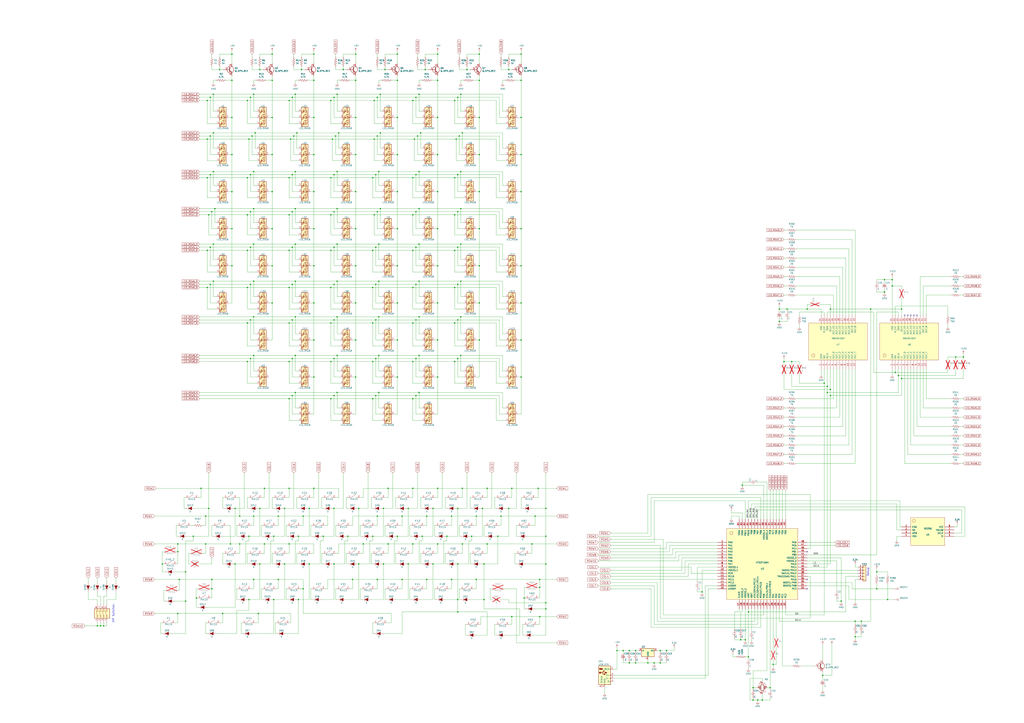
<source format=kicad_sch>
(kicad_sch (version 20250114) (generator "eeschema") (generator_version "9.0")
  (paper "A1")
  (title_block (title "Vortex Pok3r RGB 2"))
  (text "DIP Switches" (at 93.98 511.81 90) (effects (font (size 1.524 1.524)) (justify left bottom)))
  (text "Debug" (at 713.74 473.71 90) (effects (font (size 1.524 1.524)) (justify left bottom)))
  (junction (at 208.28 424.18))
  (junction (at 274.32 80.01))
  (junction (at 339.09 265.43))
  (junction (at 213.36 463.55))
  (junction (at 393.7 44.45))
  (junction (at 622.3 575.31))
  (junction (at 248.92 424.18))
  (junction (at 276.86 171.45))
  (junction (at 257.81 96.52))
  (junction (at 316.23 57.15))
  (junction (at 427.99 96.52))
  (junction (at 257.81 44.45))
  (junction (at 242.57 260.35))
  (junction (at 608.33 525.78))
  (junction (at 427.99 44.45))
  (junction (at 675.64 554.99))
  (junction (at 427.99 66.04))
  (junction (at 189.23 447.04))
  (junction (at 375.92 492.76))
  (junction (at 326.39 44.45))
  (junction (at 257.81 218.44))
  (junction (at 309.88 111.76))
  (junction (at 309.88 80.01))
  (junction (at 314.96 463.55))
  (junction (at 314.96 417.83))
  (junction (at 370.84 424.18))
  (junction (at 740.41 311.15))
  (junction (at 205.74 294.64))
  (junction (at 396.24 417.83))
  (junction (at 408.94 440.69))
  (junction (at 344.17 231.14))
  (junction (at 614.68 539.75))
  (junction (at 223.52 187.96))
  (junction (at 373.38 265.43))
  (junction (at 732.79 234.95))
  (junction (at 609.6 398.78))
  (junction (at 443.23 482.6))
  (junction (at 223.52 157.48))
  (junction (at 237.49 265.43))
  (junction (at 170.18 236.22))
  (junction (at 237.49 146.05))
  (junction (at 344.17 260.35))
  (junction (at 170.18 146.05))
  (junction (at 208.28 231.14))
  (junction (at 679.45 322.58))
  (junction (at 506.73 534.67))
  (junction (at 203.2 265.43))
  (junction (at 679.45 317.5))
  (junction (at 344.17 322.58))
  (junction (at 339.09 401.32))
  (junction (at 242.57 171.45))
  (junction (at 516.89 544.83))
  (junction (at 350.52 424.18))
  (junction (at 223.52 218.44))
  (junction (at 732.79 229.87))
  (junction (at 341.63 233.68))
  (junction (at 170.18 205.74))
  (junction (at 292.1 157.48))
  (junction (at 330.2 476.25))
  (junction (at 339.09 205.74))
  (junction (at 237.49 205.74))
  (junction (at 175.26 109.22))
  (junction (at 228.6 476.25))
  (junction (at 720.09 483.87))
  (junction (at 417.83 417.83))
  (junction (at 740.41 254))
  (junction (at 342.9 111.76))
  (junction (at 618.49 565.15))
  (junction (at 308.61 294.64))
  (junction (at 223.52 96.52))
  (junction (at 306.07 205.74))
  (junction (at 274.32 294.64))
  (junction (at 237.49 176.53))
  (junction (at 448.31 463.55))
  (junction (at 176.53 171.45))
  (junction (at 237.49 447.04))
  (junction (at 240.03 325.12))
  (junction (at 224.79 492.76))
  (junction (at 393.7 279.4))
  (junction (at 257.81 127))
  (junction (at 204.47 114.3))
  (junction (at 676.91 314.96))
  (junction (at 326.39 96.52))
  (junction (at 242.57 322.58))
  (junction (at 190.5 127))
  (junction (at 311.15 322.58))
  (junction (at 373.38 82.55))
  (junction (at 784.86 293.37))
  (junction (at 326.39 157.48))
  (junction (at 306.07 146.05))
  (junction (at 175.26 231.14))
  (junction (at 378.46 200.66))
  (junction (at 393.7 157.48))
  (junction (at 345.44 109.22))
  (junction (at 448.31 440.69))
  (junction (at 681.99 325.12))
  (junction (at 715.01 254))
  (junction (at 208.28 292.1))
  (junction (at 359.41 187.96))
  (junction (at 618.49 575.31))
  (junction (at 427.99 127))
  (junction (at 375.92 417.83))
  (junction (at 375.92 143.51))
  (junction (at 430.53 491.49))
  (junction (at 308.61 325.12))
  (junction (at 208.28 260.35))
  (junction (at 311.15 292.1))
  (junction (at 257.81 187.96))
  (junction (at 355.6 463.55))
  (junction (at 237.49 236.22))
  (junction (at 312.42 109.22))
  (junction (at 379.73 447.04))
  (junction (at 168.91 424.18))
  (junction (at 168.91 447.04))
  (junction (at 443.23 476.25))
  (junction (at 271.78 327.66))
  (junction (at 439.42 424.18))
  (junction (at 165.1 401.32))
  (junction (at 379.73 109.22))
  (junction (at 152.4 469.9))
  (junction (at 632.46 565.15))
  (junction (at 196.85 424.18))
  (junction (at 702.31 523.24))
  (junction (at 335.28 417.83))
  (junction (at 359.41 279.4))
  (junction (at 274.32 417.83))
  (junction (at 391.16 424.18))
  (junction (at 330.2 424.18))
  (junction (at 375.92 233.68))
  (junction (at 271.78 236.22))
  (junction (at 308.61 143.51))
  (junction (at 318.77 447.04))
  (junction (at 367.03 440.69))
  (junction (at 203.2 236.22))
  (junction (at 306.07 236.22))
  (junction (at 375.92 80.01))
  (junction (at 375.92 173.99))
  (junction (at 209.55 109.22))
  (junction (at 427.99 157.48))
  (junction (at 245.11 440.69))
  (junction (at 257.81 279.4))
  (junction (at 375.92 262.89))
  (junction (at 276.86 140.97))
  (junction (at 285.75 440.69))
  (junction (at 217.17 447.04))
  (junction (at 373.38 297.18))
  (junction (at 359.41 127))
  (junction (at 208.28 140.97))
  (junction (at 726.44 240.03))
  (junction (at 172.72 233.68))
  (junction (at 308.61 262.89))
  (junction (at 326.39 440.69))
  (junction (at 339.09 327.66))
  (junction (at 190.5 66.04))
  (junction (at 173.99 476.25))
  (junction (at 375.92 502.92))
  (junction (at 378.46 171.45))
  (junction (at 190.5 157.48))
  (junction (at 626.11 575.31))
  (junction (at 271.78 82.55))
  (junction (at 278.13 109.22))
  (junction (at 643.89 297.18))
  (junction (at 373.38 205.74))
  (junction (at 146.05 504.19))
  (junction (at 375.92 203.2))
  (junction (at 274.32 173.99))
  (junction (at 203.2 205.74))
  (junction (at 190.5 218.44))
  (junction (at 355.6 417.83))
  (junction (at 212.09 504.19))
  (junction (at 193.04 463.55))
  (junction (at 393.7 66.04))
  (junction (at 240.03 203.2))
  (junction (at 242.57 140.97))
  (junction (at 681.99 320.04))
  (junction (at 243.84 109.22))
  (junction (at 274.32 463.55))
  (junction (at 707.39 510.54))
  (junction (at 306.07 440.69))
  (junction (at 427.99 218.44))
  (junction (at 359.41 218.44))
  (junction (at 276.86 231.14))
  (junction (at 359.41 96.52))
  (junction (at 341.63 262.89))
  (junction (at 170.18 114.3))
  (junction (at 374.65 114.3))
  (junction (at 612.14 525.78))
  (junction (at 208.28 476.25))
  (junction (at 737.87 308.61))
  (junction (at 311.15 231.14))
  (junction (at 257.81 248.92))
  (junction (at 204.47 440.69))
  (junction (at 240.03 143.51))
  (junction (at 193.04 417.83))
  (junction (at 271.78 297.18))
  (junction (at 308.61 203.2))
  (junction (at 448.31 495.3))
  (junction (at 237.49 297.18))
  (junction (at 147.32 476.25))
  (junction (at 436.88 447.04))
  (junction (at 427.99 187.96))
  (junction (at 681.99 254))
  (junction (at 240.03 173.99))
  (junction (at 205.74 262.89))
  (junction (at 238.76 114.3))
  (junction (at 344.17 171.45))
  (junction (at 146.05 447.04))
  (junction (at 203.2 82.55))
  (junction (at 172.72 203.2))
  (junction (at 443.23 506.73))
  (junction (at 726.44 229.87))
  (junction (at 400.05 401.32))
  (junction (at 378.46 231.14))
  (junction (at 341.63 80.01))
  (junction (at 312.42 77.47))
  (junction (at 547.37 534.67))
  (junction (at 175.26 140.97))
  (junction (at 190.5 96.52))
  (junction (at 373.38 236.22))
  (junction (at 271.78 146.05))
  (junction (at 171.45 417.83))
  (junction (at 257.81 309.88))
  (junction (at 292.1 279.4))
  (junction (at 271.78 205.74))
  (junction (at 346.71 440.69))
  (junction (at 273.05 114.3))
  (junction (at 242.57 292.1))
  (junction (at 344.17 140.97))
  (junction (at 635 546.1))
  (junction (at 205.74 233.68))
  (junction (at 271.78 265.43))
  (junction (at 335.28 463.55))
  (junction (at 292.1 127))
  (junction (at 203.2 176.53))
  (junction (at 205.74 143.51))
  (junction (at 271.78 176.53))
  (junction (at 448.31 417.83))
  (junction (at 204.47 492.76))
  (junction (at 242.57 77.47))
  (junction (at 203.2 297.18))
  (junction (at 241.3 111.76))
  (junction (at 175.26 77.47))
  (junction (at 650.24 297.18))
  (junction (at 207.01 111.76))
  (junction (at 690.88 494.03))
  (junction (at 350.52 476.25))
  (junction (at 237.49 327.66))
  (junction (at 420.37 401.32))
  (junction (at 309.88 476.25))
  (junction (at 311.15 140.97))
  (junction (at 359.41 157.48))
  (junction (at 276.86 200.66))
  (junction (at 373.38 146.05))
  (junction (at 521.97 534.67))
  (junction (at 146.05 453.39))
  (junction (at 196.85 447.04))
  (junction (at 339.09 297.18))
  (junction (at 614.68 502.92))
  (junction (at 662.94 254))
  (junction (at 173.99 483.87))
  (junction (at 175.26 200.66))
  (junction (at 80.01 514.35))
  (junction (at 208.28 171.45))
  (junction (at 254 463.55))
  (junction (at 340.36 114.3))
  (junction (at 427.99 309.88))
  (junction (at 441.96 401.32))
  (junction (at 307.34 114.3))
  (junction (at 274.32 262.89))
  (junction (at 427.99 248.92))
  (junction (at 237.49 401.32))
  (junction (at 82.55 514.35))
  (junction (at 171.45 176.53))
  (junction (at 223.52 127))
  (junction (at 245.11 492.76))
  (junction (at 224.79 440.69))
  (junction (at 537.21 544.83))
  (junction (at 318.77 401.32))
  (junction (at 339.09 176.53))
  (junction (at 344.17 292.1))
  (junction (at 646.43 254))
  (junction (at 521.97 544.83))
  (junction (at 276.86 260.35))
  (junction (at 397.51 492.76))
  (junction (at 359.41 248.92))
  (junction (at 370.84 476.25))
  (junction (at 307.34 82.55))
  (junction (at 306.07 297.18))
  (junction (at 341.63 203.2))
  (junction (at 274.32 143.51))
  (junction (at 420.37 506.73))
  (junction (at 158.75 440.69))
  (junction (at 307.34 176.53))
  (junction (at 182.88 504.19))
  (junction (at 397.51 463.55))
  (junction (at 378.46 140.97))
  (junction (at 393.7 187.96))
  (junction (at 190.5 44.45))
  (junction (at 223.52 44.45))
  (junction (at 326.39 187.96))
  (junction (at 309.88 424.18))
  (junction (at 172.72 80.01))
  (junction (at 240.03 233.68))
  (junction (at 242.57 200.66))
  (junction (at 292.1 309.88))
  (junction (at 223.52 248.92))
  (junction (at 791.21 293.37))
  (junction (at 217.17 401.32))
  (junction (at 203.2 146.05))
  (junction (at 373.38 176.53))
  (junction (at 254 417.83))
  (junction (at 720.09 469.9))
  (junction (at 341.63 143.51))
  (junction (at 542.29 534.67))
  (junction (at 190.5 187.96))
  (junction (at 233.68 417.83))
  (junction (at 311.15 200.66))
  (junction (at 387.35 440.69))
  (junction (at 640.08 264.16))
  (junction (at 248.92 483.87))
  (junction (at 257.81 401.32))
  (junction (at 223.52 66.04))
  (junction (at 309.88 173.99))
  (junction (at 292.1 218.44))
  (junction (at 448.31 500.38))
  (junction (at 173.99 173.99))
  (junction (at 326.39 66.04))
  (junction (at 393.7 218.44))
  (junction (at 308.61 233.68))
  (junction (at 326.39 218.44))
  (junction (at 274.32 325.12))
  (junction (at 417.83 57.15))
  (junction (at 242.57 231.14))
  (junction (at 393.7 96.52))
  (junction (at 344.17 200.66))
  (junction (at 383.54 57.15))
  (junction (at 247.65 57.15))
  (junction (at 289.56 476.25))
  (junction (at 511.81 534.67))
  (junction (at 257.81 66.04))
  (junction (at 276.86 322.58))
  (junction (at 265.43 440.69))
  (junction (at 292.1 44.45))
  (junction (at 349.25 57.15))
  (junction (at 208.28 77.47))
  (junction (at 576.58 486.41))
  (junction (at 240.03 80.01))
  (junction (at 359.41 44.45))
  (junction (at 281.94 57.15))
  (junction (at 393.7 248.92))
  (junction (at 205.74 80.01))
  (junction (at 311.15 260.35))
  (junction (at 341.63 173.99))
  (junction (at 85.09 514.35))
  (junction (at 170.18 82.55))
  (junction (at 359.41 447.04))
  (junction (at 298.45 447.04))
  (junction (at 205.74 203.2))
  (junction (at 172.72 143.51))
  (junction (at 294.64 463.55))
  (junction (at 378.46 77.47))
  (junction (at 359.41 401.32))
  (junction (at 532.13 544.83))
  (junction (at 228.6 424.18))
  (junction (at 275.59 111.76))
  (junction (at 702.31 510.54))
  (junction (at 359.41 309.88))
  (junction (at 728.98 492.76))
  (junction (at 274.32 203.2))
  (junction (at 312.42 171.45))
  (junction (at 542.29 544.83))
  (junction (at 326.39 248.92))
  (junction (at 208.28 200.66))
  (junction (at 379.73 401.32))
  (junction (at 294.64 417.83))
  (junction (at 292.1 187.96))
  (junction (at 341.63 325.12))
  (junction (at 326.39 279.4))
  (junction (at 411.48 424.18))
  (junction (at 306.07 265.43))
  (junction (at 152.4 494.03))
  (junction (at 427.99 279.4))
  (junction (at 180.34 57.15))
  (junction (at 213.36 417.83))
  (junction (at 292.1 66.04))
  (junction (at 213.36 57.15))
  (junction (at 735.33 306.07))
  (junction (at 341.63 294.64))
  (junction (at 240.03 294.64))
  (junction (at 240.03 262.89))
  (junction (at 339.09 236.22))
  (junction (at 306.07 327.66))
  (junction (at 375.92 294.64))
  (junction (at 516.89 534.67))
  (junction (at 326.39 127))
  (junction (at 375.92 463.55))
  (junction (at 237.49 82.55))
  (junction (at 378.46 260.35))
  (junction (at 339.09 146.05))
  (junction (at 339.09 82.55))
  (junction (at 276.86 292.1))
  (junction (at 400.05 447.04))
  (junction (at 274.32 233.68))
  (junction (at 393.7 127))
  (junction (at 640.08 254))
  (junction (at 359.41 66.04))
  (junction (at 344.17 77.47))
  (junction (at 133.35 463.55))
  (junction (at 339.09 447.04))
  (junction (at 326.39 309.88))
  (junction (at 172.72 111.76))
  (junction (at 205.74 173.99))
  (junction (at 161.29 491.49))
  (junction (at 377.19 111.76))
  (junction (at 292.1 248.92))
  (junction (at 391.16 476.25))
  (junction (at 257.81 157.48))
  (junction (at 292.1 96.52))
  (junction (at 378.46 292.1))
  (junction (at 233.68 463.55))
  (junction (at 276.86 77.47))
  (no_connect (at 662.94 476.25))
  (no_connect (at 753.11 259.08))
  (no_connect (at 662.94 483.87))
  (no_connect (at 662.94 453.39))
  (no_connect (at 748.03 259.08))
  (no_connect (at 750.57 259.08))
  (no_connect (at 742.95 259.08))
  (no_connect (at 745.49 259.08))
  (wire (pts (xy 279.4 127) (xy 275.59 127)))
  (wire (pts (xy 171.45 176.53) (xy 171.45 193.04)))
  (wire (pts (xy 383.54 57.15) (xy 386.08 57.15)))
  (wire (pts (xy 163.83 200.66) (xy 175.26 200.66)))
  (wire (pts (xy 279.4 314.96) (xy 271.78 314.96)))
  (wire (pts (xy 313.69 314.96) (xy 306.07 314.96)))
  (wire (pts (xy 276.86 171.45) (xy 312.42 171.45)))
  (wire (pts (xy 697.23 365.76) (xy 654.05 365.76)))
  (wire (pts (xy 304.8 417.83) (xy 304.8 408.94)))
  (wire (pts (xy 292.1 218.44) (xy 292.1 248.92)))
  (wire (pts (xy 254 440.69) (xy 254 417.83)))
  (wire (pts (xy 521.97 543.56) (xy 521.97 544.83)))
  (wire (pts (xy 307.34 82.55) (xy 271.78 82.55)))
  (wire (pts (xy 339.09 146.05) (xy 306.07 146.05)))
  (wire (pts (xy 654.05 212.09) (xy 694.69 212.09)))
  (wire (pts (xy 645.16 426.72) (xy 645.16 402.59)))
  (wire (pts (xy 697.23 492.76) (xy 728.98 492.76)))
  (wire (pts (xy 720.09 229.87) (xy 726.44 229.87)))
  (wire (pts (xy 609.6 502.92) (xy 609.6 500.38)))
  (wire (pts (xy 187.96 248.92) (xy 190.5 248.92)))
  (wire (pts (xy 393.7 127) (xy 393.7 157.48)))
  (wire (pts (xy 313.69 309.88) (xy 308.61 309.88)))
  (wire (pts (xy 241.3 127) (xy 241.3 111.76)))
  (wire (pts (xy 646.43 350.52) (xy 643.89 350.52)))
  (wire (pts (xy 311.15 274.32) (xy 311.15 260.35)))
  (wire (pts (xy 603.25 516.89) (xy 603.25 502.92)))
  (wire (pts (xy 410.21 96.52) (xy 410.21 80.01)))
  (wire (pts (xy 306.07 520.7) (xy 306.07 511.81)))
  (wire (pts (xy 279.4 248.92) (xy 274.32 248.92)))
  (wire (pts (xy 271.78 297.18) (xy 237.49 297.18)))
  (wire (pts (xy 132.08 520.7) (xy 132.08 511.81)))
  (wire (pts (xy 223.52 440.69) (xy 224.79 440.69)))
  (wire (pts (xy 778.51 295.91) (xy 778.51 293.37)))
  (wire (pts (xy 373.38 82.55) (xy 339.09 82.55)))
  (wire (pts (xy 427.99 187.96) (xy 427.99 218.44)))
  (wire (pts (xy 350.52 431.8) (xy 350.52 424.18)))
  (wire (pts (xy 702.31 259.08) (xy 702.31 189.23)))
  (wire (pts (xy 308.61 233.68) (xy 341.63 233.68)))
  (wire (pts (xy 193.04 499.11) (xy 170.18 499.11)))
  (wire (pts (xy 279.4 243.84) (xy 276.86 243.84)))
  (wire (pts (xy 378.46 304.8) (xy 378.46 292.1)))
  (wire (pts (xy 786.13 433.07) (xy 786.13 430.53)))
  (wire (pts (xy 257.81 157.48) (xy 257.81 187.96)))
  (wire (pts (xy 739.14 411.48) (xy 739.14 433.07)))
  (wire (pts (xy 224.79 520.7) (xy 224.79 492.76)))
  (wire (pts (xy 373.38 297.18) (xy 339.09 297.18)))
  (wire (pts (xy 240.03 96.52) (xy 245.11 96.52)))
  (wire (pts (xy 307.34 520.7) (xy 306.07 520.7)))
  (wire (pts (xy 144.78 453.39) (xy 146.05 453.39)))
  (wire (pts (xy 737.87 308.61) (xy 737.87 322.58)))
  (wire (pts (xy 177.8 223.52) (xy 170.18 223.52)))
  (wire (pts (xy 194.31 520.7) (xy 194.31 501.65)))
  (wire (pts (xy 618.49 565.15) (xy 622.3 565.15)))
  (wire (pts (xy 271.78 162.56) (xy 279.4 162.56)))
  (wire (pts (xy 356.87 96.52) (xy 359.41 96.52)))
  (wire (pts (xy 276.86 152.4) (xy 276.86 140.97)))
  (wire (pts (xy 203.2 463.55) (xy 203.2 454.66)))
  (wire (pts (xy 344.17 171.45) (xy 378.46 171.45)))
  (wire (pts (xy 275.59 440.69) (xy 275.59 431.8)))
  (wire (pts (xy 292.1 218.44) (xy 289.56 218.44)))
  (wire (pts (xy 429.26 417.83) (xy 427.99 417.83)))
  (wire (pts (xy 375.92 218.44) (xy 375.92 203.2)))
  (wire (pts (xy 412.75 121.92) (xy 415.29 121.92)))
  (wire (pts (xy 662.94 448.31) (xy 685.8 448.31)))
  (wire (pts (xy 430.53 521.97) (xy 429.26 521.97)))
  (wire (pts (xy 323.85 463.55) (xy 323.85 444.5)))
  (wire (pts (xy 359.41 41.91) (xy 359.41 44.45)))
  (wire (pts (xy 375.92 187.96) (xy 375.92 173.99)))
  (wire (pts (xy 240.03 187.96) (xy 240.03 173.99)))
  (wire (pts (xy 417.83 408.94) (xy 420.37 408.94)))
  (wire (pts (xy 87.63 490.22) (xy 87.63 486.41)))
  (wire (pts (xy 547.37 445.77) (xy 547.37 450.85)))
  (wire (pts (xy 242.57 213.36) (xy 242.57 200.66)))
  (wire (pts (xy 448.31 495.3) (xy 417.83 495.3)))
  (wire (pts (xy 203.2 454.66) (xy 204.47 454.66)))
  (wire (pts (xy 567.69 471.17) (xy 589.28 471.17)))
  (wire (pts (xy 245.11 121.92) (xy 243.84 121.92)))
  (wire (pts (xy 190.5 248.92) (xy 190.5 218.44)))
  (wire (pts (xy 298.45 401.32) (xy 318.77 401.32)))
  (wire (pts (xy 177.8 243.84) (xy 175.26 243.84)))
  (wire (pts (xy 313.69 218.44) (xy 308.61 218.44)))
  (wire (pts (xy 397.51 463.55) (xy 397.51 492.76)))
  (wire (pts (xy 182.88 504.19) (xy 212.09 504.19)))
  (wire (pts (xy 614.68 411.48) (xy 614.68 426.72)))
  (wire (pts (xy 784.86 295.91) (xy 784.86 293.37)))
  (wire (pts (xy 378.46 243.84) (xy 378.46 231.14)))
  (wire (pts (xy 240.03 248.92) (xy 240.03 233.68)))
  (wire (pts (xy 306.07 146.05) (xy 271.78 146.05)))
  (wire (pts (xy 410.21 262.89) (xy 410.21 279.4)))
  (wire (pts (xy 172.72 233.68) (xy 205.74 233.68)))
  (wire (pts (xy 618.49 565.15) (xy 618.49 551.18)))
  (wire (pts (xy 313.69 335.28) (xy 311.15 335.28)))
  (wire (pts (xy 339.09 176.53) (xy 307.34 176.53)))
  (wire (pts (xy 273.05 463.55) (xy 274.32 463.55)))
  (wire (pts (xy 245.11 157.48) (xy 240.03 157.48)))
  (wire (pts (xy 448.31 495.3) (xy 448.31 500.38)))
  (wire (pts (xy 257.81 401.32) (xy 237.49 401.32)))
  (wire (pts (xy 307.34 114.3) (xy 273.05 114.3)))
  (wire (pts (xy 146.05 511.81) (xy 146.05 504.19)))
  (wire (pts (xy 208.28 304.8) (xy 208.28 292.1)))
  (wire (pts (xy 427.99 44.45) (xy 427.99 52.07)))
  (wire (pts (xy 203.2 223.52) (xy 210.82 223.52)))
  (wire (pts (xy 424.18 528.32) (xy 457.2 528.32)))
  (wire (pts (xy 326.39 248.92) (xy 326.39 218.44)))
  (wire (pts (xy 607.06 426.72) (xy 607.06 424.18)))
  (wire (pts (xy 742.95 303.53) (xy 742.95 381)))
  (wire (pts (xy 346.71 254) (xy 339.09 254)))
  (wire (pts (xy 236.22 440.69) (xy 234.95 440.69)))
  (wire (pts (xy 760.73 303.53) (xy 760.73 327.66)))
  (wire (pts (xy 314.96 417.83) (xy 322.58 417.83)))
  (wire (pts (xy 238.76 132.08) (xy 245.11 132.08)))
  (wire (pts (xy 339.09 146.05) (xy 339.09 162.56)))
  (wire (pts (xy 228.6 483.87) (xy 228.6 476.25)))
  (wire (pts (xy 579.12 557.53) (xy 579.12 481.33)))
  (wire (pts (xy 740.41 234.95) (xy 732.79 234.95)))
  (wire (pts (xy 702.31 510.54) (xy 707.39 510.54)))
  (wire (pts (xy 271.78 193.04) (xy 271.78 176.53)))
  (wire (pts (xy 214.63 454.66) (xy 217.17 454.66)))
  (wire (pts (xy 412.75 243.84) (xy 415.29 243.84)))
  (wire (pts (xy 689.61 342.9) (xy 689.61 303.53)))
  (wire (pts (xy 679.45 317.5) (xy 679.45 322.58)))
  (wire (pts (xy 271.78 236.22) (xy 237.49 236.22)))
  (wire (pts (xy 346.71 274.32) (xy 344.17 274.32)))
  (wire (pts (xy 223.52 417.83) (xy 223.52 408.94)))
  (wire (pts (xy 242.57 260.35) (xy 208.28 260.35)))
  (wire (pts (xy 173.99 476.25) (xy 208.28 476.25)))
  (wire (pts (xy 407.67 162.56) (xy 407.67 146.05)))
  (wire (pts (xy 412.75 171.45) (xy 412.75 182.88)))
  (wire (pts (xy 737.87 303.53) (xy 737.87 308.61)))
  (wire (pts (xy 650.24 317.5) (xy 679.45 317.5)))
  (wire (pts (xy 245.11 274.32) (xy 242.57 274.32)))
  (wire (pts (xy 193.04 463.55) (xy 193.04 499.11)))
  (wire (pts (xy 133.35 520.7) (xy 132.08 520.7)))
  (wire (pts (xy 359.41 62.23) (xy 359.41 66.04)))
  (wire (pts (xy 646.43 234.95) (xy 643.89 234.95)))
  (wire (pts (xy 284.48 463.55) (xy 284.48 454.66)))
  (wire (pts (xy 133.35 469.9) (xy 135.89 469.9)))
  (wire (pts (xy 151.13 408.94) (xy 152.4 408.94)))
  (wire (pts (xy 237.49 193.04) (xy 245.11 193.04)))
  (wire (pts (xy 274.32 233.68) (xy 308.61 233.68)))
  (wire (pts (xy 275.59 431.8) (xy 276.86 431.8)))
  (wire (pts (xy 397.51 492.76) (xy 397.51 500.38)))
  (wire (pts (xy 557.53 455.93) (xy 557.53 461.01)))
  (wire (pts (xy 379.73 109.22) (xy 412.75 109.22)))
  (wire (pts (xy 412.75 109.22) (xy 412.75 121.92)))
  (wire (pts (xy 617.22 426.72) (xy 617.22 414.02)))
  (wire (pts (xy 702.31 466.09) (xy 704.85 466.09)))
  (wire (pts (xy 339.09 236.22) (xy 306.07 236.22)))
  (wire (pts (xy 170.18 114.3) (xy 163.83 114.3)))
  (wire (pts (xy 223.52 248.92) (xy 220.98 248.92)))
  (wire (pts (xy 646.43 365.76) (xy 643.89 365.76)))
  (wire (pts (xy 778.51 259.08) (xy 778.51 251.46)))
  (wire (pts (xy 516.89 534.67) (xy 516.89 535.94)))
  (wire (pts (xy 279.4 157.48) (xy 274.32 157.48)))
  (wire (pts (xy 255.27 483.87) (xy 256.54 483.87)))
  (wire (pts (xy 654.05 227.33) (xy 689.61 227.33)))
  (wire (pts (xy 241.3 417.83) (xy 241.3 388.62)))
  (wire (pts (xy 262.89 463.55) (xy 262.89 444.5)))
  (wire (pts (xy 313.69 243.84) (xy 311.15 243.84)))
  (wire (pts (xy 208.28 231.14) (xy 242.57 231.14)))
  (wire (pts (xy 662.94 473.71) (xy 665.48 473.71)))
  (wire (pts (xy 264.16 440.69) (xy 265.43 440.69)))
  (wire (pts (xy 624.84 500.38) (xy 624.84 515.62)))
  (wire (pts (xy 330.2 483.87) (xy 330.2 476.25)))
  (wire (pts (xy 241.3 57.15) (xy 247.65 57.15)))
  (wire (pts (xy 261.62 417.83) (xy 261.62 388.62)))
  (wire (pts (xy 702.31 523.24) (xy 702.31 525.78)))
  (wire (pts (xy 627.38 505.46) (xy 544.83 505.46)))
  (wire (pts (xy 208.28 66.04) (xy 208.28 68.58)))
  (wire (pts (xy 166.37 431.8) (xy 168.91 431.8)))
  (wire (pts (xy 265.43 463.55) (xy 264.16 463.55)))
  (wire (pts (xy 415.29 521.97) (xy 426.72 521.97)))
  (wire (pts (xy 274.32 187.96) (xy 274.32 173.99)))
  (wire (pts (xy 341.63 218.44) (xy 341.63 203.2)))
  (wire (pts (xy 675.64 554.99) (xy 675.64 558.8)))
  (wire (pts (xy 387.35 463.55) (xy 386.08 463.55)))
  (wire (pts (xy 146.05 447.04) (xy 146.05 453.39)))
  (wire (pts (xy 275.59 54.61) (xy 275.59 57.15)))
  (wire (pts (xy 373.38 176.53) (xy 339.09 176.53)))
  (wire (pts (xy 194.31 483.87) (xy 195.58 483.87)))
  (wire (pts (xy 699.77 483.87) (xy 699.77 478.79)))
  (wire (pts (xy 346.71 335.28) (xy 344.17 335.28)))
  (wire (pts (xy 415.29 193.04) (xy 407.67 193.04)))
  (wire (pts (xy 201.93 444.5) (xy 204.47 444.5)))
  (wire (pts (xy 365.76 408.94) (xy 367.03 408.94)))
  (wire (pts (xy 393.7 513.08) (xy 394.97 513.08)))
  (wire (pts (xy 612.14 426.72) (xy 612.14 411.48)))
  (wire (pts (xy 506.73 534.67) (xy 506.73 549.91)))
  (wire (pts (xy 424.18 463.55) (xy 422.91 463.55)))
  (wire (pts (xy 316.23 408.94) (xy 318.77 408.94)))
  (wire (pts (xy 400.05 408.94) (xy 400.05 401.32)))
  (wire (pts (xy 370.84 424.18) (xy 391.16 424.18)))
  (wire (pts (xy 146.05 453.39) (xy 146.05 463.55)))
  (wire (pts (xy 276.86 231.14) (xy 311.15 231.14)))
  (wire (pts (xy 704.85 468.63) (xy 662.94 468.63)))
  (wire (pts (xy 792.48 440.69) (xy 783.59 440.69)))
  (wire (pts (xy 175.26 231.14) (xy 208.28 231.14)))
  (wire (pts (xy 326.39 62.23) (xy 326.39 66.04)))
  (wire (pts (xy 205.74 233.68) (xy 240.03 233.68)))
  (wire (pts (xy 642.62 402.59) (xy 642.62 426.72)))
  (wire (pts (xy 650.24 297.18) (xy 656.59 297.18)))
  (wire (pts (xy 654.05 358.14) (xy 694.69 358.14)))
  (wire (pts (xy 143.51 511.81) (xy 146.05 511.81)))
  (wire (pts (xy 162.56 408.94) (xy 165.1 408.94)))
  (wire (pts (xy 341.63 340.36) (xy 341.63 325.12)))
  (wire (pts (xy 243.84 121.92) (xy 243.84 109.22)))
  (wire (pts (xy 415.29 274.32) (xy 412.75 274.32)))
  (wire (pts (xy 326.39 417.83) (xy 325.12 417.83)))
  (wire (pts (xy 415.29 132.08) (xy 407.67 132.08)))
  (wire (pts (xy 326.39 279.4) (xy 326.39 309.88)))
  (wire (pts (xy 412.75 152.4) (xy 415.29 152.4)))
  (wire (pts (xy 212.09 463.55) (xy 213.36 463.55)))
  (wire (pts (xy 424.18 417.83) (xy 424.18 388.62)))
  (wire (pts (xy 720.09 240.03) (xy 726.44 240.03)))
  (wire (pts (xy 264.16 463.55) (xy 264.16 454.66)))
  (wire (pts (xy 427.99 127) (xy 427.99 157.48)))
  (wire (pts (xy 383.54 46.99) (xy 383.54 44.45)))
  (wire (pts (xy 204.47 444.5) (xy 204.47 440.69)))
  (wire (pts (xy 193.04 417.83) (xy 200.66 417.83)))
  (wire (pts (xy 378.46 200.66) (xy 412.75 200.66)))
  (wire (pts (xy 681.99 325.12) (xy 740.41 325.12)))
  (wire (pts (xy 278.13 121.92) (xy 278.13 109.22)))
  (wire (pts (xy 406.4 440.69) (xy 408.94 440.69)))
  (wire (pts (xy 354.33 463.55) (xy 355.6 463.55)))
  (wire (pts (xy 344.17 231.14) (xy 378.46 231.14)))
  (wire (pts (xy 356.87 127) (xy 359.41 127)))
  (wire (pts (xy 720.09 467.36) (xy 720.09 469.9)))
  (wire (pts (xy 163.83 327.66) (xy 237.49 327.66)))
  (wire (pts (xy 374.65 417.83) (xy 375.92 417.83)))
  (wire (pts (xy 346.71 444.5) (xy 346.71 440.69)))
  (wire (pts (xy 311.15 304.8) (xy 311.15 292.1)))
  (wire (pts (xy 381 193.04) (xy 373.38 193.04)))
  (wire (pts (xy 306.07 265.43) (xy 271.78 265.43)))
  (wire (pts (xy 325.12 492.76) (xy 335.28 492.76)))
  (wire (pts (xy 266.7 431.8) (xy 269.24 431.8)))
  (wire (pts (xy 276.86 77.47) (xy 312.42 77.47)))
  (wire (pts (xy 306.07 162.56) (xy 313.69 162.56)))
  (wire (pts (xy 158.75 444.5) (xy 158.75 440.69)))
  (wire (pts (xy 203.2 492.76) (xy 204.47 492.76)))
  (wire (pts (xy 279.4 182.88) (xy 276.86 182.88)))
  (wire (pts (xy 279.4 279.4) (xy 274.32 279.4)))
  (wire (pts (xy 679.45 256.54) (xy 717.55 256.54)))
  (wire (pts (xy 378.46 440.69) (xy 377.19 440.69)))
  (wire (pts (xy 326.39 309.88) (xy 326.39 340.36)))
  (wire (pts (xy 697.23 303.53) (xy 697.23 365.76)))
  (wire (pts (xy 278.13 109.22) (xy 312.42 109.22)))
  (wire (pts (xy 788.67 335.28) (xy 791.21 335.28)))
  (wire (pts (xy 271.78 176.53) (xy 237.49 176.53)))
  (wire (pts (xy 374.65 132.08) (xy 381 132.08)))
  (wire (pts (xy 346.71 127) (xy 342.9 127)))
  (wire (pts (xy 279.4 101.6) (xy 271.78 101.6)))
  (wire (pts (xy 427.99 417.83) (xy 427.99 408.94)))
  (wire (pts (xy 341.63 187.96) (xy 341.63 173.99)))
  (wire (pts (xy 152.4 444.5) (xy 152.4 469.9)))
  (wire (pts (xy 346.71 345.44) (xy 339.09 345.44)))
  (wire (pts (xy 378.46 231.14) (xy 412.75 231.14)))
  (wire (pts (xy 417.83 417.83) (xy 424.18 417.83)))
  (wire (pts (xy 80.01 492.76) (xy 72.39 492.76)))
  (wire (pts (xy 309.88 476.25) (xy 330.2 476.25)))
  (wire (pts (xy 381 279.4) (xy 375.92 279.4)))
  (wire (pts (xy 313.69 91.44) (xy 312.42 91.44)))
  (wire (pts (xy 218.44 66.04) (xy 223.52 66.04)))
  (wire (pts (xy 407.67 254) (xy 407.67 236.22)))
  (wire (pts (xy 618.49 551.18) (xy 629.92 551.18)))
  (wire (pts (xy 542.29 448.31) (xy 542.29 508)))
  (wire (pts (xy 394.97 417.83) (xy 396.24 417.83)))
  (wire (pts (xy 339.09 454.66) (xy 339.09 447.04)))
  (wire (pts (xy 240.03 309.88) (xy 240.03 294.64)))
  (wire (pts (xy 245.11 335.28) (xy 242.57 335.28)))
  (wire (pts (xy 439.42 424.18) (xy 457.2 424.18)))
  (wire (pts (xy 336.55 431.8) (xy 337.82 431.8)))
  (wire (pts (xy 210.82 152.4) (xy 208.28 152.4)))
  (wire (pts (xy 393.7 41.91) (xy 393.7 44.45)))
  (wire (pts (xy 645.16 505.46) (xy 645.16 500.38)))
  (wire (pts (xy 346.71 182.88) (xy 344.17 182.88)))
  (wire (pts (xy 420.37 513.08) (xy 420.37 506.73)))
  (wire (pts (xy 740.41 311.15) (xy 740.41 325.12)))
  (wire (pts (xy 640.08 264.16) (xy 646.43 264.16)))
  (wire (pts (xy 215.9 492.76) (xy 214.63 492.76)))
  (wire (pts (xy 412.75 66.04) (xy 412.75 68.58)))
  (wire (pts (xy 245.11 152.4) (xy 242.57 152.4)))
  (wire (pts (xy 386.08 440.69) (xy 387.35 440.69)))
  (wire (pts (xy 204.47 492.76) (xy 213.36 492.76)))
  (wire (pts (xy 547.37 544.83) (xy 547.37 543.56)))
  (wire (pts (xy 377.19 492.76) (xy 377.19 483.87)))
  (wire (pts (xy 220.98 96.52) (xy 223.52 96.52)))
  (wire (pts (xy 407.67 193.04) (xy 407.67 176.53)))
  (wire (pts (xy 264.16 454.66) (xy 265.43 454.66)))
  (wire (pts (xy 394.97 506.73) (xy 420.37 506.73)))
  (wire (pts (xy 190.5 218.44) (xy 187.96 218.44)))
  (wire (pts (xy 243.84 417.83) (xy 243.84 408.94)))
  (wire (pts (xy 243.84 463.55) (xy 243.84 454.66)))
  (wire (pts (xy 687.07 335.28) (xy 654.05 335.28)))
  (wire (pts (xy 415.29 314.96) (xy 407.67 314.96)))
  (wire (pts (xy 240.03 143.51) (xy 274.32 143.51)))
  (wire (pts (xy 326.39 444.5) (xy 326.39 440.69)))
  (wire (pts (xy 144.78 440.69) (xy 146.05 440.69)))
  (wire (pts (xy 424.18 431.8) (xy 425.45 431.8)))
  (wire (pts (xy 690.88 495.3) (xy 690.88 494.03)))
  (wire (pts (xy 635 542.29) (xy 635 546.1)))
  (wire (pts (xy 391.16 96.52) (xy 393.7 96.52)))
  (wire (pts (xy 223.52 157.48) (xy 223.52 187.96)))
  (wire (pts (xy 214.63 483.87) (xy 215.9 483.87)))
  (wire (pts (xy 147.32 485.14) (xy 147.32 476.25)))
  (wire (pts (xy 650.24 299.72) (xy 650.24 297.18)))
  (wire (pts (xy 170.18 205.74) (xy 163.83 205.74)))
  (wire (pts (xy 511.81 544.83) (xy 516.89 544.83)))
  (wire (pts (xy 403.86 492.76) (xy 402.59 492.76)))
  (wire (pts (xy 614.68 548.64) (xy 614.68 549.91)))
  (wire (pts (xy 308.61 233.68) (xy 308.61 248.92)))
  (wire (pts (xy 194.31 501.65) (xy 204.47 501.65)))
  (wire (pts (xy 365.76 454.66) (xy 367.03 454.66)))
  (wire (pts (xy 373.38 236.22) (xy 373.38 254)))
  (wire (pts (xy 414.02 483.87) (xy 424.18 483.87)))
  (wire (pts (xy 654.05 234.95) (xy 687.07 234.95)))
  (wire (pts (xy 617.22 500.38) (xy 617.22 518.16)))
  (wire (pts (xy 393.7 66.04) (xy 393.7 96.52)))
  (wire (pts (xy 702.31 463.55) (xy 702.31 466.09)))
  (wire (pts (xy 692.15 219.71) (xy 692.15 259.08)))
  (wire (pts (xy 309.88 187.96) (xy 309.88 173.99)))
  (wire (pts (xy 289.56 431.8) (xy 287.02 431.8)))
  (wire (pts (xy 228.6 424.18) (xy 248.92 424.18)))
  (wire (pts (xy 349.25 44.45) (xy 359.41 44.45)))
  (wire (pts (xy 346.71 152.4) (xy 344.17 152.4)))
  (wire (pts (xy 269.24 483.87) (xy 269.24 476.25)))
  (wire (pts (xy 133.35 453.39) (xy 133.35 463.55)))
  (wire (pts (xy 356.87 431.8) (xy 358.14 431.8)))
  (wire (pts (xy 173.99 187.96) (xy 173.99 173.99)))
  (wire (pts (xy 412.75 274.32) (xy 412.75 260.35)))
  (wire (pts (xy 665.48 406.4) (xy 665.48 450.85)))
  (wire (pts (xy 316.23 431.8) (xy 317.5 431.8)))
  (wire (pts (xy 156.21 454.66) (xy 154.94 454.66)))
  (wire (pts (xy 313.69 304.8) (xy 311.15 304.8)))
  (wire (pts (xy 375.92 248.92) (xy 375.92 233.68)))
  (wire (pts (xy 427.99 218.44) (xy 427.99 248.92)))
  (wire (pts (xy 170.18 236.22) (xy 163.83 236.22)))
  (wire (pts (xy 245.11 304.8) (xy 242.57 304.8)))
  (wire (pts (xy 304.8 454.66) (xy 306.07 454.66)))
  (wire (pts (xy 177.8 101.6) (xy 170.18 101.6)))
  (wire (pts (xy 325.12 463.55) (xy 325.12 454.66)))
  (wire (pts (xy 629.92 396.24) (xy 629.92 426.72)))
  (wire (pts (xy 792.48 416.56) (xy 792.48 440.69)))
  (wire (pts (xy 175.26 200.66) (xy 208.28 200.66)))
  (wire (pts (xy 662.94 481.33) (xy 697.23 481.33)))
  (wire (pts (xy 279.4 152.4) (xy 276.86 152.4)))
  (wire (pts (xy 80.01 514.35) (xy 82.55 514.35)))
  (wire (pts (xy 237.49 223.52) (xy 237.49 205.74)))
  (wire (pts (xy 412.75 91.44) (xy 415.29 91.44)))
  (wire (pts (xy 393.7 157.48) (xy 393.7 187.96)))
  (wire (pts (xy 637.54 426.72) (xy 637.54 402.59)))
  (wire (pts (xy 279.4 218.44) (xy 274.32 218.44)))
  (wire (pts (xy 732.79 227.33) (xy 732.79 229.87)))
  (wire (pts (xy 397.51 440.69) (xy 397.51 431.8)))
  (wire (pts (xy 511.81 534.67) (xy 511.81 537.21)))
  (wire (pts (xy 748.03 365.76) (xy 781.05 365.76)))
  (wire (pts (xy 242.57 304.8) (xy 242.57 292.1)))
  (wire (pts (xy 417.83 440.69) (xy 417.83 417.83)))
  (wire (pts (xy 692.15 303.53) (xy 692.15 350.52)))
  (wire (pts (xy 311.15 292.1) (xy 344.17 292.1)))
  (wire (pts (xy 246.38 431.8) (xy 248.92 431.8)))
  (wire (pts (xy 294.64 463.55) (xy 294.64 492.76)))
  (wire (pts (xy 391.16 127) (xy 393.7 127)))
  (wire (pts (xy 448.31 440.69) (xy 448.31 463.55)))
  (wire (pts (xy 203.2 440.69) (xy 204.47 440.69)))
  (wire (pts (xy 217.17 447.04) (xy 237.49 447.04)))
  (wire (pts (xy 342.9 127) (xy 342.9 111.76)))
  (wire (pts (xy 245.11 284.48) (xy 237.49 284.48)))
  (wire (pts (xy 410.21 111.76) (xy 410.21 127)))
  (wire (pts (xy 222.25 444.5) (xy 224.79 444.5)))
  (wire (pts (xy 210.82 66.04) (xy 208.28 66.04)))
  (wire (pts (xy 379.73 121.92) (xy 379.73 109.22)))
  (wire (pts (xy 346.71 218.44) (xy 341.63 218.44)))
  (wire (pts (xy 195.58 492.76) (xy 194.31 492.76)))
  (wire (pts (xy 257.81 96.52) (xy 257.81 127)))
  (wire (pts (xy 292.1 187.96) (xy 292.1 218.44)))
  (wire (pts (xy 245.11 309.88) (xy 240.03 309.88)))
  (wire (pts (xy 210.82 279.4) (xy 205.74 279.4)))
  (wire (pts (xy 311.15 66.04) (xy 311.15 68.58)))
  (wire (pts (xy 284.48 408.94) (xy 285.75 408.94)))
  (wire (pts (xy 223.52 248.92) (xy 223.52 279.4)))
  (wire (pts (xy 702.31 476.25) (xy 702.31 495.3)))
  (wire (pts (xy 187.96 127) (xy 190.5 127)))
  (wire (pts (xy 690.88 458.47) (xy 690.88 494.03)))
  (wire (pts (xy 127 424.18) (xy 168.91 424.18)))
  (wire (pts (xy 245.11 340.36) (xy 240.03 340.36)))
  (wire (pts (xy 180.34 54.61) (xy 180.34 57.15)))
  (wire (pts (xy 208.28 260.35) (xy 163.83 260.35)))
  (wire (pts (xy 448.31 500.38) (xy 439.42 500.38)))
  (wire (pts (xy 791.21 311.15) (xy 740.41 311.15)))
  (wire (pts (xy 326.39 440.69) (xy 335.28 440.69)))
  (wire (pts (xy 323.85 444.5) (xy 326.39 444.5)))
  (wire (pts (xy 391.16 521.97) (xy 400.05 521.97)))
  (wire (pts (xy 684.53 303.53) (xy 684.53 327.66)))
  (wire (pts (xy 170.18 254) (xy 177.8 254)))
  (wire (pts (xy 175.26 121.92) (xy 175.26 109.22)))
  (wire (pts (xy 208.28 140.97) (xy 242.57 140.97)))
  (wire (pts (xy 355.6 463.55) (xy 355.6 492.76)))
  (wire (pts (xy 441.96 408.94) (xy 441.96 401.32)))
  (wire (pts (xy 213.36 463.55) (xy 222.25 463.55)))
  (wire (pts (xy 316.23 440.69) (xy 316.23 431.8)))
  (wire (pts (xy 373.38 265.43) (xy 339.09 265.43)))
  (wire (pts (xy 378.46 140.97) (xy 412.75 140.97)))
  (wire (pts (xy 245.11 182.88) (xy 242.57 182.88)))
  (wire (pts (xy 742.95 381) (xy 781.05 381)))
  (wire (pts (xy 205.74 309.88) (xy 205.74 294.64)))
  (wire (pts (xy 161.29 483.87) (xy 162.56 483.87)))
  (wire (pts (xy 163.83 173.99) (xy 173.99 173.99)))
  (wire (pts (xy 203.2 314.96) (xy 203.2 297.18)))
  (wire (pts (xy 393.7 279.4) (xy 393.7 309.88)))
  (wire (pts (xy 308.61 294.64) (xy 274.32 294.64)))
  (wire (pts (xy 381 187.96) (xy 375.92 187.96)))
  (wire (pts (xy 196.85 424.18) (xy 208.28 424.18)))
  (wire (pts (xy 285.75 417.83) (xy 284.48 417.83)))
  (wire (pts (xy 339.09 297.18) (xy 306.07 297.18)))
  (wire (pts (xy 609.6 398.78) (xy 609.6 400.05)))
  (wire (pts (xy 350.52 476.25) (xy 370.84 476.25)))
  (wire (pts (xy 237.49 146.05) (xy 237.49 162.56)))
  (wire (pts (xy 173.99 476.25) (xy 173.99 483.87)))
  (wire (pts (xy 501.65 473.71) (xy 565.15 473.71)))
  (wire (pts (xy 177.8 213.36) (xy 175.26 213.36)))
  (wire (pts (xy 170.18 82.55) (xy 163.83 82.55)))
  (wire (pts (xy 190.5 157.48) (xy 190.5 187.96)))
  (wire (pts (xy 375.92 173.99) (xy 410.21 173.99)))
  (wire (pts (xy 276.86 213.36) (xy 276.86 200.66)))
  (wire (pts (xy 377.19 54.61) (xy 377.19 57.15)))
  (wire (pts (xy 226.06 483.87) (xy 228.6 483.87)))
  (wire (pts (xy 356.87 279.4) (xy 359.41 279.4)))
  (wire (pts (xy 622.3 500.38) (xy 622.3 513.08)))
  (wire (pts (xy 539.75 510.54) (xy 619.76 510.54)))
  (wire (pts (xy 306.07 254) (xy 306.07 236.22)))
  (wire (pts (xy 278.13 408.94) (xy 278.13 401.32)))
  (wire (pts (xy 381 284.48) (xy 373.38 284.48)))
  (wire (pts (xy 614.68 502.92) (xy 614.68 539.75)))
  (wire (pts (xy 426.72 500.38) (xy 397.51 500.38)))
  (wire (pts (xy 223.52 218.44) (xy 223.52 248.92)))
  (wire (pts (xy 240.03 340.36) (xy 240.03 325.12)))
  (wire (pts (xy 589.28 455.93) (xy 557.53 455.93)))
  (wire (pts (xy 226.06 520.7) (xy 226.06 511.81)))
  (wire (pts (xy 210.82 213.36) (xy 208.28 213.36)))
  (wire (pts (xy 396.24 440.69) (xy 396.24 417.83)))
  (wire (pts (xy 224.79 440.69) (xy 233.68 440.69)))
  (wire (pts (xy 615.95 575.31) (xy 618.49 575.31)))
  (wire (pts (xy 237.49 408.94) (xy 237.49 401.32)))
  (wire (pts (xy 200.66 417.83) (xy 200.66 388.62)))
  (wire (pts (xy 275.59 483.87) (xy 276.86 483.87)))
  (wire (pts (xy 415.29 101.6) (xy 407.67 101.6)))
  (wire (pts (xy 274.32 80.01) (xy 240.03 80.01)))
  (wire (pts (xy 317.5 511.81) (xy 321.31 511.81)))
  (wire (pts (xy 397.51 431.8) (xy 398.78 431.8)))
  (wire (pts (xy 306.07 327.66) (xy 339.09 327.66)))
  (wire (pts (xy 781.05 335.28) (xy 758.19 335.28)))
  (wire (pts (xy 427.99 309.88) (xy 427.99 279.4)))
  (wire (pts (xy 363.22 417.83) (xy 363.22 388.62)))
  (wire (pts (xy 681.99 254) (xy 715.01 254)))
  (wire (pts (xy 726.44 232.41) (xy 726.44 229.87)))
  (wire (pts (xy 393.7 218.44) (xy 391.16 218.44)))
  (wire (pts (xy 345.44 492.76) (xy 355.6 492.76)))
  (wire (pts (xy 589.28 463.55) (xy 565.15 463.55)))
  (wire (pts (xy 255.27 279.4) (xy 257.81 279.4)))
  (wire (pts (xy 410.21 309.88) (xy 410.21 294.64)))
  (wire (pts (xy 271.78 254) (xy 279.4 254)))
  (wire (pts (xy 276.86 182.88) (xy 276.86 171.45)))
  (wire (pts (xy 341.63 203.2) (xy 375.92 203.2)))
  (wire (pts (xy 240.03 157.48) (xy 240.03 143.51)))
  (wire (pts (xy 640.08 254) (xy 640.08 256.54)))
  (wire (pts (xy 264.16 492.76) (xy 274.32 492.76)))
  (wire (pts (xy 443.23 513.08) (xy 443.23 506.73)))
  (wire (pts (xy 381 213.36) (xy 378.46 213.36)))
  (wire (pts (xy 339.09 254) (xy 339.09 236.22)))
  (wire (pts (xy 643.89 204.47) (xy 646.43 204.47)))
  (wire (pts (xy 245.11 463.55) (xy 243.84 463.55)))
  (wire (pts (xy 237.49 447.04) (xy 257.81 447.04)))
  (wire (pts (xy 676.91 314.96) (xy 676.91 505.46)))
  (wire (pts (xy 496.57 565.15) (xy 496.57 570.23)))
  (wire (pts (xy 430.53 482.6) (xy 431.8 482.6)))
  (wire (pts (xy 177.8 96.52) (xy 172.72 96.52)))
  (wire (pts (xy 426.72 521.97) (xy 426.72 500.38)))
  (wire (pts (xy 317.5 492.76) (xy 316.23 492.76)))
  (wire (pts (xy 237.49 146.05) (xy 203.2 146.05)))
  (wire (pts (xy 245.11 417.83) (xy 243.84 417.83)))
  (wire (pts (xy 379.73 447.04) (xy 400.05 447.04)))
  (wire (pts (xy 69.85 514.35) (xy 80.01 514.35)))
  (wire (pts (xy 210.82 121.92) (xy 209.55 121.92)))
  (wire (pts (xy 560.07 468.63) (xy 560.07 458.47)))
  (wire (pts (xy 501.65 478.79) (xy 539.75 478.79)))
  (wire (pts (xy 402.59 492.76) (xy 402.59 483.87)))
  (wire (pts (xy 80.01 496.57) (xy 80.01 492.76)))
  (wire (pts (xy 383.54 417.83) (xy 383.54 388.62)))
  (wire (pts (xy 223.52 463.55) (xy 223.52 454.66)))
  (wire (pts (xy 194.31 431.8) (xy 195.58 431.8)))
  (wire (pts (xy 245.11 492.76) (xy 254 492.76)))
  (wire (pts (xy 702.31 523.24) (xy 707.39 523.24)))
  (wire (pts (xy 242.57 231.14) (xy 276.86 231.14)))
  (wire (pts (xy 134.62 494.03) (xy 134.62 485.14)))
  (wire (pts (xy 323.85 187.96) (xy 326.39 187.96)))
  (wire (pts (xy 203.2 254) (xy 210.82 254)))
  (wire (pts (xy 344.17 66.04) (xy 344.17 68.58)))
  (wire (pts (xy 542.29 543.56) (xy 542.29 544.83)))
  (wire (pts (xy 391.16 483.87) (xy 391.16 476.25)))
  (wire (pts (xy 306.07 511.81) (xy 307.34 511.81)))
  (wire (pts (xy 274.32 248.92) (xy 274.32 233.68)))
  (wire (pts (xy 410.21 233.68) (xy 410.21 248.92)))
  (wire (pts (xy 335.28 463.55) (xy 344.17 463.55)))
  (wire (pts (xy 308.61 218.44) (xy 308.61 203.2)))
  (wire (pts (xy 313.69 463.55) (xy 314.96 463.55)))
  (wire (pts (xy 304.8 408.94) (xy 306.07 408.94)))
  (wire (pts (xy 637.54 500.38) (xy 637.54 524.51)))
  (wire (pts (xy 266.7 483.87) (xy 269.24 483.87)))
  (wire (pts (xy 516.89 534.67) (xy 521.97 534.67)))
  (wire (pts (xy 213.36 417.83) (xy 220.98 417.83)))
  (wire (pts (xy 133.35 463.55) (xy 133.35 469.9)))
  (wire (pts (xy 562.61 461.01) (xy 562.61 471.17)))
  (wire (pts (xy 386.08 463.55) (xy 386.08 454.66)))
  (wire (pts (xy 632.46 565.15) (xy 629.92 565.15)))
  (wire (pts (xy 309.88 173.99) (xy 341.63 173.99)))
  (wire (pts (xy 365.76 492.76) (xy 375.92 492.76)))
  (wire (pts (xy 313.69 284.48) (xy 306.07 284.48)))
  (wire (pts (xy 316.23 492.76) (xy 316.23 483.87)))
  (wire (pts (xy 311.15 322.58) (xy 344.17 322.58)))
  (wire (pts (xy 326.39 218.44) (xy 323.85 218.44)))
  (wire (pts (xy 784.86 303.53) (xy 784.86 308.61)))
  (wire (pts (xy 359.41 96.52) (xy 359.41 127)))
  (wire (pts (xy 210.82 243.84) (xy 208.28 243.84)))
  (wire (pts (xy 163.83 77.47) (xy 175.26 77.47)))
  (wire (pts (xy 339.09 205.74) (xy 339.09 223.52)))
  (wire (pts (xy 326.39 248.92) (xy 326.39 279.4)))
  (wire (pts (xy 209.55 121.92) (xy 209.55 109.22)))
  (wire (pts (xy 367.03 444.5) (xy 367.03 440.69)))
  (wire (pts (xy 313.69 193.04) (xy 307.34 193.04)))
  (wire (pts (xy 388.62 431.8) (xy 391.16 431.8)))
  (wire (pts (xy 640.08 251.46) (xy 640.08 254)))
  (wire (pts (xy 325.12 408.94) (xy 326.39 408.94)))
  (wire (pts (xy 255.27 127) (xy 257.81 127)))
  (wire (pts (xy 381 152.4) (xy 378.46 152.4)))
  (wire (pts (xy 321.31 504.19) (xy 248.92 504.19)))
  (wire (pts (xy 247.65 44.45) (xy 257.81 44.45)))
  (wire (pts (xy 205.74 143.51) (xy 240.03 143.51)))
  (wire (pts (xy 717.55 256.54) (xy 717.55 306.07)))
  (wire (pts (xy 542.29 534.67) (xy 542.29 535.94)))
  (wire (pts (xy 375.92 502.92) (xy 330.2 502.92)))
  (wire (pts (xy 687.07 461.01) (xy 662.94 461.01)))
  (wire (pts (xy 241.3 111.76) (xy 275.59 111.76)))
  (wire (pts (xy 173.99 54.61) (xy 173.99 57.15)))
  (wire (pts (xy 313.69 417.83) (xy 314.96 417.83)))
  (wire (pts (xy 321.31 66.04) (xy 326.39 66.04)))
  (wire (pts (xy 381 66.04) (xy 378.46 66.04)))
  (wire (pts (xy 214.63 492.76) (xy 214.63 483.87)))
  (wire (pts (xy 341.63 325.12) (xy 308.61 325.12)))
  (wire (pts (xy 177.8 152.4) (xy 175.26 152.4)))
  (wire (pts (xy 675.64 563.88) (xy 675.64 567.69)))
  (wire (pts (xy 189.23 447.04) (xy 196.85 447.04)))
  (wire (pts (xy 177.8 91.44) (xy 175.26 91.44)))
  (wire (pts (xy 579.12 481.33) (xy 589.28 481.33)))
  (wire (pts (xy 309.88 46.99) (xy 309.88 44.45)))
  (wire (pts (xy 295.91 492.76) (xy 295.91 483.87)))
  (wire (pts (xy 377.19 57.15) (xy 383.54 57.15)))
  (wire (pts (xy 422.91 463.55) (xy 422.91 454.66)))
  (wire (pts (xy 205.74 173.99) (xy 240.03 173.99)))
  (wire (pts (xy 342.9 111.76) (xy 377.19 111.76)))
  (wire (pts (xy 608.33 516.89) (xy 608.33 502.92)))
  (wire (pts (xy 213.36 46.99) (xy 213.36 44.45)))
  (wire (pts (xy 344.17 213.36) (xy 344.17 200.66)))
  (wire (pts (xy 367.03 463.55) (xy 365.76 463.55)))
  (wire (pts (xy 210.82 101.6) (xy 203.2 101.6)))
  (wire (pts (xy 165.1 401.32) (xy 128.27 401.32)))
  (wire (pts (xy 276.86 304.8) (xy 276.86 292.1)))
  (wire (pts (xy 187.96 157.48) (xy 190.5 157.48)))
  (wire (pts (xy 204.47 417.83) (xy 203.2 417.83)))
  (wire (pts (xy 640.08 261.62) (xy 640.08 264.16)))
  (wire (pts (xy 227.33 520.7) (xy 226.06 520.7)))
  (wire (pts (xy 247.65 46.99) (xy 247.65 44.45)))
  (wire (pts (xy 213.36 44.45) (xy 223.52 44.45)))
  (wire (pts (xy 195.58 440.69) (xy 194.31 440.69)))
  (wire (pts (xy 327.66 431.8) (xy 330.2 431.8)))
  (wire (pts (xy 572.77 466.09) (xy 589.28 466.09)))
  (wire (pts (xy 308.61 143.51) (xy 341.63 143.51)))
  (wire (pts (xy 165.1 408.94) (xy 165.1 401.32)))
  (wire (pts (xy 375.92 262.89) (xy 410.21 262.89)))
  (wire (pts (xy 612.14 539.75) (xy 614.68 539.75)))
  (wire (pts (xy 283.21 463.55) (xy 283.21 444.5)))
  (wire (pts (xy 342.9 46.99) (xy 342.9 44.45)))
  (wire (pts (xy 781.05 234.95) (xy 758.19 234.95)))
  (wire (pts (xy 295.91 454.66) (xy 298.45 454.66)))
  (wire (pts (xy 410.21 279.4) (xy 415.29 279.4)))
  (wire (pts (xy 210.82 187.96) (xy 205.74 187.96)))
  (wire (pts (xy 346.71 284.48) (xy 339.09 284.48)))
  (wire (pts (xy 778.51 251.46) (xy 735.33 251.46)))
  (wire (pts (xy 581.66 483.87) (xy 589.28 483.87)))
  (wire (pts (xy 314.96 463.55) (xy 323.85 463.55)))
  (wire (pts (xy 427.99 41.91) (xy 427.99 44.45)))
  (wire (pts (xy 542.29 508) (xy 665.48 508)))
  (wire (pts (xy 203.2 146.05) (xy 170.18 146.05)))
  (wire (pts (xy 789.94 438.15) (xy 783.59 438.15)))
  (wire (pts (xy 365.76 463.55) (xy 365.76 454.66)))
  (wire (pts (xy 87.63 478.79) (xy 87.63 474.98)))
  (wire (pts (xy 340.36 114.3) (xy 307.34 114.3)))
  (wire (pts (xy 491.49 440.69) (xy 534.67 440.69)))
  (wire (pts (xy 255.27 187.96) (xy 257.81 187.96)))
  (wire (pts (xy 339.09 314.96) (xy 339.09 297.18)))
  (wire (pts (xy 316.23 57.15) (xy 318.77 57.15)))
  (wire (pts (xy 330.2 424.18) (xy 350.52 424.18)))
  (wire (pts (xy 436.88 417.83) (xy 448.31 417.83)))
  (wire (pts (xy 203.2 205.74) (xy 170.18 205.74)))
  (wire (pts (xy 205.74 80.01) (xy 205.74 96.52)))
  (wire (pts (xy 245.11 243.84) (xy 242.57 243.84)))
  (wire (pts (xy 424.18 483.87) (xy 424.18 528.32)))
  (wire (pts (xy 732.79 308.61) (xy 732.79 303.53)))
  (wire (pts (xy 298.45 408.94) (xy 298.45 401.32)))
  (wire (pts (xy 675.64 529.59) (xy 675.64 542.29)))
  (wire (pts (xy 448.31 521.97) (xy 438.15 521.97)))
  (wire (pts (xy 198.12 511.81) (xy 199.39 511.81)))
  (wire (pts (xy 386.08 454.66) (xy 387.35 454.66)))
  (wire (pts (xy 335.28 417.83) (xy 342.9 417.83)))
  (wire (pts (xy 346.71 417.83) (xy 345.44 417.83)))
  (wire (pts (xy 173.99 57.15) (xy 180.34 57.15)))
  (wire (pts (xy 279.4 223.52) (xy 271.78 223.52)))
  (wire (pts (xy 243.84 492.76) (xy 245.11 492.76)))
  (wire (pts (xy 347.98 431.8) (xy 350.52 431.8)))
  (wire (pts (xy 408.94 463.55) (xy 408.94 440.69)))
  (wire (pts (xy 314.96 463.55) (xy 314.96 492.76)))
  (wire (pts (xy 425.45 96.52) (xy 427.99 96.52)))
  (wire (pts (xy 415.29 223.52) (xy 407.67 223.52)))
  (wire (pts (xy 608.33 502.92) (xy 609.6 502.92)))
  (wire (pts (xy 662.94 445.77) (xy 685.8 445.77)))
  (wire (pts (xy 341.63 233.68) (xy 341.63 248.92)))
  (wire (pts (xy 624.84 515.62) (xy 534.67 515.62)))
  (wire (pts (xy 624.84 426.72) (xy 624.84 408.94)))
  (wire (pts (xy 210.82 284.48) (xy 203.2 284.48)))
  (wire (pts (xy 177.8 520.7) (xy 194.31 520.7)))
  (wire (pts (xy 412.75 140.97) (xy 412.75 152.4)))
  (wire (pts (xy 265.43 417.83) (xy 264.16 417.83)))
  (wire (pts (xy 223.52 454.66) (xy 224.79 454.66)))
  (wire (pts (xy 307.34 483.87) (xy 309.88 483.87)))
  (wire (pts (xy 309.88 424.18) (xy 330.2 424.18)))
  (wire (pts (xy 572.77 477.52) (xy 572.77 466.09)))
  (wire (pts (xy 313.69 66.04) (xy 311.15 66.04)))
  (wire (pts (xy 242.57 182.88) (xy 242.57 171.45)))
  (wire (pts (xy 430.53 491.49) (xy 430.53 500.38)))
  (wire (pts (xy 316.23 54.61) (xy 316.23 57.15)))
  (wire (pts (xy 187.96 96.52) (xy 190.5 96.52)))
  (wire (pts (xy 318.77 401.32) (xy 339.09 401.32)))
  (wire (pts (xy 344.17 335.28) (xy 344.17 322.58)))
  (wire (pts (xy 152.4 520.7) (xy 140.97 520.7)))
  (wire (pts (xy 273.05 417.83) (xy 274.32 417.83)))
  (wire (pts (xy 608.33 525.78) (xy 612.14 525.78)))
  (wire (pts (xy 377.19 431.8) (xy 378.46 431.8)))
  (wire (pts (xy 391.16 476.25) (xy 443.23 476.25)))
  (wire (pts (xy 220.98 417.83) (xy 220.98 388.62)))
  (wire (pts (xy 537.21 513.08) (xy 622.3 513.08)))
  (wire (pts (xy 344.17 444.5) (xy 346.71 444.5)))
  (wire (pts (xy 237.49 254) (xy 245.11 254)))
  (wire (pts (xy 681.99 250.19) (xy 681.99 254)))
  (wire (pts (xy 312.42 109.22) (xy 345.44 109.22)))
  (wire (pts (xy 269.24 476.25) (xy 289.56 476.25)))
  (wire (pts (xy 640.08 254) (xy 646.43 254)))
  (wire (pts (xy 440.69 513.08) (xy 443.23 513.08)))
  (wire (pts (xy 281.94 54.61) (xy 281.94 57.15)))
  (wire (pts (xy 532.13 542.29) (xy 532.13 544.83)))
  (wire (pts (xy 622.3 419.1) (xy 789.94 419.1)))
  (wire (pts (xy 146.05 504.19) (xy 182.88 504.19)))
  (wire (pts (xy 210.82 314.96) (xy 203.2 314.96)))
  (wire (pts (xy 281.94 417.83) (xy 281.94 388.62)))
  (wire (pts (xy 212.09 511.81) (xy 212.09 504.19)))
  (wire (pts (xy 271.78 146.05) (xy 271.78 162.56)))
  (wire (pts (xy 209.55 511.81) (xy 212.09 511.81)))
  (wire (pts (xy 643.89 189.23) (xy 646.43 189.23)))
  (wire (pts (xy 346.71 121.92) (xy 345.44 121.92)))
  (wire (pts (xy 417.83 495.3) (xy 417.83 492.76)))
  (wire (pts (xy 393.7 96.52) (xy 393.7 127)))
  (wire (pts (xy 237.49 176.53) (xy 237.49 193.04)))
  (wire (pts (xy 152.4 417.83) (xy 151.13 417.83)))
  (wire (pts (xy 368.3 483.87) (xy 370.84 483.87)))
  (wire (pts (xy 732.79 234.95) (xy 732.79 259.08)))
  (wire (pts (xy 330.2 502.92) (xy 330.2 520.7)))
  (wire (pts (xy 726.44 237.49) (xy 726.44 240.03)))
  (wire (pts (xy 245.11 91.44) (xy 242.57 91.44)))
  (wire (pts (xy 344.17 182.88) (xy 344.17 171.45)))
  (wire (pts (xy 205.74 294.64) (xy 163.83 294.64)))
  (wire (pts (xy 241.3 54.61) (xy 241.3 57.15)))
  (wire (pts (xy 257.81 248.92) (xy 257.81 218.44)))
  (wire (pts (xy 344.17 152.4) (xy 344.17 140.97)))
  (wire (pts (xy 542.29 534.67) (xy 547.37 534.67)))
  (wire (pts (xy 378.46 152.4) (xy 378.46 140.97)))
  (wire (pts (xy 292.1 157.48) (xy 292.1 187.96)))
  (wire (pts (xy 375.92 96.52) (xy 381 96.52)))
  (wire (pts (xy 359.41 309.88) (xy 359.41 279.4)))
  (wire (pts (xy 302.26 417.83) (xy 302.26 388.62)))
  (wire (pts (xy 635 402.59) (xy 635 426.72)))
  (wire (pts (xy 791.21 290.83) (xy 791.21 293.37)))
  (wire (pts (xy 306.07 284.48) (xy 306.07 265.43)))
  (wire (pts (xy 702.31 520.7) (xy 702.31 523.24)))
  (wire (pts (xy 687.07 303.53) (xy 687.07 335.28)))
  (wire (pts (xy 397.51 408.94) (xy 400.05 408.94)))
  (wire (pts (xy 146.05 463.55) (xy 144.78 463.55)))
  (wire (pts (xy 336.55 408.94) (xy 339.09 408.94)))
  (wire (pts (xy 346.71 309.88) (xy 341.63 309.88)))
  (wire (pts (xy 737.87 256.54) (xy 737.87 259.08)))
  (wire (pts (xy 612.14 527.05) (xy 612.14 525.78)))
  (wire (pts (xy 152.4 444.5) (xy 158.75 444.5)))
  (wire (pts (xy 205.74 203.2) (xy 240.03 203.2)))
  (wire (pts (xy 252.73 463.55) (xy 254 463.55)))
  (wire (pts (xy 346.71 66.04) (xy 344.17 66.04)))
  (wire (pts (xy 356.87 309.88) (xy 359.41 309.88)))
  (wire (pts (xy 264.16 417.83) (xy 264.16 408.94)))
  (wire (pts (xy 374.65 114.3) (xy 340.36 114.3)))
  (wire (pts (xy 175.26 91.44) (xy 175.26 77.47)))
  (wire (pts (xy 204.47 440.69) (xy 213.36 440.69)))
  (wire (pts (xy 215.9 440.69) (xy 214.63 440.69)))
  (wire (pts (xy 544.83 505.46) (xy 544.83 443.23)))
  (wire (pts (xy 279.4 345.44) (xy 271.78 345.44)))
  (wire (pts (xy 274.32 218.44) (xy 274.32 203.2)))
  (wire (pts (xy 312.42 171.45) (xy 344.17 171.45)))
  (wire (pts (xy 443.23 476.25) (xy 443.23 482.6)))
  (wire (pts (xy 356.87 408.94) (xy 359.41 408.94)))
  (wire (pts (xy 346.71 157.48) (xy 341.63 157.48)))
  (wire (pts (xy 674.37 254) (xy 674.37 259.08)))
  (wire (pts (xy 720.09 238.76) (xy 720.09 240.03)))
  (wire (pts (xy 341.63 262.89) (xy 375.92 262.89)))
  (wire (pts (xy 207.01 111.76) (xy 241.3 111.76)))
  (wire (pts (xy 720.09 480.06) (xy 720.09 483.87)))
  (wire (pts (xy 237.49 327.66) (xy 271.78 327.66)))
  (wire (pts (xy 374.65 114.3) (xy 374.65 132.08)))
  (wire (pts (xy 308.61 203.2) (xy 341.63 203.2)))
  (wire (pts (xy 177.8 66.04) (xy 175.26 66.04)))
  (wire (pts (xy 684.53 242.57) (xy 654.05 242.57)))
  (wire (pts (xy 313.69 340.36) (xy 308.61 340.36)))
  (wire (pts (xy 378.46 66.04) (xy 378.46 68.58)))
  (wire (pts (xy 330.2 476.25) (xy 350.52 476.25)))
  (wire (pts (xy 381 314.96) (xy 373.38 314.96)))
  (wire (pts (xy 245.11 66.04) (xy 242.57 66.04)))
  (wire (pts (xy 279.4 187.96) (xy 274.32 187.96)))
  (wire (pts (xy 269.24 424.18) (xy 269.24 431.8)))
  (wire (pts (xy 618.49 575.31) (xy 622.3 575.31)))
  (wire (pts (xy 728.98 469.9) (xy 728.98 472.44)))
  (wire (pts (xy 406.4 408.94) (xy 407.67 408.94)))
  (wire (pts (xy 679.45 466.09) (xy 662.94 466.09)))
  (wire (pts (xy 539.75 534.67) (xy 542.29 534.67)))
  (wire (pts (xy 430.53 491.49) (xy 431.8 491.49)))
  (wire (pts (xy 223.52 218.44) (xy 220.98 218.44)))
  (wire (pts (xy 308.61 262.89) (xy 341.63 262.89)))
  (wire (pts (xy 208.28 91.44) (xy 208.28 77.47)))
  (wire (pts (xy 406.4 417.83) (xy 406.4 408.94)))
  (wire (pts (xy 607.06 424.18) (xy 600.71 424.18)))
  (wire (pts (xy 491.49 445.77) (xy 537.21 445.77)))
  (wire (pts (xy 612.14 500.38) (xy 612.14 525.78)))
  (wire (pts (xy 271.78 101.6) (xy 271.78 82.55)))
  (wire (pts (xy 375.92 143.51) (xy 410.21 143.51)))
  (wire (pts (xy 313.69 187.96) (xy 309.88 187.96)))
  (wire (pts (xy 210.82 274.32) (xy 208.28 274.32)))
  (wire (pts (xy 204.47 132.08) (xy 210.82 132.08)))
  (wire (pts (xy 180.34 44.45) (xy 190.5 44.45)))
  (wire (pts (xy 182.88 511.81) (xy 182.88 504.19)))
  (wire (pts (xy 327.66 483.87) (xy 330.2 483.87)))
  (wire (pts (xy 182.88 408.94) (xy 184.15 408.94)))
  (wire (pts (xy 205.74 248.92) (xy 205.74 233.68)))
  (wire (pts (xy 271.78 223.52) (xy 271.78 205.74)))
  (wire (pts (xy 381 309.88) (xy 375.92 309.88)))
  (wire (pts (xy 209.55 109.22) (xy 243.84 109.22)))
  (wire (pts (xy 734.06 483.87) (xy 720.09 483.87)))
  (wire (pts (xy 410.21 248.92) (xy 415.29 248.92)))
  (wire (pts (xy 170.18 146.05) (xy 163.83 146.05)))
  (wire (pts (xy 311.15 243.84) (xy 311.15 231.14)))
  (wire (pts (xy 410.21 203.2) (xy 410.21 218.44)))
  (wire (pts (xy 346.71 314.96) (xy 339.09 314.96)))
  (wire (pts (xy 735.33 306.07) (xy 735.33 303.53)))
  (wire (pts (xy 412.75 260.35) (xy 378.46 260.35)))
  (wire (pts (xy 627.38 398.78) (xy 627.38 426.72)))
  (wire (pts (xy 640.08 510.54) (xy 702.31 510.54)))
  (wire (pts (xy 378.46 260.35) (xy 344.17 260.35)))
  (wire (pts (xy 135.89 494.03) (xy 134.62 494.03)))
  (wire (pts (xy 427.99 96.52) (xy 427.99 127)))
  (wire (pts (xy 208.28 476.25) (xy 228.6 476.25)))
  (wire (pts (xy 208.28 213.36) (xy 208.28 200.66)))
  (wire (pts (xy 448.31 440.69) (xy 433.07 440.69)))
  (wire (pts (xy 788.67 350.52) (xy 791.21 350.52)))
  (wire (pts (xy 715.01 254) (xy 715.01 510.54)))
  (wire (pts (xy 284.48 454.66) (xy 285.75 454.66)))
  (wire (pts (xy 208.28 182.88) (xy 208.28 171.45)))
  (wire (pts (xy 326.39 41.91) (xy 326.39 44.45)))
  (wire (pts (xy 379.73 401.32) (xy 400.05 401.32)))
  (wire (pts (xy 407.67 176.53) (xy 373.38 176.53)))
  (wire (pts (xy 619.76 510.54) (xy 619.76 500.38)))
  (wire (pts (xy 552.45 450.85) (xy 552.45 455.93)))
  (wire (pts (xy 737.87 322.58) (xy 679.45 322.58)))
  (wire (pts (xy 340.36 114.3) (xy 340.36 132.08)))
  (wire (pts (xy 516.89 544.83) (xy 521.97 544.83)))
  (wire (pts (xy 726.44 229.87) (xy 732.79 229.87)))
  (wire (pts (xy 430.53 500.38) (xy 431.8 500.38)))
  (wire (pts (xy 326.39 44.45) (xy 326.39 52.07)))
  (wire (pts (xy 346.71 91.44) (xy 344.17 91.44)))
  (wire (pts (xy 72.39 492.76) (xy 72.39 486.41)))
  (wire (pts (xy 223.52 408.94) (xy 224.79 408.94)))
  (wire (pts (xy 127 476.25) (xy 147.32 476.25)))
  (wire (pts (xy 537.21 544.83) (xy 542.29 544.83)))
  (wire (pts (xy 294.64 463.55) (xy 303.53 463.55)))
  (wire (pts (xy 642.62 500.38) (xy 642.62 547.37)))
  (wire (pts (xy 85.09 511.81) (xy 85.09 514.35)))
  (wire (pts (xy 427.99 66.04) (xy 427.99 96.52)))
  (wire (pts (xy 378.46 292.1) (xy 412.75 292.1)))
  (wire (pts (xy 196.85 454.66) (xy 196.85 447.04)))
  (wire (pts (xy 400.05 447.04) (xy 436.88 447.04)))
  (wire (pts (xy 204.47 501.65) (xy 204.47 492.76)))
  (wire (pts (xy 82.55 496.57) (xy 82.55 490.22)))
  (wire (pts (xy 699.77 373.38) (xy 699.77 303.53)))
  (wire (pts (xy 443.23 491.49) (xy 441.96 491.49)))
  (wire (pts (xy 242.57 171.45) (xy 276.86 171.45)))
  (wire (pts (xy 156.21 431.8) (xy 158.75 431.8)))
  (wire (pts (xy 375.92 492.76) (xy 375.92 502.92)))
  (wire (pts (xy 274.32 294.64) (xy 274.32 309.88)))
  (wire (pts (xy 191.77 463.55) (xy 193.04 463.55)))
  (wire (pts (xy 381 162.56) (xy 373.38 162.56)))
  (wire (pts (xy 237.49 297.18) (xy 203.2 297.18)))
  (wire (pts (xy 359.41 218.44) (xy 359.41 248.92)))
  (wire (pts (xy 316.23 483.87) (xy 317.5 483.87)))
  (wire (pts (xy 80.01 474.98) (xy 80.01 478.79)))
  (wire (pts (xy 313.69 127) (xy 309.88 127)))
  (wire (pts (xy 274.32 262.89) (xy 308.61 262.89)))
  (wire (pts (xy 388.62 66.04) (xy 393.7 66.04)))
  (wire (pts (xy 306.07 205.74) (xy 271.78 205.74)))
  (wire (pts (xy 326.39 127) (xy 326.39 157.48)))
  (wire (pts (xy 720.09 455.93) (xy 720.09 256.54)))
  (wire (pts (xy 702.31 476.25) (xy 704.85 476.25)))
  (wire (pts (xy 679.45 303.53) (xy 679.45 317.5)))
  (wire (pts (xy 377.19 440.69) (xy 377.19 431.8)))
  (wire (pts (xy 306.07 146.05) (xy 306.07 162.56)))
  (wire (pts (xy 532.13 406.4) (xy 532.13 438.15)))
  (wire (pts (xy 791.21 381) (xy 788.67 381)))
  (wire (pts (xy 441.96 401.32) (xy 457.2 401.32)))
  (wire (pts (xy 534.67 408.94) (xy 534.67 440.69)))
  (wire (pts (xy 177.8 157.48) (xy 172.72 157.48)))
  (wire (pts (xy 359.41 447.04) (xy 379.73 447.04)))
  (wire (pts (xy 275.59 127) (xy 275.59 111.76)))
  (wire (pts (xy 359.41 454.66) (xy 359.41 447.04)))
  (wire (pts (xy 203.2 265.43) (xy 163.83 265.43)))
  (wire (pts (xy 168.91 424.18) (xy 168.91 431.8)))
  (wire (pts (xy 255.27 492.76) (xy 255.27 483.87)))
  (wire (pts (xy 143.51 469.9) (xy 152.4 469.9)))
  (wire (pts (xy 635 546.1) (xy 635 548.64)))
  (wire (pts (xy 736.6 414.02) (xy 736.6 435.61)))
  (wire (pts (xy 203.2 176.53) (xy 203.2 193.04)))
  (wire (pts (xy 326.39 340.36) (xy 323.85 340.36)))
  (wire (pts (xy 491.49 471.17) (xy 562.61 471.17)))
  (wire (pts (xy 245.11 314.96) (xy 237.49 314.96)))
  (wire (pts (xy 275.59 111.76) (xy 309.88 111.76)))
  (wire (pts (xy 151.13 417.83) (xy 151.13 408.94)))
  (wire (pts (xy 163.83 463.55) (xy 173.99 463.55)))
  (wire (pts (xy 180.34 511.81) (xy 182.88 511.81)))
  (wire (pts (xy 247.65 54.61) (xy 247.65 57.15)))
  (wire (pts (xy 311.15 322.58) (xy 311.15 335.28)))
  (wire (pts (xy 271.78 205.74) (xy 237.49 205.74)))
  (wire (pts (xy 735.33 306.07) (xy 778.51 306.07)))
  (wire (pts (xy 626.11 575.31) (xy 632.46 575.31)))
  (wire (pts (xy 375.92 80.01) (xy 375.92 96.52)))
  (wire (pts (xy 356.87 187.96) (xy 359.41 187.96)))
  (wire (pts (xy 175.26 440.69) (xy 173.99 440.69)))
  (wire (pts (xy 153.67 440.69) (xy 158.75 440.69)))
  (wire (pts (xy 656.59 314.96) (xy 656.59 307.34)))
  (wire (pts (xy 214.63 408.94) (xy 217.17 408.94)))
  (wire (pts (xy 257.81 127) (xy 257.81 157.48)))
  (wire (pts (xy 637.54 546.1) (xy 637.54 532.13)))
  (wire (pts (xy 375.92 80.01) (xy 341.63 80.01)))
  (wire (pts (xy 133.35 453.39) (xy 134.62 453.39)))
  (wire (pts (xy 417.83 492.76) (xy 411.48 492.76)))
  (wire (pts (xy 373.38 162.56) (xy 373.38 146.05)))
  (wire (pts (xy 410.21 340.36) (xy 410.21 325.12)))
  (wire (pts (xy 407.67 521.97) (xy 406.4 521.97)))
  (wire (pts (xy 403.86 417.83) (xy 403.86 388.62)))
  (wire (pts (xy 407.67 265.43) (xy 373.38 265.43)))
  (wire (pts (xy 736.6 440.69) (xy 736.6 444.5)))
  (wire (pts (xy 448.31 463.55) (xy 431.8 463.55)))
  (wire (pts (xy 313.69 345.44) (xy 306.07 345.44)))
  (wire (pts (xy 87.63 514.35) (xy 87.63 511.81)))
  (wire (pts (xy 232.41 417.83) (xy 233.68 417.83)))
  (wire (pts (xy 788.67 242.57) (xy 791.21 242.57)))
  (wire (pts (xy 778.51 266.7) (xy 778.51 269.24)))
  (wire (pts (xy 311.15 200.66) (xy 344.17 200.66)))
  (wire (pts (xy 175.26 109.22) (xy 209.55 109.22)))
  (wire (pts (xy 246.38 483.87) (xy 248.92 483.87)))
  (wire (pts (xy 323.85 127) (xy 326.39 127)))
  (wire (pts (xy 553.72 534.67) (xy 553.72 532.13)))
  (wire (pts (xy 341.63 157.48) (xy 341.63 143.51)))
  (wire (pts (xy 791.21 293.37) (xy 791.21 295.91)))
  (wire (pts (xy 309.88 54.61) (xy 309.88 57.15)))
  (wire (pts (xy 292.1 62.23) (xy 292.1 66.04)))
  (wire (pts (xy 173.99 463.55) (xy 173.99 458.47)))
  (wire (pts (xy 656.59 256.54) (xy 656.59 259.08)))
  (wire (pts (xy 381 304.8) (xy 378.46 304.8)))
  (wire (pts (xy 248.92 431.8) (xy 248.92 424.18)))
  (wire (pts (xy 257.81 340.36) (xy 255.27 340.36)))
  (wire (pts (xy 408.94 440.69) (xy 417.83 440.69)))
  (wire (pts (xy 175.26 66.04) (xy 175.26 68.58)))
  (wire (pts (xy 274.32 80.01) (xy 274.32 96.52)))
  (wire (pts (xy 676.91 314.96) (xy 656.59 314.96)))
  (wire (pts (xy 245.11 127) (xy 241.3 127)))
  (wire (pts (xy 396.24 417.83) (xy 403.86 417.83)))
  (wire (pts (xy 171.45 388.62) (xy 171.45 417.83)))
  (wire (pts (xy 367.03 417.83) (xy 365.76 417.83)))
  (wire (pts (xy 152.4 494.03) (xy 152.4 520.7)))
  (wire (pts (xy 791.21 373.38) (xy 788.67 373.38)))
  (wire (pts (xy 601.98 539.75) (xy 604.52 539.75)))
  (wire (pts (xy 341.63 143.51) (xy 375.92 143.51)))
  (wire (pts (xy 245.11 218.44) (xy 240.03 218.44)))
  (wire (pts (xy 400.05 454.66) (xy 400.05 447.04)))
  (wire (pts (xy 662.94 455.93) (xy 720.09 455.93)))
  (wire (pts (xy 274.32 340.36) (xy 274.32 325.12)))
  (wire (pts (xy 276.86 292.1) (xy 311.15 292.1)))
  (wire (pts (xy 309.88 57.15) (xy 316.23 57.15)))
  (wire (pts (xy 501.65 458.47) (xy 554.99 458.47)))
  (wire (pts (xy 304.8 463.55) (xy 304.8 454.66)))
  (wire (pts (xy 715.01 254) (xy 740.41 254)))
  (wire (pts (xy 223.52 44.45) (xy 223.52 52.07)))
  (wire (pts (xy 185.42 431.8) (xy 189.23 431.8)))
  (wire (pts (xy 646.43 381) (xy 643.89 381)))
  (wire (pts (xy 172.72 111.76) (xy 207.01 111.76)))
  (wire (pts (xy 412.75 182.88) (xy 415.29 182.88)))
  (wire (pts (xy 214.63 431.8) (xy 215.9 431.8)))
  (wire (pts (xy 255.27 454.66) (xy 257.81 454.66)))
  (wire (pts (xy 788.67 234.95) (xy 791.21 234.95)))
  (wire (pts (xy 307.34 176.53) (xy 271.78 176.53)))
  (wire (pts (xy 95.25 478.79) (xy 95.25 474.98)))
  (wire (pts (xy 173.99 173.99) (xy 205.74 173.99)))
  (wire (pts (xy 87.63 492.76) (xy 95.25 492.76)))
  (wire (pts (xy 781.05 350.52) (xy 753.11 350.52)))
  (wire (pts (xy 381 274.32) (xy 378.46 274.32)))
  (wire (pts (xy 172.72 80.01) (xy 163.83 80.01)))
  (wire (pts (xy 292.1 66.04) (xy 292.1 96.52)))
  (wire (pts (xy 398.78 440.69) (xy 397.51 440.69)))
  (wire (pts (xy 370.84 483.87) (xy 370.84 476.25)))
  (wire (pts (xy 255.27 309.88) (xy 257.81 309.88)))
  (wire (pts (xy 224.79 417.83) (xy 223.52 417.83)))
  (wire (pts (xy 173.99 46.99) (xy 173.99 44.45)))
  (wire (pts (xy 271.78 327.66) (xy 306.07 327.66)))
  (wire (pts (xy 242.57 152.4) (xy 242.57 140.97)))
  (wire (pts (xy 146.05 447.04) (xy 168.91 447.04)))
  (wire (pts (xy 665.48 406.4) (xy 532.13 406.4)))
  (wire (pts (xy 243.84 454.66) (xy 245.11 454.66)))
  (wire (pts (xy 359.41 408.94) (xy 359.41 401.32)))
  (wire (pts (xy 204.47 114.3) (xy 204.47 132.08)))
  (wire (pts (xy 783.59 433.07) (xy 786.13 433.07)))
  (wire (pts (xy 344.17 200.66) (xy 378.46 200.66)))
  (wire (pts (xy 427.99 279.4) (xy 425.45 279.4)))
  (wire (pts (xy 306.07 223.52) (xy 313.69 223.52)))
  (wire (pts (xy 190.5 127) (xy 190.5 157.48)))
  (wire (pts (xy 411.48 431.8) (xy 411.48 424.18)))
  (wire (pts (xy 336.55 483.87) (xy 337.82 483.87)))
  (wire (pts (xy 298.45 447.04) (xy 318.77 447.04)))
  (wire (pts (xy 184.15 463.55) (xy 182.88 463.55)))
  (wire (pts (xy 626.11 557.53) (xy 626.11 560.07)))
  (wire (pts (xy 307.34 101.6) (xy 307.34 82.55)))
  (wire (pts (xy 375.92 440.69) (xy 375.92 417.83)))
  (wire (pts (xy 739.14 433.07) (xy 740.41 433.07)))
  (wire (pts (xy 172.72 203.2) (xy 205.74 203.2)))
  (wire (pts (xy 279.4 193.04) (xy 271.78 193.04)))
  (wire (pts (xy 760.73 327.66) (xy 781.05 327.66)))
  (wire (pts (xy 501.65 443.23) (xy 544.83 443.23)))
  (wire (pts (xy 781.05 242.57) (xy 760.73 242.57)))
  (wire (pts (xy 417.83 513.08) (xy 420.37 513.08)))
  (wire (pts (xy 386.08 417.83) (xy 386.08 408.94)))
  (wire (pts (xy 614.68 502.92) (xy 614.68 500.38)))
  (wire (pts (xy 656.59 297.18) (xy 656.59 299.72)))
  (wire (pts (xy 342.9 57.15) (xy 349.25 57.15)))
  (wire (pts (xy 240.03 80.01) (xy 240.03 96.52)))
  (wire (pts (xy 359.41 127) (xy 359.41 157.48)))
  (wire (pts (xy 407.67 417.83) (xy 406.4 417.83)))
  (wire (pts (xy 412.75 213.36) (xy 415.29 213.36)))
  (wire (pts (xy 748.03 303.53) (xy 748.03 365.76)))
  (wire (pts (xy 373.38 193.04) (xy 373.38 176.53)))
  (wire (pts (xy 407.67 205.74) (xy 373.38 205.74)))
  (wire (pts (xy 313.69 121.92) (xy 312.42 121.92)))
  (wire (pts (xy 387.35 444.5) (xy 387.35 440.69)))
  (wire (pts (xy 271.78 236.22) (xy 271.78 254)))
  (wire (pts (xy 255.27 431.8) (xy 256.54 431.8)))
  (wire (pts (xy 177.8 182.88) (xy 176.53 182.88)))
  (wire (pts (xy 257.81 62.23) (xy 257.81 66.04)))
  (wire (pts (xy 367.03 440.69) (xy 375.92 440.69)))
  (wire (pts (xy 257.81 279.4) (xy 257.81 309.88)))
  (wire (pts (xy 788.67 327.66) (xy 791.21 327.66)))
  (wire (pts (xy 271.78 345.44) (xy 271.78 327.66)))
  (wire (pts (xy 345.44 121.92) (xy 345.44 109.22)))
  (wire (pts (xy 694.69 358.14) (xy 694.69 303.53)))
  (wire (pts (xy 402.59 483.87) (xy 403.86 483.87)))
  (wire (pts (xy 425.45 440.69) (xy 424.18 440.69)))
  (wire (pts (xy 387.35 417.83) (xy 386.08 417.83)))
  (wire (pts (xy 190.5 96.52) (xy 190.5 127)))
  (wire (pts (xy 356.87 454.66) (xy 359.41 454.66)))
  (wire (pts (xy 242.57 77.47) (xy 276.86 77.47)))
  (wire (pts (xy 665.48 250.19) (xy 662.94 250.19)))
  (wire (pts (xy 298.45 454.66) (xy 298.45 447.04)))
  (wire (pts (xy 504.19 557.53) (xy 579.12 557.53)))
  (wire (pts (xy 274.32 173.99) (xy 309.88 173.99)))
  (wire (pts (xy 180.34 57.15) (xy 182.88 57.15)))
  (wire (pts (xy 359.41 279.4) (xy 359.41 248.92)))
  (wire (pts (xy 384.81 463.55) (xy 384.81 444.5)))
  (wire (pts (xy 306.07 345.44) (xy 306.07 327.66)))
  (wire (pts (xy 275.59 454.66) (xy 278.13 454.66)))
  (wire (pts (xy 294.64 417.83) (xy 302.26 417.83)))
  (wire (pts (xy 572.77 485.14) (xy 572.77 486.41)))
  (wire (pts (xy 240.03 233.68) (xy 274.32 233.68)))
  (wire (pts (xy 784.86 308.61) (xy 737.87 308.61)))
  (wire (pts (xy 726.44 240.03) (xy 726.44 241.3)))
  (wire (pts (xy 326.39 187.96) (xy 326.39 218.44)))
  (wire (pts (xy 410.21 218.44) (xy 415.29 218.44)))
  (wire (pts (xy 172.72 96.52) (xy 172.72 80.01)))
  (wire (pts (xy 163.83 231.14) (xy 175.26 231.14)))
  (wire (pts (xy 346.71 340.36) (xy 341.63 340.36)))
  (wire (pts (xy 289.56 96.52) (xy 292.1 96.52)))
  (wire (pts (xy 182.88 463.55) (xy 182.88 454.66)))
  (wire (pts (xy 378.46 274.32) (xy 378.46 260.35)))
  (wire (pts (xy 255.27 408.94) (xy 257.81 408.94)))
  (wire (pts (xy 180.34 46.99) (xy 180.34 44.45)))
  (wire (pts (xy 175.26 140.97) (xy 208.28 140.97)))
  (wire (pts (xy 504.19 554.99) (xy 581.66 554.99)))
  (wire (pts (xy 643.89 373.38) (xy 646.43 373.38)))
  (wire (pts (xy 336.55 440.69) (xy 336.55 431.8)))
  (wire (pts (xy 330.2 431.8) (xy 330.2 424.18)))
  (wire (pts (xy 609.6 421.64) (xy 609.6 426.72)))
  (wire (pts (xy 646.43 262.89) (xy 646.43 264.16)))
  (wire (pts (xy 205.74 96.52) (xy 210.82 96.52)))
  (wire (pts (xy 356.87 440.69) (xy 356.87 431.8)))
  (wire (pts (xy 393.7 44.45) (xy 393.7 52.07)))
  (wire (pts (xy 394.97 513.08) (xy 394.97 506.73)))
  (wire (pts (xy 378.46 492.76) (xy 377.19 492.76)))
  (wire (pts (xy 207.01 520.7) (xy 224.79 520.7)))
  (wire (pts (xy 336.55 492.76) (xy 336.55 483.87)))
  (wire (pts (xy 95.25 492.76) (xy 95.25 486.41)))
  (wire (pts (xy 635 546.1) (xy 637.54 546.1)))
  (wire (pts (xy 374.65 463.55) (xy 375.92 463.55)))
  (wire (pts (xy 676.91 256.54) (xy 656.59 256.54)))
  (wire (pts (xy 242.57 91.44) (xy 242.57 77.47)))
  (wire (pts (xy 223.52 127) (xy 223.52 157.48)))
  (wire (pts (xy 256.54 440.69) (xy 255.27 440.69)))
  (wire (pts (xy 702.31 189.23) (xy 654.05 189.23)))
  (wire (pts (xy 274.32 463.55) (xy 274.32 492.76)))
  (wire (pts (xy 166.37 454.66) (xy 168.91 454.66)))
  (wire (pts (xy 308.61 325.12) (xy 274.32 325.12)))
  (wire (pts (xy 378.46 77.47) (xy 412.75 77.47)))
  (wire (pts (xy 370.84 431.8) (xy 370.84 424.18)))
  (wire (pts (xy 617.22 414.02) (xy 736.6 414.02)))
  (wire (pts (xy 161.29 491.49) (xy 161.29 499.11)))
  (wire (pts (xy 205.74 80.01) (xy 172.72 80.01)))
  (wire (pts (xy 339.09 447.04) (xy 359.41 447.04)))
  (wire (pts (xy 284.48 440.69) (xy 285.75 440.69)))
  (wire (pts (xy 740.41 254) (xy 740.41 259.08)))
  (wire (pts (xy 702.31 303.53) (xy 702.31 381)))
  (wire (pts (xy 182.88 454.66) (xy 184.15 454.66)))
  (wire (pts (xy 247.65 57.15) (xy 250.19 57.15)))
  (wire (pts (xy 674.37 303.53) (xy 674.37 308.61)))
  (wire (pts (xy 640.08 426.72) (xy 640.08 402.59)))
  (wire (pts (xy 323.85 96.52) (xy 326.39 96.52)))
  (wire (pts (xy 381 91.44) (xy 378.46 91.44)))
  (wire (pts (xy 383.54 54.61) (xy 383.54 57.15)))
  (wire (pts (xy 424.18 440.69) (xy 424.18 431.8)))
  (wire (pts (xy 448.31 500.38) (xy 448.31 521.97)))
  (wire (pts (xy 554.99 453.39) (xy 554.99 458.47)))
  (wire (pts (xy 275.59 492.76) (xy 275.59 483.87)))
  (wire (pts (xy 665.48 473.71) (xy 665.48 508)))
  (wire (pts (xy 565.15 463.55) (xy 565.15 473.71)))
  (wire (pts (xy 415.29 309.88) (xy 410.21 309.88)))
  (wire (pts (xy 407.67 314.96) (xy 407.67 297.18)))
  (wire (pts (xy 415.29 340.36) (xy 410.21 340.36)))
  (wire (pts (xy 203.2 101.6) (xy 203.2 82.55)))
  (wire (pts (xy 293.37 463.55) (xy 294.64 463.55)))
  (wire (pts (xy 245.11 345.44) (xy 237.49 345.44)))
  (wire (pts (xy 203.2 146.05) (xy 203.2 162.56)))
  (wire (pts (xy 358.14 492.76) (xy 356.87 492.76)))
  (wire (pts (xy 175.26 243.84) (xy 175.26 231.14)))
  (wire (pts (xy 287.02 483.87) (xy 289.56 483.87)))
  (wire (pts (xy 85.09 496.57) (xy 85.09 490.22)))
  (wire (pts (xy 325.12 417.83) (xy 325.12 408.94)))
  (wire (pts (xy 252.73 66.04) (xy 257.81 66.04)))
  (wire (pts (xy 581.66 554.99) (xy 581.66 483.87)))
  (wire (pts (xy 289.56 157.48) (xy 292.1 157.48)))
  (wire (pts (xy 778.51 306.07) (xy 778.51 303.53)))
  (wire (pts (xy 341.63 80.01) (xy 309.88 80.01)))
  (wire (pts (xy 208.28 152.4) (xy 208.28 140.97)))
  (wire (pts (xy 326.39 96.52) (xy 326.39 127)))
  (wire (pts (xy 339.09 408.94) (xy 339.09 401.32)))
  (wire (pts (xy 547.37 534.67) (xy 547.37 535.94)))
  (wire (pts (xy 345.44 440.69) (xy 346.71 440.69)))
  (wire (pts (xy 407.67 297.18) (xy 373.38 297.18)))
  (wire (pts (xy 309.88 80.01) (xy 274.32 80.01)))
  (wire (pts (xy 436.88 454.66) (xy 436.88 447.04)))
  (wire (pts (xy 758.19 234.95) (xy 758.19 259.08)))
  (wire (pts (xy 788.67 358.14) (xy 791.21 358.14)))
  (wire (pts (xy 429.26 513.08) (xy 430.53 513.08)))
  (wire (pts (xy 697.23 204.47) (xy 654.05 204.47)))
  (wire (pts (xy 425.45 309.88) (xy 427.99 309.88)))
  (wire (pts (xy 791.21 365.76) (xy 788.67 365.76)))
  (wire (pts (xy 337.82 440.69) (xy 336.55 440.69)))
  (wire (pts (xy 425.45 187.96) (xy 427.99 187.96)))
  (wire (pts (xy 373.38 205.74) (xy 339.09 205.74)))
  (wire (pts (xy 276.86 274.32) (xy 276.86 260.35)))
  (wire (pts (xy 643.89 307.34) (xy 643.89 320.04)))
  (wire (pts (xy 386.08 492.76) (xy 397.51 492.76)))
  (wire (pts (xy 255.27 440.69) (xy 255.27 431.8)))
  (wire (pts (xy 643.89 358.14) (xy 646.43 358.14)))
  (wire (pts (xy 245.11 440.69) (xy 254 440.69)))
  (wire (pts (xy 274.32 294.64) (xy 240.03 294.64)))
  (wire (pts (xy 213.36 57.15) (xy 215.9 57.15)))
  (wire (pts (xy 205.74 431.8) (xy 208.28 431.8)))
  (wire (pts (xy 441.96 482.6) (xy 443.23 482.6)))
  (wire (pts (xy 560.07 458.47) (xy 589.28 458.47)))
  (wire (pts (xy 778.51 293.37) (xy 784.86 293.37)))
  (wire (pts (xy 240.03 294.64) (xy 205.74 294.64)))
  (wire (pts (xy 681.99 303.53) (xy 681.99 320.04)))
  (wire (pts (xy 448.31 463.55) (xy 448.31 495.3)))
  (wire (pts (xy 304.8 440.69) (xy 306.07 440.69)))
  (wire (pts (xy 415.29 417.83) (xy 417.83 417.83)))
  (wire (pts (xy 365.76 440.69) (xy 367.03 440.69)))
  (wire (pts (xy 163.83 292.1) (xy 208.28 292.1)))
  (wire (pts (xy 279.4 66.04) (xy 276.86 66.04)))
  (wire (pts (xy 422.91 454.66) (xy 424.18 454.66)))
  (wire (pts (xy 344.17 322.58) (xy 412.75 322.58)))
  (wire (pts (xy 501.65 438.15) (xy 532.13 438.15)))
  (wire (pts (xy 175.26 213.36) (xy 175.26 200.66)))
  (wire (pts (xy 158.75 440.69) (xy 171.45 440.69)))
  (wire (pts (xy 289.56 476.25) (xy 309.88 476.25)))
  (wire (pts (xy 646.43 254) (xy 646.43 255.27)))
  (wire (pts (xy 173.99 491.49) (xy 172.72 491.49)))
  (wire (pts (xy 397.51 454.66) (xy 400.05 454.66)))
  (wire (pts (xy 304.8 492.76) (xy 314.96 492.76)))
  (wire (pts (xy 609.6 398.78) (xy 627.38 398.78)))
  (wire (pts (xy 662.94 458.47) (xy 690.88 458.47)))
  (wire (pts (xy 339.09 101.6) (xy 339.09 82.55)))
  (wire (pts (xy 740.41 245.11) (xy 740.41 254)))
  (wire (pts (xy 312.42 121.92) (xy 312.42 109.22)))
  (wire (pts (xy 210.82 157.48) (xy 205.74 157.48)))
  (wire (pts (xy 415.29 162.56) (xy 407.67 162.56)))
  (wire (pts (xy 614.68 539.75) (xy 614.68 541.02)))
  (wire (pts (xy 171.45 193.04) (xy 177.8 193.04)))
  (wire (pts (xy 339.09 193.04) (xy 346.71 193.04)))
  (wire (pts (xy 289.56 127) (xy 292.1 127)))
  (wire (pts (xy 609.6 396.24) (xy 609.6 398.78)))
  (wire (pts (xy 408.94 431.8) (xy 411.48 431.8)))
  (wire (pts (xy 163.83 233.68) (xy 172.72 233.68)))
  (wire (pts (xy 676.91 505.46) (xy 645.16 505.46)))
  (wire (pts (xy 345.44 454.66) (xy 346.71 454.66)))
  (wire (pts (xy 521.97 535.94) (xy 521.97 534.67)))
  (wire (pts (xy 284.48 492.76) (xy 294.64 492.76)))
  (wire (pts (xy 720.09 256.54) (xy 737.87 256.54)))
  (wire (pts (xy 274.32 417.83) (xy 281.94 417.83)))
  (wire (pts (xy 196.85 408.94) (xy 196.85 424.18)))
  (wire (pts (xy 379.73 454.66) (xy 379.73 447.04)))
  (wire (pts (xy 346.71 279.4) (xy 341.63 279.4)))
  (wire (pts (xy 161.29 499.11) (xy 162.56 499.11)))
  (wire (pts (xy 184.15 417.83) (xy 182.88 417.83)))
  (wire (pts (xy 170.18 162.56) (xy 177.8 162.56)))
  (wire (pts (xy 537.21 513.08) (xy 537.21 481.33)))
  (wire (pts (xy 208.28 77.47) (xy 242.57 77.47)))
  (wire (pts (xy 626.11 570.23) (xy 626.11 575.31)))
  (wire (pts (xy 306.07 205.74) (xy 306.07 223.52)))
  (wire (pts (xy 210.82 248.92) (xy 205.74 248.92)))
  (wire (pts (xy 276.86 91.44) (xy 276.86 77.47)))
  (wire (pts (xy 177.8 248.92) (xy 172.72 248.92)))
  (wire (pts (xy 387.35 440.69) (xy 396.24 440.69)))
  (wire (pts (xy 182.88 440.69) (xy 193.04 440.69)))
  (wire (pts (xy 208.28 431.8) (xy 208.28 424.18)))
  (wire (pts (xy 326.39 66.04) (xy 326.39 96.52)))
  (wire (pts (xy 687.07 461.01) (xy 687.07 485.14)))
  (wire (pts (xy 381 182.88) (xy 378.46 182.88)))
  (wire (pts (xy 750.57 303.53) (xy 750.57 358.14)))
  (wire (pts (xy 542.29 544.83) (xy 547.37 544.83)))
  (wire (pts (xy 736.6 435.61) (xy 740.41 435.61)))
  (wire (pts (xy 346.71 463.55) (xy 345.44 463.55)))
  (wire (pts (xy 675.64 552.45) (xy 675.64 554.99)))
  (wire (pts (xy 506.73 534.67) (xy 511.81 534.67)))
  (wire (pts (xy 491.49 466.09) (xy 567.69 466.09)))
  (wire (pts (xy 407.67 82.55) (xy 373.38 82.55)))
  (wire (pts (xy 420.37 506.73) (xy 443.23 506.73)))
  (wire (pts (xy 417.83 46.99) (xy 417.83 44.45)))
  (wire (pts (xy 170.18 114.3) (xy 170.18 132.08)))
  (wire (pts (xy 683.26 554.99) (xy 675.64 554.99)))
  (wire (pts (xy 608.33 524.51) (xy 608.33 525.78)))
  (wire (pts (xy 208.28 200.66) (xy 242.57 200.66)))
  (wire (pts (xy 339.09 345.44) (xy 339.09 327.66)))
  (wire (pts (xy 279.4 309.88) (xy 274.32 309.88)))
  (wire (pts (xy 279.4 121.92) (xy 278.13 121.92)))
  (wire (pts (xy 254 463.55) (xy 254 492.76)))
  (wire (pts (xy 242.57 444.5) (xy 245.11 444.5)))
  (wire (pts (xy 323.85 157.48) (xy 326.39 157.48)))
  (wire (pts (xy 82.55 514.35) (xy 82.55 511.81)))
  (wire (pts (xy 373.38 254) (xy 381 254)))
  (wire (pts (xy 417.83 54.61) (xy 417.83 57.15)))
  (wire (pts (xy 393.7 248.92) (xy 393.7 218.44)))
  (wire (pts (xy 274.32 96.52) (xy 279.4 96.52)))
  (wire (pts (xy 161.29 483.87) (xy 161.29 491.49)))
  (wire (pts (xy 242.57 335.28) (xy 242.57 322.58)))
  (wire (pts (xy 673.1 250.19) (xy 681.99 250.19)))
  (wire (pts (xy 347.98 483.87) (xy 350.52 483.87)))
  (wire (pts (xy 346.71 101.6) (xy 339.09 101.6)))
  (wire (pts (xy 355.6 463.55) (xy 364.49 463.55)))
  (wire (pts (xy 427.99 157.48) (xy 427.99 187.96)))
  (wire (pts (xy 172.72 143.51) (xy 205.74 143.51)))
  (wire (pts (xy 163.83 109.22) (xy 175.26 109.22)))
  (wire (pts (xy 198.12 520.7) (xy 198.12 511.81)))
  (wire (pts (xy 411.48 57.15) (xy 417.83 57.15)))
  (wire (pts (xy 589.28 450.85) (xy 552.45 450.85)))
  (wire (pts (xy 618.49 565.15) (xy 618.49 566.42)))
  (wire (pts (xy 289.56 279.4) (xy 292.1 279.4)))
  (wire (pts (xy 642.62 547.37) (xy 650.24 547.37)))
  (wire (pts (xy 224.79 444.5) (xy 224.79 440.69)))
  (wire (pts (xy 427.99 340.36) (xy 425.45 340.36)))
  (wire (pts (xy 80.01 511.81) (xy 80.01 514.35)))
  (wire (pts (xy 600.71 424.18) (xy 600.71 426.72)))
  (wire (pts (xy 349.25 46.99) (xy 349.25 44.45)))
  (wire (pts (xy 176.53 171.45) (xy 208.28 171.45)))
  (wire (pts (xy 607.06 502.92) (xy 607.06 500.38)))
  (wire (pts (xy 375.92 157.48) (xy 375.92 143.51)))
  (wire (pts (xy 177.8 218.44) (xy 172.72 218.44)))
  (wire (pts (xy 373.38 146.05) (xy 339.09 146.05)))
  (wire (pts (xy 220.98 157.48) (xy 223.52 157.48)))
  (wire (pts (xy 306.07 440.69) (xy 314.96 440.69)))
  (wire (pts (xy 622.3 575.31) (xy 622.3 576.58)))
  (wire (pts (xy 248.92 424.18) (xy 269.24 424.18)))
  (wire (pts (xy 336.55 454.66) (xy 339.09 454.66)))
  (wire (pts (xy 173.99 431.8) (xy 175.26 431.8)))
  (wire (pts (xy 306.07 236.22) (xy 271.78 236.22)))
  (wire (pts (xy 368.3 431.8) (xy 370.84 431.8)))
  (wire (pts (xy 632.46 402.59) (xy 632.46 426.72)))
  (wire (pts (xy 394.97 463.55) (xy 397.51 463.55)))
  (wire (pts (xy 223.52 96.52) (xy 223.52 127)))
  (wire (pts (xy 240.03 203.2) (xy 274.32 203.2)))
  (wire (pts (xy 501.65 448.31) (xy 542.29 448.31)))
  (wire (pts (xy 172.72 483.87) (xy 173.99 483.87)))
  (wire (pts (xy 289.56 424.18) (xy 309.88 424.18)))
  (wire (pts (xy 163.83 262.89) (xy 205.74 262.89)))
  (wire (pts (xy 232.41 463.55) (xy 233.68 463.55)))
  (wire (pts (xy 679.45 259.08) (xy 679.45 256.54)))
  (wire (pts (xy 377.19 46.99) (xy 377.19 44.45)))
  (wire (pts (xy 735.33 251.46) (xy 735.33 259.08)))
  (wire (pts (xy 415.29 96.52) (xy 410.21 96.52)))
  (wire (pts (xy 349.25 57.15) (xy 351.79 57.15)))
  (wire (pts (xy 297.18 440.69) (xy 295.91 440.69)))
  (wire (pts (xy 323.85 248.92) (xy 326.39 248.92)))
  (wire (pts (xy 650.24 307.34) (xy 650.24 317.5)))
  (wire (pts (xy 359.41 401.32) (xy 379.73 401.32)))
  (wire (pts (xy 203.2 297.18) (xy 163.83 297.18)))
  (wire (pts (xy 341.63 294.64) (xy 308.61 294.64)))
  (wire (pts (xy 207.01 57.15) (xy 213.36 57.15)))
  (wire (pts (xy 223.52 187.96) (xy 223.52 218.44)))
  (wire (pts (xy 203.2 82.55) (xy 170.18 82.55)))
  (wire (pts (xy 342.9 417.83) (xy 342.9 388.62)))
  (wire (pts (xy 344.17 91.44) (xy 344.17 77.47)))
  (wire (pts (xy 375.92 463.55) (xy 384.81 463.55)))
  (wire (pts (xy 346.71 213.36) (xy 344.17 213.36)))
  (wire (pts (xy 308.61 279.4) (xy 308.61 262.89)))
  (wire (pts (xy 643.89 212.09) (xy 646.43 212.09)))
  (wire (pts (xy 240.03 279.4) (xy 240.03 262.89)))
  (wire (pts (xy 699.77 478.79) (xy 662.94 478.79)))
  (wire (pts (xy 341.63 233.68) (xy 375.92 233.68)))
  (wire (pts (xy 274.32 157.48) (xy 274.32 143.51)))
  (wire (pts (xy 373.38 314.96) (xy 373.38 297.18)))
  (wire (pts (xy 177.8 187.96) (xy 173.99 187.96)))
  (wire (pts (xy 144.78 431.8) (xy 144.78 440.69)))
  (wire (pts (xy 127 504.19) (xy 146.05 504.19)))
  (wire (pts (xy 245.11 101.6) (xy 237.49 101.6)))
  (wire (pts (xy 168.91 424.18) (xy 196.85 424.18)))
  (wire (pts (xy 176.53 182.88) (xy 176.53 171.45)))
  (wire (pts (xy 285.75 463.55) (xy 284.48 463.55)))
  (wire (pts (xy 379.73 408.94) (xy 379.73 401.32)))
  (wire (pts (xy 386.08 408.94) (xy 387.35 408.94)))
  (wire (pts (xy 243.84 440.69) (xy 245.11 440.69)))
  (wire (pts (xy 340.36 132.08) (xy 346.71 132.08)))
  (wire (pts (xy 491.49 455.93) (xy 552.45 455.93)))
  (wire (pts (xy 410.21 325.12) (xy 341.63 325.12)))
  (wire (pts (xy 511.81 542.29) (xy 511.81 544.83)))
  (wire (pts (xy 603.25 502.92) (xy 607.06 502.92)))
  (wire (pts (xy 501.65 483.87) (xy 534.67 483.87)))
  (wire (pts (xy 312.42 77.47) (xy 344.17 77.47)))
  (wire (pts (xy 85.09 514.35) (xy 87.63 514.35)))
  (wire (pts (xy 341.63 96.52) (xy 346.71 96.52)))
  (wire (pts (xy 681.99 463.55) (xy 662.94 463.55)))
  (wire (pts (xy 228.6 476.25) (xy 248.92 476.25)))
  (wire (pts (xy 279.4 274.32) (xy 276.86 274.32)))
  (wire (pts (xy 341.63 80.01) (xy 341.63 96.52)))
  (wire (pts (xy 521.97 544.83) (xy 532.13 544.83)))
  (wire (pts (xy 364.49 463.55) (xy 364.49 444.5)))
  (wire (pts (xy 427.99 309.88) (xy 427.99 340.36)))
  (wire (pts (xy 344.17 140.97) (xy 378.46 140.97)))
  (wire (pts (xy 194.31 408.94) (xy 196.85 408.94)))
  (wire (pts (xy 233.68 463.55) (xy 233.68 492.76)))
  (wire (pts (xy 600.71 421.64) (xy 609.6 421.64)))
  (wire (pts (xy 720.09 469.9) (xy 728.98 469.9)))
  (wire (pts (xy 654.05 196.85) (xy 699.77 196.85)))
  (wire (pts (xy 314.96 440.69) (xy 314.96 417.83)))
  (wire (pts (xy 237.49 314.96) (xy 237.49 297.18)))
  (wire (pts (xy 203.2 284.48) (xy 203.2 265.43)))
  (wire (pts (xy 753.11 350.52) (xy 753.11 303.53)))
  (wire (pts (xy 224.79 492.76) (xy 233.68 492.76)))
  (wire (pts (xy 615.95 557.53) (xy 615.95 575.31)))
  (wire (pts (xy 589.28 448.31) (xy 549.91 448.31)))
  (wire (pts (xy 355.6 440.69) (xy 355.6 417.83)))
  (wire (pts (xy 190.5 44.45) (xy 190.5 52.07)))
  (wire (pts (xy 344.17 304.8) (xy 344.17 292.1)))
  (wire (pts (xy 87.63 496.57) (xy 87.63 492.76)))
  (wire (pts (xy 199.39 520.7) (xy 198.12 520.7)))
  (wire (pts (xy 640.08 264.16) (xy 640.08 265.43)))
  (wire (pts (xy 318.77 454.66) (xy 318.77 447.04)))
  (wire (pts (xy 411.48 46.99) (xy 411.48 44.45)))
  (wire (pts (xy 694.69 473.71) (xy 694.69 502.92)))
  (wire (pts (xy 760.73 242.57) (xy 760.73 259.08)))
  (wire (pts (xy 626.11 557.53) (xy 615.95 557.53)))
  (wire (pts (xy 325.12 440.69) (xy 326.39 440.69)))
  (wire (pts (xy 781.05 227.33) (xy 755.65 227.33)))
  (wire (pts (xy 643.89 297.18) (xy 650.24 297.18)))
  (wire (pts (xy 381 243.84) (xy 378.46 243.84)))
  (wire (pts (xy 720.09 483.87) (xy 699.77 483.87)))
  (wire (pts (xy 393.7 309.88) (xy 391.16 309.88)))
  (wire (pts (xy 309.88 483.87) (xy 309.88 476.25)))
  (wire (pts (xy 346.71 187.96) (xy 341.63 187.96)))
  (wire (pts (xy 576.58 468.63) (xy 589.28 468.63)))
  (wire (pts (xy 168.91 520.7) (xy 168.91 511.81)))
  (wire (pts (xy 226.06 511.81) (xy 227.33 511.81)))
  (wire (pts (xy 501.65 468.63) (xy 560.07 468.63)))
  (wire (pts (xy 407.67 114.3) (xy 374.65 114.3)))
  (wire (pts (xy 289.56 424.18) (xy 289.56 431.8)))
  (wire (pts (xy 255.27 96.52) (xy 257.81 96.52)))
  (wire (pts (xy 306.07 297.18) (xy 271.78 297.18)))
  (wire (pts (xy 287.02 66.04) (xy 292.1 66.04)))
  (wire (pts (xy 657.86 547.37) (xy 668.02 547.37)))
  (wire (pts (xy 313.69 152.4) (xy 311.15 152.4)))
  (wire (pts (xy 632.46 575.31) (xy 632.46 574.04)))
  (wire (pts (xy 82.55 514.35) (xy 85.09 514.35)))
  (wire (pts (xy 274.32 325.12) (xy 240.03 325.12)))
  (wire (pts (xy 292.1 248.92) (xy 292.1 279.4)))
  (wire (pts (xy 410.21 143.51) (xy 410.21 157.48)))
  (wire (pts (xy 316.23 454.66) (xy 318.77 454.66)))
  (wire (pts (xy 407.67 132.08) (xy 407.67 114.3)))
  (wire (pts (xy 377.19 127) (xy 377.19 111.76)))
  (wire (pts (xy 245.11 187.96) (xy 240.03 187.96)))
  (wire (pts (xy 171.45 176.53) (xy 163.83 176.53)))
  (wire (pts (xy 344.17 463.55) (xy 344.17 444.5)))
  (wire (pts (xy 237.49 236.22) (xy 203.2 236.22)))
  (wire (pts (xy 393.7 62.23) (xy 393.7 66.04)))
  (wire (pts (xy 521.97 534.67) (xy 524.51 534.67)))
  (wire (pts (xy 240.03 218.44) (xy 240.03 203.2)))
  (wire (pts (xy 234.95 483.87) (xy 236.22 483.87)))
  (wire (pts (xy 207.01 127) (xy 207.01 111.76)))
  (wire (pts (xy 85.09 490.22) (xy 87.63 490.22)))
  (wire (pts (xy 257.81 44.45) (xy 257.81 52.07)))
  (wire (pts (xy 359.41 187.96) (xy 359.41 218.44)))
  (wire (pts (xy 295.91 440.69) (xy 295.91 431.8)))
  (wire (pts (xy 356.87 340.36) (xy 359.41 340.36)))
  (wire (pts (xy 547.37 534.67) (xy 553.72 534.67)))
  (wire (pts (xy 237.49 511.81) (xy 238.76 511.81)))
  (wire (pts (xy 172.72 127) (xy 172.72 111.76)))
  (wire (pts (xy 245.11 213.36) (xy 242.57 213.36)))
  (wire (pts (xy 643.89 227.33) (xy 646.43 227.33)))
  (wire (pts (xy 356.87 492.76) (xy 356.87 483.87)))
  (wire (pts (xy 82.55 490.22) (xy 80.01 490.22)))
  (wire (pts (xy 354.33 417.83) (xy 355.6 417.83)))
  (wire (pts (xy 257.81 41.91) (xy 257.81 44.45)))
  (wire (pts (xy 364.49 444.5) (xy 367.03 444.5)))
  (wire (pts (xy 443.23 482.6) (xy 443.23 491.49)))
  (wire (pts (xy 205.74 262.89) (xy 240.03 262.89)))
  (wire (pts (xy 189.23 431.8) (xy 189.23 447.04)))
  (wire (pts (xy 359.41 248.92) (xy 356.87 248.92)))
  (wire (pts (xy 193.04 463.55) (xy 201.93 463.55)))
  (wire (pts (xy 313.69 254) (xy 306.07 254)))
  (wire (pts (xy 412.75 304.8) (xy 415.29 304.8)))
  (wire (pts (xy 384.81 444.5) (xy 387.35 444.5)))
  (wire (pts (xy 257.81 447.04) (xy 257.81 454.66)))
  (wire (pts (xy 275.59 46.99) (xy 275.59 44.45)))
  (wire (pts (xy 163.83 143.51) (xy 172.72 143.51)))
  (wire (pts (xy 279.4 284.48) (xy 271.78 284.48)))
  (wire (pts (xy 335.28 463.55) (xy 335.28 492.76)))
  (wire (pts (xy 359.41 157.48) (xy 359.41 187.96)))
  (wire (pts (xy 549.91 448.31) (xy 549.91 453.39)))
  (wire (pts (xy 339.09 223.52) (xy 346.71 223.52)))
  (wire (pts (xy 349.25 54.61) (xy 349.25 57.15)))
  (wire (pts (xy 306.07 463.55) (xy 304.8 463.55)))
  (wire (pts (xy 373.38 236.22) (xy 339.09 236.22)))
  (wire (pts (xy 356.87 157.48) (xy 359.41 157.48)))
  (wire (pts (xy 750.57 358.14) (xy 781.05 358.14)))
  (wire (pts (xy 276.86 322.58) (xy 311.15 322.58)))
  (wire (pts (xy 383.54 521.97) (xy 382.27 521.97)))
  (wire (pts (xy 163.83 203.2) (xy 172.72 203.2)))
  (wire (pts (xy 245.11 520.7) (xy 245.11 492.76)))
  (wire (pts (xy 297.18 492.76) (xy 295.91 492.76)))
  (wire (pts (xy 699.77 196.85) (xy 699.77 259.08)))
  (wire (pts (xy 222.25 463.55) (xy 222.25 444.5)))
  (wire (pts (xy 391.16 424.18) (xy 411.48 424.18)))
  (wire (pts (xy 306.07 444.5) (xy 306.07 440.69)))
  (wire (pts (xy 326.39 157.48) (xy 326.39 187.96)))
  (wire (pts (xy 220.98 187.96) (xy 223.52 187.96)))
  (wire (pts (xy 341.63 248.92) (xy 346.71 248.92)))
  (wire (pts (xy 339.09 176.53) (xy 339.09 193.04)))
  (wire (pts (xy 506.73 549.91) (xy 504.19 549.91)))
  (wire (pts (xy 196.85 447.04) (xy 217.17 447.04)))
  (wire (pts (xy 237.49 176.53) (xy 203.2 176.53)))
  (wire (pts (xy 679.45 322.58) (xy 679.45 466.09)))
  (wire (pts (xy 411.48 424.18) (xy 439.42 424.18)))
  (wire (pts (xy 501.65 453.39) (xy 549.91 453.39)))
  (wire (pts (xy 406.4 513.08) (xy 407.67 513.08)))
  (wire (pts (xy 339.09 265.43) (xy 306.07 265.43)))
  (wire (pts (xy 316.23 44.45) (xy 326.39 44.45)))
  (wire (pts (xy 448.31 388.62) (xy 448.31 417.83)))
  (wire (pts (xy 422.91 66.04) (xy 427.99 66.04)))
  (wire (pts (xy 643.89 294.64) (xy 643.89 297.18)))
  (wire (pts (xy 681.99 325.12) (xy 681.99 463.55)))
  (wire (pts (xy 208.28 292.1) (xy 242.57 292.1)))
  (wire (pts (xy 285.75 440.69) (xy 294.64 440.69)))
  (wire (pts (xy 430.53 482.6) (xy 430.53 491.49)))
  (wire (pts (xy 391.16 431.8) (xy 391.16 424.18)))
  (wire (pts (xy 576.58 486.41) (xy 576.58 468.63)))
  (wire (pts (xy 665.48 450.85) (xy 662.94 450.85)))
  (wire (pts (xy 354.33 66.04) (xy 359.41 66.04)))
  (wire (pts (xy 228.6 431.8) (xy 228.6 424.18)))
  (wire (pts (xy 254 417.83) (xy 261.62 417.83)))
  (wire (pts (xy 684.53 259.08) (xy 684.53 242.57)))
  (wire (pts (xy 271.78 146.05) (xy 237.49 146.05)))
  (wire (pts (xy 177.8 121.92) (xy 175.26 121.92)))
  (wire (pts (xy 339.09 401.32) (xy 359.41 401.32)))
  (wire (pts (xy 567.69 466.09) (xy 567.69 471.17)))
  (wire (pts (xy 345.44 408.94) (xy 346.71 408.94)))
  (wire (pts (xy 646.43 335.28) (xy 643.89 335.28)))
  (wire (pts (xy 350.52 424.18) (xy 370.84 424.18)))
  (wire (pts (xy 707.39 510.54) (xy 715.01 510.54)))
  (wire (pts (xy 443.23 476.25) (xy 457.2 476.25)))
  (wire (pts (xy 603.25 525.78) (xy 608.33 525.78)))
  (wire (pts (xy 283.21 444.5) (xy 285.75 444.5)))
  (wire (pts (xy 791.21 227.33) (xy 788.67 227.33)))
  (wire (pts (xy 420.37 401.32) (xy 441.96 401.32)))
  (wire (pts (xy 171.45 417.83) (xy 171.45 440.69)))
  (wire (pts (xy 755.65 227.33) (xy 755.65 259.08)))
  (wire (pts (xy 728.98 480.06) (xy 728.98 492.76)))
  (wire (pts (xy 237.49 205.74) (xy 203.2 205.74)))
  (wire (pts (xy 210.82 127) (xy 207.01 127)))
  (wire (pts (xy 346.71 304.8) (xy 344.17 304.8)))
  (wire (pts (xy 407.67 223.52) (xy 407.67 205.74)))
  (wire (pts (xy 378.46 91.44) (xy 378.46 77.47)))
  (wire (pts (xy 273.05 114.3) (xy 238.76 114.3)))
  (wire (pts (xy 292.1 44.45) (xy 292.1 52.07)))
  (wire (pts (xy 378.46 171.45) (xy 412.75 171.45)))
  (wire (pts (xy 292.1 340.36) (xy 289.56 340.36)))
  (wire (pts (xy 412.75 322.58) (xy 412.75 335.28)))
  (wire (pts (xy 241.3 46.99) (xy 241.3 44.45)))
  (wire (pts (xy 173.99 483.87) (xy 173.99 491.49)))
  (wire (pts (xy 400.05 401.32) (xy 420.37 401.32)))
  (wire (pts (xy 278.13 401.32) (xy 257.81 401.32)))
  (wire (pts (xy 326.39 463.55) (xy 325.12 463.55)))
  (wire (pts (xy 732.79 229.87) (xy 732.79 234.95)))
  (wire (pts (xy 306.07 417.83) (xy 304.8 417.83)))
  (wire (pts (xy 80.01 490.22) (xy 80.01 486.41)))
  (wire (pts (xy 576.58 487.68) (xy 576.58 486.41)))
  (wire (pts (xy 254 463.55) (xy 262.89 463.55)))
  (wire (pts (xy 720.09 469.9) (xy 720.09 472.44)))
  (wire (pts (xy 240.03 262.89) (xy 274.32 262.89)))
  (wire (pts (xy 242.57 140.97) (xy 276.86 140.97)))
  (wire (pts (xy 412.75 292.1) (xy 412.75 304.8)))
  (wire (pts (xy 245.11 444.5) (xy 245.11 440.69)))
  (wire (pts (xy 312.42 182.88) (xy 312.42 171.45)))
  (wire (pts (xy 417.83 57.15) (xy 420.37 57.15)))
  (wire (pts (xy 276.86 200.66) (xy 311.15 200.66)))
  (wire (pts (xy 689.61 227.33) (xy 689.61 259.08)))
  (wire (pts (xy 687.07 234.95) (xy 687.07 259.08)))
  (wire (pts (xy 427.99 62.23) (xy 427.99 66.04)))
  (wire (pts (xy 245.11 248.92) (xy 240.03 248.92)))
  (wire (pts (xy 289.56 309.88) (xy 292.1 309.88)))
  (wire (pts (xy 407.67 284.48) (xy 407.67 265.43)))
  (wire (pts (xy 276.86 440.69) (xy 275.59 440.69)))
  (wire (pts (xy 643.89 320.04) (xy 681.99 320.04)))
  (wire (pts (xy 234.95 520.7) (xy 245.11 520.7)))
  (wire (pts (xy 410.21 187.96) (xy 415.29 187.96)))
  (wire (pts (xy 168.91 511.81) (xy 170.18 511.81)))
  (wire (pts (xy 572.77 486.41) (xy 576.58 486.41)))
  (wire (pts (xy 629.92 551.18) (xy 629.92 500.38)))
  (wire (pts (xy 307.34 431.8) (xy 309.88 431.8)))
  (wire (pts (xy 256.54 492.76) (xy 255.27 492.76)))
  (wire (pts (xy 318.77 408.94) (xy 318.77 401.32)))
  (wire (pts (xy 237.49 265.43) (xy 203.2 265.43)))
  (wire (pts (xy 172.72 218.44) (xy 172.72 203.2)))
  (wire (pts (xy 170.18 520.7) (xy 168.91 520.7)))
  (wire (pts (xy 635 500.38) (xy 635 534.67)))
  (wire (pts (xy 271.78 284.48) (xy 271.78 265.43)))
  (wire (pts (xy 223.52 41.91) (xy 223.52 44.45)))
  (wire (pts (xy 381 101.6) (xy 373.38 101.6)))
  (wire (pts (xy 681.99 259.08) (xy 681.99 254)))
  (wire (pts (xy 201.93 463.55) (xy 201.93 444.5)))
  (wire (pts (xy 740.41 440.69) (xy 736.6 440.69)))
  (wire (pts (xy 359.41 44.45) (xy 359.41 52.07)))
  (wire (pts (xy 375.92 203.2) (xy 410.21 203.2)))
  (wire (pts (xy 325.12 454.66) (xy 326.39 454.66)))
  (wire (pts (xy 427.99 248.92) (xy 425.45 248.92)))
  (wire (pts (xy 185.42 66.04) (xy 190.5 66.04)))
  (wire (pts (xy 676.91 259.08) (xy 676.91 256.54)))
  (wire (pts (xy 311.15 140.97) (xy 344.17 140.97)))
  (wire (pts (xy 683.26 529.59) (xy 683.26 554.99)))
  (wire (pts (xy 243.84 109.22) (xy 278.13 109.22)))
  (wire (pts (xy 534.67 515.62) (xy 534.67 483.87)))
  (wire (pts (xy 344.17 243.84) (xy 344.17 231.14)))
  (wire (pts (xy 697.23 481.33) (xy 697.23 492.76)))
  (wire (pts (xy 740.41 237.49) (xy 740.41 234.95)))
  (wire (pts (xy 313.69 157.48) (xy 308.61 157.48)))
  (wire (pts (xy 193.04 440.69) (xy 193.04 417.83)))
  (wire (pts (xy 622.3 575.31) (xy 626.11 575.31)))
  (wire (pts (xy 676.91 303.53) (xy 676.91 314.96)))
  (wire (pts (xy 717.55 306.07) (xy 735.33 306.07)))
  (wire (pts (xy 417.83 44.45) (xy 427.99 44.45)))
  (wire (pts (xy 694.69 502.92) (xy 614.68 502.92)))
  (wire (pts (xy 175.26 152.4) (xy 175.26 140.97)))
  (wire (pts (xy 309.88 431.8) (xy 309.88 424.18)))
  (wire (pts (xy 341.63 279.4) (xy 341.63 262.89)))
  (wire (pts (xy 190.5 41.91) (xy 190.5 44.45)))
  (wire (pts (xy 309.88 127) (xy 309.88 111.76)))
  (wire (pts (xy 624.84 408.94) (xy 534.67 408.94)))
  (wire (pts (xy 312.42 91.44) (xy 312.42 77.47)))
  (wire (pts (xy 377.19 111.76) (xy 410.21 111.76)))
  (wire (pts (xy 213.36 54.61) (xy 213.36 57.15)))
  (wire (pts (xy 309.88 111.76) (xy 342.9 111.76)))
  (wire (pts (xy 381 218.44) (xy 375.92 218.44)))
  (wire (pts (xy 217.17 408.94) (xy 217.17 401.32)))
  (wire (pts (xy 274.32 463.55) (xy 283.21 463.55)))
  (wire (pts (xy 491.49 461.01) (xy 557.53 461.01)))
  (wire (pts (xy 242.57 292.1) (xy 276.86 292.1)))
  (wire (pts (xy 662.94 471.17) (xy 704.85 471.17)))
  (wire (pts (xy 439.42 408.94) (xy 441.96 408.94)))
  (wire (pts (xy 420.37 408.94) (xy 420.37 401.32)))
  (wire (pts (xy 212.09 504.19) (xy 238.76 504.19)))
  (wire (pts (xy 539.75 510.54) (xy 539.75 478.79)))
  (wire (pts (xy 204.47 463.55) (xy 203.2 463.55)))
  (wire (pts (xy 210.82 304.8) (xy 208.28 304.8)))
  (wire (pts (xy 311.15 260.35) (xy 276.86 260.35)))
  (wire (pts (xy 443.23 506.73) (xy 457.2 506.73)))
  (wire (pts (xy 303.53 463.55) (xy 303.53 444.5)))
  (wire (pts (xy 339.09 162.56) (xy 346.71 162.56)))
  (wire (pts (xy 307.34 193.04) (xy 307.34 176.53)))
  (wire (pts (xy 662.94 254) (xy 674.37 254)))
  (wire (pts (xy 271.78 314.96) (xy 271.78 297.18)))
  (wire (pts (xy 448.31 417.83) (xy 448.31 440.69)))
  (wire (pts (xy 217.17 401.32) (xy 165.1 401.32)))
  (wire (pts (xy 627.38 500.38) (xy 627.38 505.46)))
  (wire (pts (xy 223.52 62.23) (xy 223.52 66.04)))
  (wire (pts (xy 410.21 80.01) (xy 375.92 80.01)))
  (wire (pts (xy 190.5 62.23) (xy 190.5 66.04)))
  (wire (pts (xy 377.19 454.66) (xy 379.73 454.66)))
  (wire (pts (xy 435.61 431.8) (xy 439.42 431.8)))
  (wire (pts (xy 411.48 54.61) (xy 411.48 57.15)))
  (wire (pts (xy 284.48 417.83) (xy 284.48 408.94)))
  (wire (pts (xy 257.81 408.94) (xy 257.81 401.32)))
  (wire (pts (xy 412.75 200.66) (xy 412.75 213.36)))
  (wire (pts (xy 236.22 492.76) (xy 234.95 492.76)))
  (wire (pts (xy 720.09 231.14) (xy 720.09 229.87)))
  (wire (pts (xy 355.6 417.83) (xy 363.22 417.83)))
  (wire (pts (xy 289.56 483.87) (xy 289.56 476.25)))
  (wire (pts (xy 313.69 213.36) (xy 311.15 213.36)))
  (wire (pts (xy 391.16 248.92) (xy 393.7 248.92)))
  (wire (pts (xy 237.49 162.56) (xy 245.11 162.56)))
  (wire (pts (xy 234.95 454.66) (xy 237.49 454.66)))
  (wire (pts (xy 303.53 444.5) (xy 306.07 444.5)))
  (wire (pts (xy 311.15 152.4) (xy 311.15 140.97)))
  (wire (pts (xy 307.34 132.08) (xy 313.69 132.08)))
  (wire (pts (xy 143.51 494.03) (xy 152.4 494.03)))
  (wire (pts (xy 205.74 157.48) (xy 205.74 143.51)))
  (wire (pts (xy 134.62 485.14) (xy 135.89 485.14)))
  (wire (pts (xy 172.72 157.48) (xy 172.72 143.51)))
  (wire (pts (xy 350.52 483.87) (xy 350.52 476.25)))
  (wire (pts (xy 382.27 513.08) (xy 383.54 513.08)))
  (wire (pts (xy 313.69 279.4) (xy 308.61 279.4)))
  (wire (pts (xy 407.67 236.22) (xy 373.38 236.22)))
  (wire (pts (xy 410.21 127) (xy 415.29 127)))
  (wire (pts (xy 308.61 248.92) (xy 313.69 248.92)))
  (wire (pts (xy 271.78 82.55) (xy 237.49 82.55)))
  (wire (pts (xy 168.91 454.66) (xy 168.91 447.04)))
  (wire (pts (xy 292.1 127) (xy 292.1 157.48)))
  (wire (pts (xy 208.28 243.84) (xy 208.28 231.14)))
  (wire (pts (xy 255.27 157.48) (xy 257.81 157.48)))
  (wire (pts (xy 173.99 440.69) (xy 173.99 431.8)))
  (wire (pts (xy 274.32 279.4) (xy 274.32 262.89)))
  (wire (pts (xy 279.4 340.36) (xy 274.32 340.36)))
  (wire (pts (xy 654.05 327.66) (xy 684.53 327.66)))
  (wire (pts (xy 755.65 303.53) (xy 755.65 342.9)))
  (wire (pts (xy 373.38 223.52) (xy 381 223.52)))
  (wire (pts (xy 275.59 408.94) (xy 278.13 408.94)))
  (wire (pts (xy 375.92 417.83) (xy 383.54 417.83)))
  (wire (pts (xy 600.71 419.1) (xy 600.71 421.64)))
  (wire (pts (xy 293.37 417.83) (xy 294.64 417.83)))
  (wire (pts (xy 643.89 196.85) (xy 646.43 196.85)))
  (wire (pts (xy 707.39 523.24) (xy 707.39 520.7)))
  (wire (pts (xy 257.81 187.96) (xy 257.81 218.44)))
  (wire (pts (xy 687.07 494.03) (xy 690.88 494.03)))
  (wire (pts (xy 238.76 114.3) (xy 204.47 114.3)))
  (wire (pts (xy 240.03 325.12) (xy 163.83 325.12)))
  (wire (pts (xy 207.01 46.99) (xy 207.01 44.45)))
  (wire (pts (xy 133.35 463.55) (xy 134.62 463.55)))
  (wire (pts (xy 313.69 182.88) (xy 312.42 182.88)))
  (wire (pts (xy 72.39 478.79) (xy 72.39 474.98)))
  (wire (pts (xy 187.96 187.96) (xy 190.5 187.96)))
  (wire (pts (xy 643.89 327.66) (xy 646.43 327.66)))
  (wire (pts (xy 295.91 483.87) (xy 297.18 483.87)))
  (wire (pts (xy 210.82 218.44) (xy 205.74 218.44)))
  (wire (pts (xy 436.88 447.04) (xy 457.2 447.04)))
  (wire (pts (xy 274.32 440.69) (xy 274.32 417.83)))
  (wire (pts (xy 208.28 483.87) (xy 208.28 476.25)))
  (wire (pts (xy 224.79 463.55) (xy 223.52 463.55)))
  (wire (pts (xy 745.49 373.38) (xy 745.49 303.53)))
  (wire (pts (xy 632.46 500.38) (xy 632.46 565.15)))
  (wire (pts (xy 279.4 213.36) (xy 276.86 213.36)))
  (wire (pts (xy 210.82 309.88) (xy 205.74 309.88)))
  (wire (pts (xy 245.11 223.52) (xy 237.49 223.52)))
  (wire (pts (xy 279.4 91.44) (xy 276.86 91.44)))
  (wire (pts (xy 377.19 408.94) (xy 379.73 408.94)))
  (wire (pts (xy 415.29 254) (xy 407.67 254)))
  (wire (pts (xy 373.38 205.74) (xy 373.38 223.52)))
  (wire (pts (xy 643.89 299.72) (xy 643.89 297.18)))
  (wire (pts (xy 334.01 463.55) (xy 335.28 463.55)))
  (wire (pts (xy 429.26 521.97) (xy 429.26 513.08)))
  (wire (pts (xy 407.67 146.05) (xy 373.38 146.05)))
  (wire (pts (xy 292.1 309.88) (xy 292.1 340.36)))
  (wire (pts (xy 491.49 481.33) (xy 537.21 481.33)))
  (wire (pts (xy 276.86 66.04) (xy 276.86 68.58)))
  (wire (pts (xy 285.75 444.5) (xy 285.75 440.69)))
  (wire (pts (xy 704.85 473.71) (xy 694.69 473.71)))
  (wire (pts (xy 295.91 431.8) (xy 297.18 431.8)))
  (wire (pts (xy 662.94 250.19) (xy 662.94 254)))
  (wire (pts (xy 257.81 218.44) (xy 255.27 218.44)))
  (wire (pts (xy 208.28 424.18) (xy 228.6 424.18)))
  (wire (pts (xy 622.3 426.72) (xy 622.3 419.1)))
  (wire (pts (xy 276.86 243.84) (xy 276.86 231.14)))
  (wire (pts (xy 439.42 431.8) (xy 439.42 424.18)))
  (wire (pts (xy 278.13 454.66) (xy 278.13 447.04)))
  (wire (pts (xy 273.05 132.08) (xy 279.4 132.08)))
  (wire (pts (xy 309.88 80.01) (xy 309.88 96.52)))
  (wire (pts (xy 314.96 520.7) (xy 330.2 520.7)))
  (wire (pts (xy 397.51 463.55) (xy 408.94 463.55)))
  (wire (pts (xy 654.05 219.71) (xy 692.15 219.71)))
  (wire (pts (xy 788.67 342.9) (xy 791.21 342.9)))
  (wire (pts (xy 344.17 260.35) (xy 311.15 260.35)))
  (wire (pts (xy 339.09 327.66) (xy 407.67 327.66)))
  (wire (pts (xy 511.81 534.67) (xy 516.89 534.67)))
  (wire (pts (xy 237.49 236.22) (xy 237.49 254)))
  (wire (pts (xy 213.36 440.69) (xy 213.36 417.83)))
  (wire (pts (xy 425.45 127) (xy 427.99 127)))
  (wire (pts (xy 791.21 303.53) (xy 791.21 311.15)))
  (wire (pts (xy 203.2 205.74) (xy 203.2 223.52)))
  (wire (pts (xy 344.17 292.1) (xy 378.46 292.1)))
  (wire (pts (xy 289.56 187.96) (xy 292.1 187.96)))
  (wire (pts (xy 257.81 66.04) (xy 257.81 96.52)))
  (wire (pts (xy 163.83 322.58) (xy 242.57 322.58)))
  (wire (pts (xy 210.82 182.88) (xy 208.28 182.88)))
  (wire (pts (xy 375.92 233.68) (xy 410.21 233.68)))
  (wire (pts (xy 194.31 492.76) (xy 194.31 483.87)))
  (wire (pts (xy 240.03 80.01) (xy 205.74 80.01)))
  (wire (pts (xy 412.75 77.47) (xy 412.75 91.44)))
  (wire (pts (xy 640.08 500.38) (xy 640.08 510.54)))
  (wire (pts (xy 309.88 96.52) (xy 313.69 96.52)))
  (wire (pts (xy 147.32 476.25) (xy 173.99 476.25)))
  (wire (pts (xy 359.41 218.44) (xy 356.87 218.44)))
  (wire (pts (xy 242.57 200.66) (xy 276.86 200.66)))
  (wire (pts (xy 313.69 274.32) (xy 311.15 274.32)))
  (wire (pts (xy 292.1 248.92) (xy 289.56 248.92)))
  (wire (pts (xy 307.34 114.3) (xy 307.34 132.08)))
  (wire (pts (xy 758.19 335.28) (xy 758.19 303.53)))
  (wire (pts (xy 240.03 173.99) (xy 274.32 173.99)))
  (wire (pts (xy 194.31 440.69) (xy 194.31 431.8)))
  (wire (pts (xy 345.44 109.22) (xy 379.73 109.22)))
  (wire (pts (xy 337.82 492.76) (xy 336.55 492.76)))
  (wire (pts (xy 264.16 408.94) (xy 265.43 408.94)))
  (wire (pts (xy 393.7 187.96) (xy 393.7 218.44)))
  (wire (pts (xy 203.2 236.22) (xy 203.2 254)))
  (wire (pts (xy 375.92 294.64) (xy 341.63 294.64)))
  (wire (pts (xy 237.49 345.44) (xy 237.49 327.66)))
  (wire (pts (xy 407.67 345.44) (xy 415.29 345.44)))
  (wire (pts (xy 654.05 373.38) (xy 699.77 373.38)))
  (wire (pts (xy 175.26 77.47) (xy 208.28 77.47)))
  (wire (pts (xy 339.09 205.74) (xy 306.07 205.74)))
  (wire (pts (xy 160.02 417.83) (xy 171.45 417.83)))
  (wire (pts (xy 212.09 417.83) (xy 213.36 417.83)))
  (wire (pts (xy 233.68 440.69) (xy 233.68 417.83)))
  (wire (pts (xy 203.2 417.83) (xy 203.2 408.94)))
  (wire (pts (xy 274.32 143.51) (xy 308.61 143.51)))
  (wire (pts (xy 491.49 476.25) (xy 589.28 476.25)))
  (wire (pts (xy 146.05 485.14) (xy 147.32 485.14)))
  (wire (pts (xy 728.98 492.76) (xy 734.06 492.76)))
  (wire (pts (xy 234.95 431.8) (xy 236.22 431.8)))
  (wire (pts (xy 345.44 463.55) (xy 345.44 454.66)))
  (wire (pts (xy 373.38 101.6) (xy 373.38 82.55)))
  (wire (pts (xy 132.08 511.81) (xy 133.35 511.81)))
  (wire (pts (xy 127 447.04) (xy 146.05 447.04)))
  (wire (pts (xy 643.89 219.71) (xy 646.43 219.71)))
  (wire (pts (xy 334.01 417.83) (xy 335.28 417.83)))
  (wire (pts (xy 589.28 445.77) (xy 547.37 445.77)))
  (wire (pts (xy 346.71 440.69) (xy 355.6 440.69)))
  (wire (pts (xy 344.17 77.47) (xy 378.46 77.47)))
  (wire (pts (xy 612.14 411.48) (xy 537.21 411.48)))
  (wire (pts (xy 365.76 417.83) (xy 365.76 408.94)))
  (wire (pts (xy 257.81 309.88) (xy 257.81 340.36)))
  (wire (pts (xy 339.09 82.55) (xy 307.34 82.55)))
  (wire (pts (xy 646.43 254) (xy 662.94 254)))
  (wire (pts (xy 589.28 461.01) (xy 562.61 461.01)))
  (wire (pts (xy 203.2 162.56) (xy 210.82 162.56)))
  (wire (pts (xy 702.31 510.54) (xy 702.31 513.08)))
  (wire (pts (xy 237.49 401.32) (xy 217.17 401.32)))
  (wire (pts (xy 381 157.48) (xy 375.92 157.48)))
  (wire (pts (xy 191.77 417.83) (xy 193.04 417.83)))
  (wire (pts (xy 306.07 314.96) (xy 306.07 297.18)))
  (wire (pts (xy 378.46 182.88) (xy 378.46 171.45)))
  (wire (pts (xy 755.65 342.9) (xy 781.05 342.9)))
  (wire (pts (xy 370.84 476.25) (xy 391.16 476.25)))
  (wire (pts (xy 412.75 231.14) (xy 412.75 243.84)))
  (wire (pts (xy 168.91 447.04) (xy 189.23 447.04)))
  (wire (pts (xy 214.63 440.69) (xy 214.63 431.8)))
  (wire (pts (xy 687.07 492.76) (xy 687.07 494.03)))
  (wire (pts (xy 339.09 284.48) (xy 339.09 265.43)))
  (wire (pts (xy 308.61 309.88) (xy 308.61 294.64)))
  (wire (pts (xy 190.5 66.04) (xy 190.5 96.52)))
  (wire (pts (xy 233.68 463.55) (xy 242.57 463.55)))
  (wire (pts (xy 276.86 260.35) (xy 242.57 260.35)))
  (wire (pts (xy 345.44 417.83) (xy 345.44 408.94)))
  (wire (pts (xy 317.5 440.69) (xy 316.23 440.69)))
  (wire (pts (xy 632.46 565.15) (xy 632.46 566.42)))
  (wire (pts (xy 170.18 132.08) (xy 177.8 132.08)))
  (wire (pts (xy 242.57 322.58) (xy 276.86 322.58)))
  (wire (pts (xy 205.74 279.4) (xy 205.74 262.89)))
  (wire (pts (xy 311.15 231.14) (xy 344.17 231.14)))
  (wire (pts (xy 281.94 46.99) (xy 281.94 44.45)))
  (wire (pts (xy 537.21 546.1) (xy 537.21 544.83)))
  (wire (pts (xy 410.21 294.64) (xy 375.92 294.64)))
  (wire (pts (xy 316.23 46.99) (xy 316.23 44.45)))
  (wire (pts (xy 172.72 248.92) (xy 172.72 233.68)))
  (wire (pts (xy 407.67 101.6) (xy 407.67 82.55)))
  (wire (pts (xy 358.14 440.69) (xy 356.87 440.69)))
  (wire (pts (xy 359.41 340.36) (xy 359.41 309.88)))
  (wire (pts (xy 177.8 127) (xy 172.72 127)))
  (wire (pts (xy 318.77 447.04) (xy 339.09 447.04)))
  (wire (pts (xy 238.76 511.81) (xy 238.76 504.19)))
  (wire (pts (xy 248.92 483.87) (xy 248.92 504.19)))
  (wire (pts (xy 295.91 408.94) (xy 298.45 408.94)))
  (wire (pts (xy 276.86 335.28) (xy 276.86 322.58)))
  (wire (pts (xy 410.21 173.99) (xy 410.21 187.96)))
  (wire (pts (xy 308.61 340.36) (xy 308.61 325.12)))
  (wire (pts (xy 434.34 454.66) (xy 436.88 454.66)))
  (wire (pts (xy 203.2 236.22) (xy 170.18 236.22)))
  (wire (pts (xy 276.86 492.76) (xy 275.59 492.76)))
  (wire (pts (xy 223.52 66.04) (xy 223.52 96.52)))
  (wire (pts (xy 322.58 417.83) (xy 322.58 388.62)))
  (wire (pts (xy 255.27 248.92) (xy 257.81 248.92)))
  (wire (pts (xy 346.71 243.84) (xy 344.17 243.84)))
  (wire (pts (xy 617.22 525.78) (xy 617.22 527.05)))
  (wire (pts (xy 226.06 431.8) (xy 228.6 431.8)))
  (wire (pts (xy 203.2 408.94) (xy 204.47 408.94)))
  (wire (pts (xy 341.63 309.88) (xy 341.63 294.64)))
  (wire (pts (xy 373.38 284.48) (xy 373.38 265.43)))
  (wire (pts (xy 506.73 532.13) (xy 506.73 534.67)))
  (wire (pts (xy 205.74 218.44) (xy 205.74 203.2)))
  (wire (pts (xy 182.88 417.83) (xy 182.88 408.94)))
  (wire (pts (xy 427.99 218.44) (xy 425.45 218.44)))
  (wire (pts (xy 242.57 66.04) (xy 242.57 68.58)))
  (wire (pts (xy 412.75 335.28) (xy 415.29 335.28)))
  (wire (pts (xy 217.17 454.66) (xy 217.17 447.04)))
  (wire (pts (xy 237.49 82.55) (xy 203.2 82.55)))
  (wire (pts (xy 194.31 454.66) (xy 196.85 454.66)))
  (wire (pts (xy 234.95 440.69) (xy 234.95 431.8)))
  (wire (pts (xy 170.18 146.05) (xy 170.18 162.56)))
  (wire (pts (xy 381 248.92) (xy 375.92 248.92)))
  (wire (pts (xy 694.69 212.09) (xy 694.69 259.08)))
  (wire (pts (xy 388.62 483.87) (xy 391.16 483.87)))
  (wire (pts (xy 163.83 140.97) (xy 175.26 140.97)))
  (wire (pts (xy 619.76 416.56) (xy 792.48 416.56)))
  (wire (pts (xy 377.19 483.87) (xy 378.46 483.87)))
  (wire (pts (xy 656.59 266.7) (xy 656.59 269.24)))
  (wire (pts (xy 375.92 463.55) (xy 375.92 492.76)))
  (wire (pts (xy 614.68 411.48) (xy 739.14 411.48)))
  (wire (pts (xy 161.29 491.49) (xy 162.56 491.49)))
  (wire (pts (xy 589.28 453.39) (xy 554.99 453.39)))
  (wire (pts (xy 375.92 309.88) (xy 375.92 294.64)))
  (wire (pts (xy 415.29 66.04) (xy 412.75 66.04)))
  (wire (pts (xy 382.27 521.97) (xy 382.27 513.08)))
  (wire (pts (xy 415.29 284.48) (xy 407.67 284.48)))
  (wire (pts (xy 618.49 574.04) (xy 618.49 575.31)))
  (wire (pts (xy 208.28 274.32) (xy 208.28 260.35)))
  (wire (pts (xy 205.74 187.96) (xy 205.74 173.99)))
  (wire (pts (xy 170.18 223.52) (xy 170.18 205.74)))
  (wire (pts (xy 265.43 440.69) (xy 274.32 440.69)))
  (wire (pts (xy 406.4 521.97) (xy 406.4 513.08)))
  (wire (pts (xy 279.4 304.8) (xy 276.86 304.8)))
  (wire (pts (xy 213.36 463.55) (xy 213.36 492.76)))
  (wire (pts (xy 692.15 350.52) (xy 654.05 350.52)))
  (wire (pts (xy 619.76 426.72) (xy 619.76 416.56)))
  (wire (pts (xy 311.15 213.36) (xy 311.15 200.66)))
  (wire (pts (xy 208.28 171.45) (xy 242.57 171.45)))
  (wire (pts (xy 740.41 303.53) (xy 740.41 311.15)))
  (wire (pts (xy 220.98 279.4) (xy 223.52 279.4)))
  (wire (pts (xy 654.05 342.9) (xy 689.61 342.9)))
  (wire (pts (xy 378.46 213.36) (xy 378.46 200.66)))
  (wire (pts (xy 375.92 279.4) (xy 375.92 262.89)))
  (wire (pts (xy 323.85 279.4) (xy 326.39 279.4)))
  (wire (pts (xy 152.4 469.9) (xy 152.4 494.03)))
  (wire (pts (xy 281.94 44.45) (xy 292.1 44.45)))
  (wire (pts (xy 391.16 279.4) (xy 393.7 279.4)))
  (wire (pts (xy 702.31 381) (xy 654.05 381)))
  (wire (pts (xy 407.67 327.66) (xy 407.67 345.44)))
  (wire (pts (xy 609.6 396.24) (xy 614.68 396.24)))
  (wire (pts (xy 356.87 483.87) (xy 358.14 483.87)))
  (wire (pts (xy 308.61 157.48) (xy 308.61 143.51)))
  (wire (pts (xy 603.25 524.51) (xy 603.25 525.78)))
  (wire (pts (xy 154.94 454.66) (xy 154.94 463.55)))
  (wire (pts (xy 294.64 440.69) (xy 294.64 417.83)))
  (wire (pts (xy 391.16 187.96) (xy 393.7 187.96)))
  (wire (pts (xy 245.11 279.4) (xy 240.03 279.4)))
  (wire (pts (xy 237.49 454.66) (xy 237.49 447.04)))
  (wire (pts (xy 276.86 140.97) (xy 311.15 140.97)))
  (wire (pts (xy 242.57 274.32) (xy 242.57 260.35)))
  (wire (pts (xy 341.63 173.99) (xy 375.92 173.99)))
  (wire (pts (xy 292.1 279.4) (xy 292.1 309.88)))
  (wire (pts (xy 154.94 463.55) (xy 156.21 463.55)))
  (wire (pts (xy 391.16 157.48) (xy 393.7 157.48)))
  (wire (pts (xy 274.32 203.2) (xy 308.61 203.2)))
  (wire (pts (xy 207.01 54.61) (xy 207.01 57.15)))
  (wire (pts (xy 248.92 476.25) (xy 248.92 483.87)))
  (wire (pts (xy 292.1 41.91) (xy 292.1 44.45)))
  (wire (pts (xy 278.13 447.04) (xy 298.45 447.04)))
  (wire (pts (xy 784.86 293.37) (xy 791.21 293.37)))
  (wire (pts (xy 163.83 171.45) (xy 176.53 171.45)))
  (wire (pts (xy 643.89 342.9) (xy 646.43 342.9)))
  (wire (pts (xy 242.57 463.55) (xy 242.57 444.5)))
  (wire (pts (xy 234.95 492.76) (xy 234.95 483.87)))
  (wire (pts (xy 381 127) (xy 377.19 127)))
  (wire (pts (xy 146.05 431.8) (xy 144.78 431.8)))
  (wire (pts (xy 203.2 193.04) (xy 210.82 193.04)))
  (wire (pts (xy 257.81 248.92) (xy 257.81 279.4)))
  (wire (pts (xy 279.4 335.28) (xy 276.86 335.28)))
  (wire (pts (xy 400.05 502.92) (xy 375.92 502.92)))
  (wire (pts (xy 697.23 259.08) (xy 697.23 204.47)))
  (wire (pts (xy 410.21 157.48) (xy 415.29 157.48)))
  (wire (pts (xy 335.28 440.69) (xy 335.28 417.83)))
  (wire (pts (xy 210.82 91.44) (xy 208.28 91.44)))
  (wire (pts (xy 427.99 248.92) (xy 427.99 279.4)))
  (wire (pts (xy 381 121.92) (xy 379.73 121.92)))
  (wire (pts (xy 275.59 57.15) (xy 281.94 57.15)))
  (wire (pts (xy 170.18 101.6) (xy 170.18 82.55)))
  (wire (pts (xy 427.99 408.94) (xy 429.26 408.94)))
  (wire (pts (xy 273.05 114.3) (xy 273.05 132.08)))
  (wire (pts (xy 622.3 396.24) (xy 629.92 396.24)))
  (wire (pts (xy 292.1 96.52) (xy 292.1 127)))
  (wire (pts (xy 707.39 510.54) (xy 707.39 513.08)))
  (wire (pts (xy 190.5 187.96) (xy 190.5 218.44)))
  (wire (pts (xy 359.41 66.04) (xy 359.41 96.52)))
  (wire (pts (xy 265.43 444.5) (xy 265.43 440.69)))
  (wire (pts (xy 271.78 265.43) (xy 237.49 265.43)))
  (wire (pts (xy 342.9 54.61) (xy 342.9 57.15)))
  (wire (pts (xy 491.49 450.85) (xy 547.37 450.85)))
  (wire (pts (xy 321.31 511.81) (xy 321.31 504.19)))
  (wire (pts (xy 237.49 101.6) (xy 237.49 82.55)))
  (wire (pts (xy 643.89 242.57) (xy 646.43 242.57)))
  (wire (pts (xy 233.68 417.83) (xy 241.3 417.83)))
  (wire (pts (xy 532.13 544.83) (xy 537.21 544.83)))
  (wire (pts (xy 204.47 114.3) (xy 170.18 114.3)))
  (wire (pts (xy 425.45 157.48) (xy 427.99 157.48)))
  (wire (pts (xy 323.85 309.88) (xy 326.39 309.88)))
  (wire (pts (xy 344.17 274.32) (xy 344.17 260.35)))
  (wire (pts (xy 601.98 537.21) (xy 601.98 539.75)))
  (wire (pts (xy 163.83 111.76) (xy 172.72 111.76)))
  (wire (pts (xy 281.94 57.15) (xy 284.48 57.15)))
  (wire (pts (xy 223.52 492.76) (xy 224.79 492.76)))
  (wire (pts (xy 789.94 419.1) (xy 789.94 438.15)))
  (wire (pts (xy 313.69 101.6) (xy 307.34 101.6)))
  (wire (pts (xy 238.76 114.3) (xy 238.76 132.08)))
  (wire (pts (xy 205.74 483.87) (xy 208.28 483.87)))
  (wire (pts (xy 781.05 373.38) (xy 745.49 373.38)))
  (wire (pts (xy 234.95 408.94) (xy 237.49 408.94)))
  (wire (pts (xy 393.7 248.92) (xy 393.7 279.4)))
  (wire (pts (xy 681.99 320.04) (xy 681.99 325.12)))
  (wire (pts (xy 537.21 411.48) (xy 537.21 445.77)))
  (wire (pts (xy 243.84 408.94) (xy 245.11 408.94)))
  (wire (pts (xy 516.89 543.56) (xy 516.89 544.83)))
  (wire (pts (xy 400.05 521.97) (xy 400.05 502.92)))
  (wire (pts (xy 203.2 176.53) (xy 171.45 176.53)))
  (wire (pts (xy 242.57 243.84) (xy 242.57 231.14)))
  (wire (pts (xy 237.49 284.48) (xy 237.49 265.43)))
  (wire (pts (xy 220.98 127) (xy 223.52 127)))
  (wire (pts (xy 252.73 417.83) (xy 254 417.83)))
  (wire (pts (xy 170.18 254) (xy 170.18 236.22)))
  (wire (pts (xy 383.54 44.45) (xy 393.7 44.45)))
  (wire (pts (xy 262.89 444.5) (xy 265.43 444.5)))
  (label "DCLK" (at 668.02 466.09 0))
  (label "SPI1_MISO" (at 617.22 425.45 90) (effects (font (size 1.016 1.016))))
  (label "LE" (at 668.02 463.55 0))
  (label "GCLK" (at 652.78 510.54 0))
  (label "SPI1_SCK" (at 622.3 425.45 90) (effects (font (size 1.016 1.016))))
  (label "SDI" (at 652.78 505.46 0))
  (label "SDO" (at 668.02 455.93 0))
  (label "SPI1_MOSI" (at 619.76 425.45 90) (effects (font (size 1.016 1.016))))
  (label "SPI1_SEL" (at 614.68 425.45 90) (effects (font (size 1.016 1.016))))
  (global_label "LED_ROW4_G" (shape input) (at 643.89 219.71 180) (property "Intersheetrefs" "${INTERSHEET_REFS}" (effects (hide yes))))
  (global_label "LED_ROW6_R" (shape input) (at 643.89 365.76 180) (property "Intersheetrefs" "${INTERSHEET_REFS}" (effects (hide yes))))
  (global_label "LED_ROW3_R" (shape input) (at 163.83 140.97 180) (property "Intersheetrefs" "${INTERSHEET_REFS}" (effects (hide yes))))
  (global_label "LED_ROW9_R" (shape input) (at 163.83 322.58 180) (property "Intersheetrefs" "${INTERSHEET_REFS}" (effects (hide yes))))
  (global_label "LED_COL4" (shape input) (at 640.08 402.59 90) (property "Intersheetrefs" "${INTERSHEET_REFS}" (effects (hide yes))))
  (global_label "COL6" (shape input) (at 342.9 388.62 90) (effects (font (size 1.524 1.524))) (property "Intersheetrefs" "${INTERSHEET_REFS}" (effects (hide yes))))
  (global_label "ROW7" (shape input) (at 491.49 445.77 180) (effects (font (size 1.524 1.524))) (property "Intersheetrefs" "${INTERSHEET_REFS}" (effects (hide yes))))
  (global_label "LED_ROW7_G" (shape input) (at 163.83 262.89 180) (property "Intersheetrefs" "${INTERSHEET_REFS}" (effects (hide yes))))
  (global_label "LED_ROW1_B" (shape input) (at 163.83 82.55 180) (property "Intersheetrefs" "${INTERSHEET_REFS}" (effects (hide yes))))
  (global_label "COL2" (shape input) (at 501.65 468.63 180) (effects (font (size 1.524 1.524))) (property "Intersheetrefs" "${INTERSHEET_REFS}" (effects (hide yes))))
  (global_label "COL8" (shape input) (at 302.26 388.62 90) (effects (font (size 1.524 1.524))) (property "Intersheetrefs" "${INTERSHEET_REFS}" (effects (hide yes))))
  (global_label "LED_COL8" (shape input) (at 685.8 448.31 0) (property "Intersheetrefs" "${INTERSHEET_REFS}" (effects (hide yes))))
  (global_label "LED_COL3" (shape input) (at 637.54 402.59 90) (property "Intersheetrefs" "${INTERSHEET_REFS}" (effects (hide yes))))
  (global_label "LED_ROW5_B" (shape input) (at 791.21 335.28 0) (property "Intersheetrefs" "${INTERSHEET_REFS}" (effects (hide yes))))
  (global_label "LED_ROW6_R" (shape input) (at 163.83 231.14 180) (property "Intersheetrefs" "${INTERSHEET_REFS}" (effects (hide yes))))
  (global_label "ROW6" (shape input) (at 127 447.04 180) (effects (font (size 1.524 1.524))) (property "Intersheetrefs" "${INTERSHEET_REFS}" (effects (hide yes))))
  (global_label "ROW9" (shape input) (at 127 504.19 180) (effects (font (size 1.524 1.524))) (property "Intersheetrefs" "${INTERSHEET_REFS}" (effects (hide yes))))
  (global_label "LED_ROW2_R" (shape input) (at 163.83 109.22 180) (property "Intersheetrefs" "${INTERSHEET_REFS}" (effects (hide yes))))
  (global_label "LED_COL4" (shape input) (at 275.59 44.45 90) (property "Intersheetrefs" "${INTERSHEET_REFS}" (effects (hide yes))))
  (global_label "LED_ROW3_B" (shape input) (at 163.83 146.05 180) (property "Intersheetrefs" "${INTERSHEET_REFS}" (effects (hide yes))))
  (global_label "COL2" (shape input) (at 173.99 458.47 90) (effects (font (size 1.524 1.524))) (property "Intersheetrefs" "${INTERSHEET_REFS}" (effects (hide yes))))
  (global_label "LED_ROW7_R" (shape input) (at 163.83 260.35 180) (property "Intersheetrefs" "${INTERSHEET_REFS}" (effects (hide yes))))
  (global_label "ROW4" (shape input) (at 457.2 528.32 0) (effects (font (size 1.524 1.524))) (property "Intersheetrefs" "${INTERSHEET_REFS}" (effects (hide yes))))
  (global_label "LED_ROW3_G" (shape input) (at 163.83 143.51 180) (property "Intersheetrefs" "${INTERSHEET_REFS}" (effects (hide yes))))
  (global_label "COL3" (shape input) (at 403.86 388.62 90) (effects (font (size 1.524 1.524))) (property "Intersheetrefs" "${INTERSHEET_REFS}" (effects (hide yes))))
  (global_label "COL1" (shape input) (at 448.31 388.62 90) (effects (font (size 1.524 1.524))) (property "Intersheetrefs" "${INTERSHEET_REFS}" (effects (hide yes))))
  (global_label "LED_ROW1_R" (shape input) (at 163.83 77.47 180) (property "Intersheetrefs" "${INTERSHEET_REFS}" (effects (hide yes))))
  (global_label "LED_ROW1_R" (shape input) (at 643.89 327.66 180) (property "Intersheetrefs" "${INTERSHEET_REFS}" (effects (hide yes))))
  (global_label "LED_ROW3_B" (shape input) (at 791.21 350.52 0) (property "Intersheetrefs" "${INTERSHEET_REFS}" (effects (hide yes))))
  (global_label "LED_ROW1_G" (shape input) (at 643.89 196.85 180) (property "Intersheetrefs" "${INTERSHEET_REFS}" (effects (hide yes))))
  (global_label "LED_ROW8_G" (shape input) (at 163.83 294.64 180) (property "Intersheetrefs" "${INTERSHEET_REFS}" (effects (hide yes))))
  (global_label "ROW5" (shape input) (at 457.2 447.04 0) (effects (font (size 1.524 1.524))) (property "Intersheetrefs" "${INTERSHEET_REFS}" (effects (hide yes))))
  (global_label "LED_ROW4_B" (shape input) (at 163.83 176.53 180) (property "Intersheetrefs" "${INTERSHEET_REFS}" (effects (hide yes))))
  (global_label "LED_ROW7_B" (shape input) (at 163.83 265.43 180) (property "Intersheetrefs" "${INTERSHEET_REFS}" (effects (hide yes))))
  (global_label "COL2" (shape input) (at 80.01 474.98 90) (effects (font (size 1.524 1.524))) (property "Intersheetrefs" "${INTERSHEET_REFS}" (effects (hide yes))))
  (global_label "LED_ROW9_G" (shape input) (at 791.21 373.38 0) (property "Intersheetrefs" "${INTERSHEET_REFS}" (effects (hide yes))))
  (global_label "LED_ROW4_B" (shape input) (at 791.21 342.9 0) (property "Intersheetrefs" "${INTERSHEET_REFS}" (effects (hide yes))))
  (global_label "LED_ROW2_G" (shape input) (at 163.83 111.76 180) (property "Intersheetrefs" "${INTERSHEET_REFS}" (effects (hide yes))))
  (global_label "LED_ROW6_G" (shape input) (at 643.89 234.95 180) (property "Intersheetrefs" "${INTERSHEET_REFS}" (effects (hide yes))))
  (global_label "ROW2" (shape input) (at 457.2 506.73 0) (effects (font (size 1.524 1.524))) (property "Intersheetrefs" "${INTERSHEET_REFS}" (effects (hide yes))))
  (global_label "COL5" (shape input) (at 261.62 388.62 90) (effects (font (size 1.524 1.524))) (property "Intersheetrefs" "${INTERSHEET_REFS}" (effects (hide yes))))
  (global_label "LED_ROW7_R" (shape input) (at 643.89 373.38 180) (property "Intersheetrefs" "${INTERSHEET_REFS}" (effects (hide yes))))
  (global_label "ROW10" (shape input) (at 491.49 461.01 180) (effects (font (size 1.524 1.524))) (property "Intersheetrefs" "${INTERSHEET_REFS}" (effects (hide yes))))
  (global_label "COL4" (shape input) (at 95.25 474.98 90) (effects (font (size 1.524 1.524))) (property "Intersheetrefs" "${INTERSHEET_REFS}" (effects (hide yes))))
  (global_label "LED_ROW1_G" (shape input) (at 163.83 80.01 180) (property "Intersheetrefs" "${INTERSHEET_REFS}" (effects (hide yes))))
  (global_label "COL1" (shape input) (at 72.39 474.98 90) (effects (font (size 1.524 1.524))) (property "Intersheetrefs" "${INTERSHEET_REFS}" (effects (hide yes))))
  (global_label "LED_ROW5_G" (shape input) (at 163.83 203.2 180) (property "Intersheetrefs" "${INTERSHEET_REFS}" (effects (hide yes))))
  (global_label "COL3" (shape input) (at 87.63 474.98 90) (effects (font (size 1.524 1.524))) (property "Intersheetrefs" "${INTERSHEET_REFS}" (effects (hide yes))))
  (global_label "ROW3" (shape input) (at 457.2 424.18 0) (effects (font (size 1.524 1.524))) (property "Intersheetrefs" "${INTERSHEET_REFS}" (effects (hide yes))))
  (global_label "COL6" (shape input) (at 241.3 388.62 90) (effects (font (size 1.524 1.524))) (property "Intersheetrefs" "${INTERSHEET_REFS}" (effects (hide yes))))
  (global_label "COL8" (shape input) (at 501.65 483.87 180) (effects (font (size 1.524 1.524))) (property "Intersheetrefs" "${INTERSHEET_REFS}" (effects (hide yes))))
  (global_label "LED_ROW6_B" (shape input) (at 791.21 327.66 0) (property "Intersheetrefs" "${INTERSHEET_REFS}" (effects (hide yes))))
  (global_label "LED_ROW4_R" (shape input) (at 163.83 171.45 180) (property "Intersheetrefs" "${INTERSHEET_REFS}" (effects (hide yes))))
  (global_label "LED_ROW9_B" (shape input) (at 791.21 227.33 0) (property "Intersheetrefs" "${INTERSHEET_REFS}" (effects (hide yes))))
  (global_label "LED_ROW9_G" (shape input) (at 163.83 325.12 180) (property "Intersheetrefs" "${INTERSHEET_REFS}" (effects (hide yes))))
  (global_label "LED_ROW5_G" (shape input) (at 643.89 227.33 180) (property "Intersheetrefs" "${INTERSHEET_REFS}" (effects (hide yes))))
  (global_label "COL3" (shape input) (at 200.66 388.62 90) (effects (font (size 1.524 1.524))) (property "Intersheetrefs" "${INTERSHEET_REFS}" (effects (hide yes))))
  (global_label "LED_ROW1_B" (shape input) (at 791.21 365.76 0) (property "Intersheetrefs" "${INTERSHEET_REFS}" (effects (hide yes))))
  (global_label "COL3" (shape input) (at 491.49 471.17 180) (effects (font (size 1.524 1.524))) (property "Intersheetrefs" "${INTERSHEET_REFS}" (effects (hide yes))))
  (global_label "LED_COL2" (shape input) (at 635 402.59 90) (property "Intersheetrefs" "${INTERSHEET_REFS}" (effects (hide yes))))
  (global_label "ROW9" (shape input) (at 501.65 458.47 180) (effects (font (size 1.524 1.524))) (property "Intersheetrefs" "${INTERSHEET_REFS}" (effects (hide yes))))
  (global_label "LED_COL2" (shape input) (at 207.01 44.45 90) (property "Intersheetrefs" "${INTERSHEET_REFS}" (effects (hide yes))))
  (global_label "LED_COL6" (shape input) (at 645.16 402.59 90) (property "Intersheetrefs" "${INTERSHEET_REFS}" (effects (hide yes))))
  (global_label "ROW2" (shape input) (at 501.65 448.31 180) (effects (font (size 1.524 1.524))) (property "Intersheetrefs" "${INTERSHEET_REFS}" (effects (hide yes))))
  (global_label "LED_ROW8_R" (shape input) (at 643.89 381 180) (property "Intersheetrefs" "${INTERSHEET_REFS}" (effects (hide yes))))
  (global_label "LED_COL3" (shape input) (at 241.3 44.45 90) (property "Intersheetrefs" "${INTERSHEET_REFS}" (effects (hide yes))))
  (global_label "LED_COL7" (shape input) (at 377.19 44.45 90) (property "Intersheetrefs" "${INTERSHEET_REFS}" (effects (hide yes))))
  (global_label "LED_ROW4_G" (shape input) (at 163.83 173.99 180) (property "Intersheetrefs" "${INTERSHEET_REFS}" (effects (hide yes))))
  (global_label "COL2" (shape input) (at 424.18 388.62 90) (effects (font (size 1.524 1.524))) (property "Intersheetrefs" "${INTERSHEET_REFS}" (effects (hide yes))))
  (global_label "COL4" (shape input) (at 501.65 473.71 180) (effects (font (size 1.524 1.524))) (property "Intersheetrefs" "${INTERSHEET_REFS}" (effects (hide yes))))
  (global_label "COL7" (shape input) (at 491.49 481.33 180) (effects (font (size 1.524 1.524))) (property "Intersheetrefs" "${INTERSHEET_REFS}" (effects (hide yes))))
  (global_label "COL8" (shape input) (at 171.45 388.62 90) (effects (font (size 1.524 1.524))) (property "Intersheetrefs" "${INTERSHEET_REFS}" (effects (hide yes))))
  (global_label "LED_ROW3_G" (shape input) (at 643.89 212.09 180) (property "Intersheetrefs" "${INTERSHEET_REFS}" (effects (hide yes))))
  (global_label "LED_COL1" (shape input) (at 632.46 402.59 90) (property "Intersheetrefs" "${INTERSHEET_REFS}" (effects (hide yes))))
  (global_label "LED_ROW5_R" (shape input) (at 643.89 358.14 180) (property "Intersheetrefs" "${INTERSHEET_REFS}" (effects (hide yes))))
  (global_label "LED_ROW7_G" (shape input) (at 643.89 242.57 180) (property "Intersheetrefs" "${INTERSHEET_REFS}" (effects (hide yes))))
  (global_label "ROW5" (shape input) (at 501.65 443.23 180) (effects (font (size 1.524 1.524))) (property "Intersheetrefs" "${INTERSHEET_REFS}" (effects (hide yes))))
  (global_label "LED_ROW9_B" (shape input) (at 163.83 327.66 180) (property "Intersheetrefs" "${INTERSHEET_REFS}" (effects (hide yes))))
  (global_label "ROW3" (shape input) (at 491.49 440.69 180) (effects (font (size 1.524 1.524))) (property "Intersheetrefs" "${INTERSHEET_REFS}" (effects (hide yes))))
  (global_label "COL5" (shape input) (at 491.49 476.25 180) (effects (font (size 1.524 1.524))) (property "Intersheetrefs" "${INTERSHEET_REFS}" (effects (hide yes))))
  (global_label "LED_ROW8_B" (shape input) (at 791.21 234.95 0) (property "Intersheetrefs" "${INTERSHEET_REFS}" (effects (hide yes))))
  (global_label "LED_COL5" (shape input) (at 642.62 402.59 90) (property "Intersheetrefs" "${INTERSHEET_REFS}" (effects (hide yes))))
  (global_label "LED_COL8" (shape input) (at 411.48 44.45 90) (property "Intersheetrefs" "${INTERSHEET_REFS}" (effects (hide yes))))
  (global_label "ROW4" (shape input) (at 491.49 450.85 180) (effects (font (size 1.524 1.524))) (property "Intersheetrefs" "${INTERSHEET_REFS}" (effects (hide yes))))
  (global_label "ROW1" (shape input) (at 501.65 438.15 180) (effects (font (size 1.524 1.524))) (property "Intersheetrefs" "${INTERSHEET_REFS}" (effects (hide yes))))
  (global_label "LED_COL5" (shape input) (at 309.88 44.45 90) (property "Intersheetrefs" "${INTERSHEET_REFS}" (effects (hide yes))))
  (global_label "LED_ROW6_G" (shape input) (at 163.83 233.68 180) (property "Intersheetrefs" "${INTERSHEET_REFS}" (effects (hide yes))))
  (global_label "ROW2" (shape input) (at 128.27 401.32 180) (effects (font (size 1.524 1.524))) (property "Intersheetrefs" "${INTERSHEET_REFS}" (effects (hide yes))))
  (global_label "LED_ROW8_G" (shape input) (at 791.21 381 0) (property "Intersheetrefs" "${INTERSHEET_REFS}" (effects (hide yes))))
  (global_label "COL5" (shape input) (at 363.22 388.62 90) (effects (font (size 1.524 1.524))) (property "Intersheetrefs" "${INTERSHEET_REFS}" (effects (hide yes))))
  (global_label "LED_ROW6_B" (shape input) (at 163.83 236.22 180) (property "Intersheetrefs" "${INTERSHEET_REFS}" (effects (hide yes))))
  (global_label "LED_ROW8_R" (shape input) (at 163.83 292.1 180) (property "Intersheetrefs" "${INTERSHEET_REFS}" (effects (hide yes))))
  (global_label "ROW4" (shape input) (at 127 424.18 180) (effects (font (size 1.524 1.524))) (property "Intersheetrefs" "${INTERSHEET_REFS}" (effects (hide yes))))
  (global_label "LED_ROW4_R" (shape input) (at 643.89 350.52 180) (property "Intersheetrefs" "${INTERSHEET_REFS}" (effects (hide yes))))
  (global_label "LED_ROW2_B" (shape input) (at 163.83 114.3 180) (property "Intersheetrefs" "${INTERSHEET_REFS}" (effects (hide yes))))
  (global_label "LED_ROW7_B" (shape input) (at 791.21 242.57 0) (property "Intersheetrefs" "${INTERSHEET_REFS}" (effects (hide yes))))
  (global_label "ROW8" (shape input) (at 491.49 455.93 180) (effects (font (size 1.524 1.524))) (property "Intersheetrefs" "${INTERSHEET_REFS}" (effects (hide yes))))
  (global_label "COL7" (shape input) (at 220.98 388.62 90) (effects (font (size 1.524 1.524))) (property "Intersheetrefs" "${INTERSHEET_REFS}" (effects (hide yes))))
  (global_label "LED_ROW2_B" (shape input) (at 791.21 358.14 0) (property "Intersheetrefs" "${INTERSHEET_REFS}" (effects (hide yes))))
  (global_label "ROW7" (shape input) (at 457.2 476.25 0) (effects (font (size 1.524 1.524))) (property "Intersheetrefs" "${INTERSHEET_REFS}" (effects (hide yes))))
  (global_label "COL4" (shape input) (at 281.94 388.62 90) (effects (font (size 1.524 1.524))) (property "Intersheetrefs" "${INTERSHEET_REFS}" (effects (hide yes))))
  (global_label "LED_ROW2_R" (shape input) (at 643.89 335.28 180) (property "Intersheetrefs" "${INTERSHEET_REFS}" (effects (hide yes))))
  (global_label "ROW6" (shape input) (at 501.65 453.39 180) (effects (font (size 1.524 1.524))) (property "Intersheetrefs" "${INTERSHEET_REFS}" (effects (hide yes))))
  (global_label "COL4" (shape input) (at 383.54 388.62 90) (effects (font (size 1.524 1.524))) (property "Intersheetrefs" "${INTERSHEET_REFS}" (effects (hide yes))))
  (global_label "ROW1" (shape input) (at 457.2 401.32 0) (effects (font (size 1.524 1.524))) (property "Intersheetrefs" "${INTERSHEET_REFS}" (effects (hide yes))))
  (global_label "LED_ROW2_G" (shape input) (at 643.89 204.47 180) (property "Intersheetrefs" "${INTERSHEET_REFS}" (effects (hide yes))))
  (global_label "LED_COL1" (shape input) (at 173.99 44.45 90) (property "Intersheetrefs" "${INTERSHEET_REFS}" (effects (hide yes))))
  (global_label "LED_ROW5_B" (shape input) (at 163.83 205.74 180) (property "Intersheetrefs" "${INTERSHEET_REFS}" (effects (hide yes))))
  (global_label "LED_ROW5_R" (shape input) (at 163.83 200.66 180) (property "Intersheetrefs" "${INTERSHEET_REFS}" (effects (hide yes))))
  (global_label "COL7" (shape input) (at 322.58 388.62 90) (effects (font (size 1.524 1.524))) (property "Intersheetrefs" "${INTERSHEET_REFS}" (effects (hide yes))))
  (global_label "COL6" (shape input) (at 501.65 478.79 180) (effects (font (size 1.524 1.524))) (property "Intersheetrefs" "${INTERSHEET_REFS}" (effects (hide yes))))
  (global_label "COL1" (shape input) (at 491.49 466.09 180) (effects (font (size 1.524 1.524))) (property "Intersheetrefs" "${INTERSHEET_REFS}" (effects (hide yes))))
  (global_label "ROW10" (shape input) (at 69.85 514.35 180) (effects (font (size 1.524 1.524))) (property "Intersheetrefs" "${INTERSHEET_REFS}" (effects (hide yes))))
  (global_label "LED_ROW8_B" (shape input) (at 163.83 297.18 180) (property "Intersheetrefs" "${INTERSHEET_REFS}" (effects (hide yes))))
  (global_label "ROW8" (shape input) (at 127 476.25 180) (effects (font (size 1.524 1.524))) (property "Intersheetrefs" "${INTERSHEET_REFS}" (effects (hide yes))))
  (global_label "LED_COL7" (shape input) (at 685.8 445.77 0) (property "Intersheetrefs" "${INTERSHEET_REFS}" (effects (hide yes))))
  (global_label "LED_ROW3_R" (shape input) (at 643.89 342.9 180) (property "Intersheetrefs" "${INTERSHEET_REFS}" (effects (hide yes))))
  (global_label "LED_COL6" (shape input) (at 342.9 44.45 90) (property "Intersheetrefs" "${INTERSHEET_REFS}" (effects (hide yes))))
  (global_label "LED_ROW9_R" (shape input) (at 643.89 189.23 180) (property "Intersheetrefs" "${INTERSHEET_REFS}" (effects (hide yes))))
  (symbol (lib_id "chaos-device:LED_RAGB") (at 182.88 96.52 0) (unit 1)
    (property "Reference" "L0" (at 182.88 87.122 0))
    (property "Value" "LED_RAGB" (at 182.88 105.41 0))
  )
  (symbol (lib_id "chaos-ic:HT32F1654") (at 626.11 464.82 0) (unit 1)
    (property "Reference" "U3" (at 626.11 467.36 0))
    (property "Value" "HT32F1654" (at 626.11 462.28 0))
    (property "Footprint" "Package_QFP:LQFP-64_7x7mm_P0.4mm" (effects (hide yes)))
    (property "Datasheet" "DOCUMENTATION" (effects (hide yes)))
  )
  (symbol (lib_id "chaos-ic:MBIA043GP") (at 746.76 280.67 0) (unit 1)
    (property "Reference" "U8" (at 746.76 283.21 0))
    (property "Value" "MBIA043GP" (at 746.76 278.13 0))
    (property "Footprint" "Package_SO:SSOP-24_3.9x8.7mm_P0.635mm" (effects (hide yes)))
    (property "Datasheet" "DOCUMENTATION" (effects (hide yes)))
  )
  (symbol (lib_id "chaos-ic:MBIA043GP") (at 688.34 280.67 0) (unit 1)
    (property "Reference" "U7" (at 688.34 283.21 0))
    (property "Value" "MBIA043GP" (at 688.34 278.13 0))
    (property "Footprint" "Package_SO:SSOP-24_3.9x8.7mm_P0.635mm" (effects (hide yes)))
    (property "Datasheet" "DOCUMENTATION" (effects (hide yes)))
  )
  (symbol (lib_id "chaos-ic:GD25Q") (at 762 436.88 0) (unit 1)
    (property "Reference" "U5" (at 762 439.42 0))
    (property "Value" "GD25Q" (at 762 434.34 0))
    (property "Footprint" "Package_SO:SOIC-8_3.9x4.9mm_P1.27mm" (effects (hide yes)))
    (property "Datasheet" "DOCUMENTATION" (effects (hide yes)))
  )
  (symbol (lib_id "power:GND") (at 736.6 444.5 0) (unit 1)
    (property "Reference" "#PWR0101" (effects (hide yes)))
    (property "Value" "GND" (at 736.6 448.31 0))
  )
  (symbol (lib_id "power:GND") (at 600.71 426.72 0) (unit 1)
    (property "Reference" "#PWR0102" (effects (hide yes)))
    (property "Value" "GND" (at 600.71 430.53 0))
  )
  (symbol (lib_id "power:+3.3V") (at 786.13 430.53 0) (unit 1)
    (property "Reference" "#PWR0103" (effects (hide yes)))
    (property "Value" "3.3V" (at 786.13 426.974 0))
  )
  (symbol (lib_id "power:+3.3V") (at 600.71 419.1 0) (unit 1)
    (property "Reference" "#PWR0104" (effects (hide yes)))
    (property "Value" "3.3V" (at 600.71 415.544 0))
  )
  (symbol (lib_id "Connector_Generic:Conn_01x05") (at 709.93 471.17 0) (unit 1)
    (property "Reference" "CN3" (at 709.93 463.55 0))
    (property "Value" "Conn_01x05" (effects (hide yes)))
    (property "Footprint" "Connector_PinHeader_2.54mm:PinHeader_1x05_P2.54mm_Vertical" (effects (hide yes)))
  )
  (symbol (lib_id "power:GND") (at 702.31 495.3 0) (unit 1)
    (property "Reference" "#PWR0105" (effects (hide yes)))
    (property "Value" "GND" (at 702.31 499.11 0))
  )
  (symbol (lib_id "power:+3.3V") (at 702.31 463.55 0) (unit 1)
    (property "Reference" "#PWR0106" (effects (hide yes)))
    (property "Value" "3.3V" (at 702.31 459.994 0))
  )
  (symbol (lib_id "chaos-device:D") (at 156.21 417.83 0) (unit 1)
    (property "Reference" "D213" (at 156.21 415.29 0))
    (property "Value" "D" (at 156.21 420.37 0))
    (property "Footprint" "Diode_SMD:D_SMA" (effects (hide yes)))
  )
  (symbol (lib_id "mx1a:MX1A") (at 157.48 408.94 0) (unit 1)
    (property "Reference" "K4" (at 157.48 405.13 0) (effects (font (size 1.524 1.524))))
    (property "Value" "MX1A" (at 157.48 410.21 0) (effects (font (size 1.524 1.524))))
    (property "Footprint" "mx1a:MX1A" (effects (hide yes)))
    (property "Datasheet" "doc/Cherry MX.pdf" (effects (hide yes)))
  )
  (symbol (lib_id "chaos-device:D") (at 187.96 417.83 0) (unit 1)
    (property "Reference" "D212" (at 187.96 415.29 0))
    (property "Value" "D" (at 187.96 420.37 0))
    (property "Footprint" "Diode_SMD:D_SMA" (effects (hide yes)))
  )
  (symbol (lib_id "mx1a:MX1A") (at 189.23 408.94 0) (unit 1)
    (property "Reference" "K10" (at 189.23 405.13 0) (effects (font (size 1.524 1.524))))
    (property "Value" "MX1A" (at 189.23 410.21 0) (effects (font (size 1.524 1.524))))
    (property "Footprint" "mx1a:MX1A" (effects (hide yes)))
    (property "Datasheet" "doc/Cherry MX.pdf" (effects (hide yes)))
  )
  (symbol (lib_id "chaos-device:D") (at 208.28 417.83 0) (unit 1)
    (property "Reference" "D211" (at 208.28 415.29 0))
    (property "Value" "D" (at 208.28 420.37 0))
    (property "Footprint" "Diode_SMD:D_SMA" (effects (hide yes)))
  )
  (symbol (lib_id "mx1a:MX1A") (at 209.55 408.94 0) (unit 1)
    (property "Reference" "K15" (at 209.55 405.13 0) (effects (font (size 1.524 1.524))))
    (property "Value" "MX1A" (at 209.55 410.21 0) (effects (font (size 1.524 1.524))))
    (property "Footprint" "mx1a:MX1A" (effects (hide yes)))
    (property "Datasheet" "doc/Cherry MX.pdf" (effects (hide yes)))
  )
  (symbol (lib_id "chaos-device:D") (at 228.6 417.83 0) (unit 1)
    (property "Reference" "D210" (at 228.6 415.29 0))
    (property "Value" "D" (at 228.6 420.37 0))
    (property "Footprint" "Diode_SMD:D_SMA" (effects (hide yes)))
  )
  (symbol (lib_id "mx1a:MX1A") (at 229.87 408.94 0) (unit 1)
    (property "Reference" "K19" (at 229.87 405.13 0) (effects (font (size 1.524 1.524))))
    (property "Value" "MX1A" (at 229.87 410.21 0) (effects (font (size 1.524 1.524))))
    (property "Footprint" "mx1a:MX1A" (effects (hide yes)))
    (property "Datasheet" "doc/Cherry MX.pdf" (effects (hide yes)))
  )
  (symbol (lib_id "chaos-device:D") (at 248.92 417.83 0) (unit 1)
    (property "Reference" "D29" (at 248.92 415.29 0))
    (property "Value" "D" (at 248.92 420.37 0))
    (property "Footprint" "Diode_SMD:D_SMA" (effects (hide yes)))
  )
  (symbol (lib_id "mx1a:MX1A") (at 250.19 408.94 0) (unit 1)
    (property "Reference" "K24" (at 250.19 405.13 0) (effects (font (size 1.524 1.524))))
    (property "Value" "MX1A" (at 250.19 410.21 0) (effects (font (size 1.524 1.524))))
    (property "Footprint" "mx1a:MX1A" (effects (hide yes)))
    (property "Datasheet" "doc/Cherry MX.pdf" (effects (hide yes)))
  )
  (symbol (lib_id "chaos-device:D") (at 269.24 417.83 0) (unit 1)
    (property "Reference" "D28" (at 269.24 415.29 0))
    (property "Value" "D" (at 269.24 420.37 0))
    (property "Footprint" "Diode_SMD:D_SMA" (effects (hide yes)))
  )
  (symbol (lib_id "mx1a:MX1A") (at 270.51 408.94 0) (unit 1)
    (property "Reference" "K28" (at 270.51 405.13 0) (effects (font (size 1.524 1.524))))
    (property "Value" "MX1A" (at 270.51 410.21 0) (effects (font (size 1.524 1.524))))
    (property "Footprint" "mx1a:MX1A" (effects (hide yes)))
    (property "Datasheet" "doc/Cherry MX.pdf" (effects (hide yes)))
  )
  (symbol (lib_id "chaos-device:D") (at 289.56 417.83 0) (unit 1)
    (property "Reference" "D27" (at 289.56 415.29 0))
    (property "Value" "D" (at 289.56 420.37 0))
    (property "Footprint" "Diode_SMD:D_SMA" (effects (hide yes)))
  )
  (symbol (lib_id "mx1a:MX1A") (at 290.83 408.94 0) (unit 1)
    (property "Reference" "K32" (at 290.83 405.13 0) (effects (font (size 1.524 1.524))))
    (property "Value" "MX1A" (at 290.83 410.21 0) (effects (font (size 1.524 1.524))))
    (property "Footprint" "mx1a:MX1A" (effects (hide yes)))
    (property "Datasheet" "doc/Cherry MX.pdf" (effects (hide yes)))
  )
  (symbol (lib_id "chaos-device:D") (at 309.88 417.83 0) (unit 1)
    (property "Reference" "D26" (at 309.88 415.29 0))
    (property "Value" "D" (at 309.88 420.37 0))
    (property "Footprint" "Diode_SMD:D_SMA" (effects (hide yes)))
  )
  (symbol (lib_id "mx1a:MX1A") (at 311.15 408.94 0) (unit 1)
    (property "Reference" "K36" (at 311.15 405.13 0) (effects (font (size 1.524 1.524))))
    (property "Value" "MX1A" (at 311.15 410.21 0) (effects (font (size 1.524 1.524))))
    (property "Footprint" "mx1a:MX1A" (effects (hide yes)))
    (property "Datasheet" "doc/Cherry MX.pdf" (effects (hide yes)))
  )
  (symbol (lib_id "chaos-device:D") (at 330.2 417.83 0) (unit 1)
    (property "Reference" "D25" (at 330.2 415.29 0))
    (property "Value" "D" (at 330.2 420.37 0))
    (property "Footprint" "Diode_SMD:D_SMA" (effects (hide yes)))
  )
  (symbol (lib_id "mx1a:MX1A") (at 331.47 408.94 0) (unit 1)
    (property "Reference" "K41" (at 331.47 405.13 0) (effects (font (size 1.524 1.524))))
    (property "Value" "MX1A" (at 331.47 410.21 0) (effects (font (size 1.524 1.524))))
    (property "Footprint" "mx1a:MX1A" (effects (hide yes)))
    (property "Datasheet" "doc/Cherry MX.pdf" (effects (hide yes)))
  )
  (symbol (lib_id "chaos-device:D") (at 350.52 417.83 0) (unit 1)
    (property "Reference" "D24" (at 350.52 415.29 0))
    (property "Value" "D" (at 350.52 420.37 0))
    (property "Footprint" "Diode_SMD:D_SMA" (effects (hide yes)))
  )
  (symbol (lib_id "mx1a:MX1A") (at 351.79 408.94 0) (unit 1)
    (property "Reference" "K45" (at 351.79 405.13 0) (effects (font (size 1.524 1.524))))
    (property "Value" "MX1A" (at 351.79 410.21 0) (effects (font (size 1.524 1.524))))
    (property "Footprint" "mx1a:MX1A" (effects (hide yes)))
    (property "Datasheet" "doc/Cherry MX.pdf" (effects (hide yes)))
  )
  (symbol (lib_id "chaos-device:D") (at 370.84 417.83 0) (unit 1)
    (property "Reference" "D23" (at 370.84 415.29 0))
    (property "Value" "D" (at 370.84 420.37 0))
    (property "Footprint" "Diode_SMD:D_SMA" (effects (hide yes)))
  )
  (symbol (lib_id "mx1a:MX1A") (at 372.11 408.94 0) (unit 1)
    (property "Reference" "K49" (at 372.11 405.13 0) (effects (font (size 1.524 1.524))))
    (property "Value" "MX1A" (at 372.11 410.21 0) (effects (font (size 1.524 1.524))))
    (property "Footprint" "mx1a:MX1A" (effects (hide yes)))
    (property "Datasheet" "doc/Cherry MX.pdf" (effects (hide yes)))
  )
  (symbol (lib_id "chaos-device:D") (at 391.16 417.83 0) (unit 1)
    (property "Reference" "D22" (at 391.16 415.29 0))
    (property "Value" "D" (at 391.16 420.37 0))
    (property "Footprint" "Diode_SMD:D_SMA" (effects (hide yes)))
  )
  (symbol (lib_id "mx1a:MX1A") (at 392.43 408.94 0) (unit 1)
    (property "Reference" "K54" (at 392.43 405.13 0) (effects (font (size 1.524 1.524))))
    (property "Value" "MX1A" (at 392.43 410.21 0) (effects (font (size 1.524 1.524))))
    (property "Footprint" "mx1a:MX1A" (effects (hide yes)))
    (property "Datasheet" "doc/Cherry MX.pdf" (effects (hide yes)))
  )
  (symbol (lib_id "chaos-device:D") (at 179.07 440.69 0) (unit 1)
    (property "Reference" "D312" (at 179.07 438.15 0))
    (property "Value" "D" (at 179.07 443.23 0))
    (property "Footprint" "Diode_SMD:D_SMA" (effects (hide yes)))
  )
  (symbol (lib_id "mx1a:MX1A") (at 180.34 431.8 0) (unit 1)
    (property "Reference" "K9" (at 180.34 427.99 0) (effects (font (size 1.524 1.524))))
    (property "Value" "MX1A" (at 180.34 433.07 0) (effects (font (size 1.524 1.524))))
    (property "Footprint" "mx1a:MX1A" (effects (hide yes)))
    (property "Datasheet" "doc/Cherry MX.pdf" (effects (hide yes)))
  )
  (symbol (lib_id "chaos-device:D") (at 199.39 440.69 0) (unit 1)
    (property "Reference" "D311" (at 199.39 438.15 0))
    (property "Value" "D" (at 199.39 443.23 0))
    (property "Footprint" "Diode_SMD:D_SMA" (effects (hide yes)))
  )
  (symbol (lib_id "mx1a:MX1A") (at 200.66 431.8 0) (unit 1)
    (property "Reference" "K12" (at 200.66 427.99 0) (effects (font (size 1.524 1.524))))
    (property "Value" "MX1A" (at 200.66 433.07 0) (effects (font (size 1.524 1.524))))
    (property "Footprint" "mx1a:MX1A" (effects (hide yes)))
    (property "Datasheet" "doc/Cherry MX.pdf" (effects (hide yes)))
  )
  (symbol (lib_id "chaos-device:D") (at 219.71 440.69 0) (unit 1)
    (property "Reference" "D310" (at 219.71 438.15 0))
    (property "Value" "D" (at 219.71 443.23 0))
    (property "Footprint" "Diode_SMD:D_SMA" (effects (hide yes)))
  )
  (symbol (lib_id "mx1a:MX1A") (at 220.98 431.8 0) (unit 1)
    (property "Reference" "K17" (at 220.98 427.99 0) (effects (font (size 1.524 1.524))))
    (property "Value" "MX1A" (at 220.98 433.07 0) (effects (font (size 1.524 1.524))))
    (property "Footprint" "mx1a:MX1A" (effects (hide yes)))
    (property "Datasheet" "doc/Cherry MX.pdf" (effects (hide yes)))
  )
  (symbol (lib_id "chaos-device:D") (at 240.03 440.69 0) (unit 1)
    (property "Reference" "D39" (at 240.03 438.15 0))
    (property "Value" "D" (at 240.03 443.23 0))
    (property "Footprint" "Diode_SMD:D_SMA" (effects (hide yes)))
  )
  (symbol (lib_id "mx1a:MX1A") (at 241.3 431.8 0) (unit 1)
    (property "Reference" "K22" (at 241.3 427.99 0) (effects (font (size 1.524 1.524))))
    (property "Value" "MX1A" (at 241.3 433.07 0) (effects (font (size 1.524 1.524))))
    (property "Footprint" "mx1a:MX1A" (effects (hide yes)))
    (property "Datasheet" "doc/Cherry MX.pdf" (effects (hide yes)))
  )
  (symbol (lib_id "chaos-device:D") (at 260.35 440.69 0) (unit 1)
    (property "Reference" "D38" (at 260.35 438.15 0))
    (property "Value" "D" (at 260.35 443.23 0))
    (property "Footprint" "Diode_SMD:D_SMA" (effects (hide yes)))
  )
  (symbol (lib_id "mx1a:MX1A") (at 261.62 431.8 0) (unit 1)
    (property "Reference" "K26" (at 261.62 427.99 0) (effects (font (size 1.524 1.524))))
    (property "Value" "MX1A" (at 261.62 433.07 0) (effects (font (size 1.524 1.524))))
    (property "Footprint" "mx1a:MX1A" (effects (hide yes)))
    (property "Datasheet" "doc/Cherry MX.pdf" (effects (hide yes)))
  )
  (symbol (lib_id "chaos-device:D") (at 280.67 440.69 0) (unit 1)
    (property "Reference" "D37" (at 280.67 438.15 0))
    (property "Value" "D" (at 280.67 443.23 0))
    (property "Footprint" "Diode_SMD:D_SMA" (effects (hide yes)))
  )
  (symbol (lib_id "mx1a:MX1A") (at 281.94 431.8 0) (unit 1)
    (property "Reference" "K30" (at 281.94 427.99 0) (effects (font (size 1.524 1.524))))
    (property "Value" "MX1A" (at 281.94 433.07 0) (effects (font (size 1.524 1.524))))
    (property "Footprint" "mx1a:MX1A" (effects (hide yes)))
    (property "Datasheet" "doc/Cherry MX.pdf" (effects (hide yes)))
  )
  (symbol (lib_id "chaos-device:D") (at 300.99 440.69 0) (unit 1)
    (property "Reference" "D36" (at 300.99 438.15 0))
    (property "Value" "D" (at 300.99 443.23 0))
    (property "Footprint" "Diode_SMD:D_SMA" (effects (hide yes)))
  )
  (symbol (lib_id "mx1a:MX1A") (at 302.26 431.8 0) (unit 1)
    (property "Reference" "K34" (at 302.26 427.99 0) (effects (font (size 1.524 1.524))))
    (property "Value" "MX1A" (at 302.26 433.07 0) (effects (font (size 1.524 1.524))))
    (property "Footprint" "mx1a:MX1A" (effects (hide yes)))
    (property "Datasheet" "doc/Cherry MX.pdf" (effects (hide yes)))
  )
  (symbol (lib_id "chaos-device:D") (at 321.31 440.69 0) (unit 1)
    (property "Reference" "D35" (at 321.31 438.15 0))
    (property "Value" "D" (at 321.31 443.23 0))
    (property "Footprint" "Diode_SMD:D_SMA" (effects (hide yes)))
  )
  (symbol (lib_id "mx1a:MX1A") (at 322.58 431.8 0) (unit 1)
    (property "Reference" "K39" (at 322.58 427.99 0) (effects (font (size 1.524 1.524))))
    (property "Value" "MX1A" (at 322.58 433.07 0) (effects (font (size 1.524 1.524))))
    (property "Footprint" "mx1a:MX1A" (effects (hide yes)))
    (property "Datasheet" "doc/Cherry MX.pdf" (effects (hide yes)))
  )
  (symbol (lib_id "chaos-device:D") (at 341.63 440.69 0) (unit 1)
    (property "Reference" "D34" (at 341.63 438.15 0))
    (property "Value" "D" (at 341.63 443.23 0))
    (property "Footprint" "Diode_SMD:D_SMA" (effects (hide yes)))
  )
  (symbol (lib_id "mx1a:MX1A") (at 342.9 431.8 0) (unit 1)
    (property "Reference" "K43" (at 342.9 427.99 0) (effects (font (size 1.524 1.524))))
    (property "Value" "MX1A" (at 342.9 433.07 0) (effects (font (size 1.524 1.524))))
    (property "Footprint" "mx1a:MX1A" (effects (hide yes)))
    (property "Datasheet" "doc/Cherry MX.pdf" (effects (hide yes)))
  )
  (symbol (lib_id "chaos-device:D") (at 361.95 440.69 0) (unit 1)
    (property "Reference" "D33" (at 361.95 438.15 0))
    (property "Value" "D" (at 361.95 443.23 0))
    (property "Footprint" "Diode_SMD:D_SMA" (effects (hide yes)))
  )
  (symbol (lib_id "mx1a:MX1A") (at 363.22 431.8 0) (unit 1)
    (property "Reference" "K47" (at 363.22 427.99 0) (effects (font (size 1.524 1.524))))
    (property "Value" "MX1A" (at 363.22 433.07 0) (effects (font (size 1.524 1.524))))
    (property "Footprint" "mx1a:MX1A" (effects (hide yes)))
    (property "Datasheet" "doc/Cherry MX.pdf" (effects (hide yes)))
  )
  (symbol (lib_id "chaos-device:D") (at 382.27 440.69 0) (unit 1)
    (property "Reference" "D32" (at 382.27 438.15 0))
    (property "Value" "D" (at 382.27 443.23 0))
    (property "Footprint" "Diode_SMD:D_SMA" (effects (hide yes)))
  )
  (symbol (lib_id "mx1a:MX1A") (at 383.54 431.8 0) (unit 1)
    (property "Reference" "K51" (at 383.54 427.99 0) (effects (font (size 1.524 1.524))))
    (property "Value" "MX1A" (at 383.54 433.07 0) (effects (font (size 1.524 1.524))))
    (property "Footprint" "mx1a:MX1A" (effects (hide yes)))
    (property "Datasheet" "doc/Cherry MX.pdf" (effects (hide yes)))
  )
  (symbol (lib_id "chaos-device:D") (at 402.59 440.69 0) (unit 1)
    (property "Reference" "D31" (at 402.59 438.15 0))
    (property "Value" "D" (at 402.59 443.23 0))
    (property "Footprint" "Diode_SMD:D_SMA" (effects (hide yes)))
  )
  (symbol (lib_id "mx1a:MX1A") (at 403.86 431.8 0) (unit 1)
    (property "Reference" "K56" (at 403.86 427.99 0) (effects (font (size 1.524 1.524))))
    (property "Value" "MX1A" (at 403.86 433.07 0) (effects (font (size 1.524 1.524))))
    (property "Footprint" "mx1a:MX1A" (effects (hide yes)))
    (property "Datasheet" "doc/Cherry MX.pdf" (effects (hide yes)))
  )
  (symbol (lib_id "chaos-device:D") (at 187.96 463.55 0) (unit 1)
    (property "Reference" "D411" (at 187.96 461.01 0))
    (property "Value" "D" (at 187.96 466.09 0))
    (property "Footprint" "Diode_SMD:D_SMA" (effects (hide yes)))
  )
  (symbol (lib_id "mx1a:MX1A") (at 189.23 454.66 0) (unit 1)
    (property "Reference" "K11" (at 189.23 450.85 0) (effects (font (size 1.524 1.524))))
    (property "Value" "MX1A" (at 189.23 455.93 0) (effects (font (size 1.524 1.524))))
    (property "Footprint" "mx1a:MX1A" (effects (hide yes)))
    (property "Datasheet" "doc/Cherry MX.pdf" (effects (hide yes)))
  )
  (symbol (lib_id "chaos-device:D") (at 208.28 463.55 0) (unit 1)
    (property "Reference" "D410" (at 208.28 461.01 0))
    (property "Value" "D" (at 208.28 466.09 0))
    (property "Footprint" "Diode_SMD:D_SMA" (effects (hide yes)))
  )
  (symbol (lib_id "mx1a:MX1A") (at 209.55 454.66 0) (unit 1)
    (property "Reference" "K16" (at 209.55 450.85 0) (effects (font (size 1.524 1.524))))
    (property "Value" "MX1A" (at 209.55 455.93 0) (effects (font (size 1.524 1.524))))
    (property "Footprint" "mx1a:MX1A" (effects (hide yes)))
    (property "Datasheet" "doc/Cherry MX.pdf" (effects (hide yes)))
  )
  (symbol (lib_id "chaos-device:D") (at 228.6 463.55 0) (unit 1)
    (property "Reference" "D49" (at 228.6 461.01 0))
    (property "Value" "D" (at 228.6 466.09 0))
    (property "Footprint" "Diode_SMD:D_SMA" (effects (hide yes)))
  )
  (symbol (lib_id "mx1a:MX1A") (at 229.87 454.66 0) (unit 1)
    (property "Reference" "K20" (at 229.87 450.85 0) (effects (font (size 1.524 1.524))))
    (property "Value" "MX1A" (at 229.87 455.93 0) (effects (font (size 1.524 1.524))))
    (property "Footprint" "mx1a:MX1A" (effects (hide yes)))
    (property "Datasheet" "doc/Cherry MX.pdf" (effects (hide yes)))
  )
  (symbol (lib_id "chaos-device:D") (at 248.92 463.55 0) (unit 1)
    (property "Reference" "D48" (at 248.92 461.01 0))
    (property "Value" "D" (at 248.92 466.09 0))
    (property "Footprint" "Diode_SMD:D_SMA" (effects (hide yes)))
  )
  (symbol (lib_id "mx1a:MX1A") (at 250.19 454.66 0) (unit 1)
    (property "Reference" "K25" (at 250.19 450.85 0) (effects (font (size 1.524 1.524))))
    (property "Value" "MX1A" (at 250.19 455.93 0) (effects (font (size 1.524 1.524))))
    (property "Footprint" "mx1a:MX1A" (effects (hide yes)))
    (property "Datasheet" "doc/Cherry MX.pdf" (effects (hide yes)))
  )
  (symbol (lib_id "chaos-device:D") (at 269.24 463.55 0) (unit 1)
    (property "Reference" "D47" (at 269.24 461.01 0))
    (property "Value" "D" (at 269.24 466.09 0))
    (property "Footprint" "Diode_SMD:D_SMA" (effects (hide yes)))
  )
  (symbol (lib_id "mx1a:MX1A") (at 270.51 454.66 0) (unit 1)
    (property "Reference" "K29" (at 270.51 450.85 0) (effects (font (size 1.524 1.524))))
    (property "Value" "MX1A" (at 270.51 455.93 0) (effects (font (size 1.524 1.524))))
    (property "Footprint" "mx1a:MX1A" (effects (hide yes)))
    (property "Datasheet" "doc/Cherry MX.pdf" (effects (hide yes)))
  )
  (symbol (lib_id "chaos-device:D") (at 289.56 463.55 0) (unit 1)
    (property "Reference" "D46" (at 289.56 461.01 0))
    (property "Value" "D" (at 289.56 466.09 0))
    (property "Footprint" "Diode_SMD:D_SMA" (effects (hide yes)))
  )
  (symbol (lib_id "mx1a:MX1A") (at 290.83 454.66 0) (unit 1)
    (property "Reference" "K33" (at 290.83 450.85 0) (effects (font (size 1.524 1.524))))
    (property "Value" "MX1A" (at 290.83 455.93 0) (effects (font (size 1.524 1.524))))
    (property "Footprint" "mx1a:MX1A" (effects (hide yes)))
    (property "Datasheet" "doc/Cherry MX.pdf" (effects (hide yes)))
  )
  (symbol (lib_id "chaos-device:D") (at 309.88 463.55 0) (unit 1)
    (property "Reference" "D45" (at 309.88 461.01 0))
    (property "Value" "D" (at 309.88 466.09 0))
    (property "Footprint" "Diode_SMD:D_SMA" (effects (hide yes)))
  )
  (symbol (lib_id "mx1a:MX1A") (at 311.15 454.66 0) (unit 1)
    (property "Reference" "K37" (at 311.15 450.85 0) (effects (font (size 1.524 1.524))))
    (property "Value" "MX1A" (at 311.15 455.93 0) (effects (font (size 1.524 1.524))))
    (property "Footprint" "mx1a:MX1A" (effects (hide yes)))
    (property "Datasheet" "doc/Cherry MX.pdf" (effects (hide yes)))
  )
  (symbol (lib_id "chaos-device:D") (at 330.2 463.55 0) (unit 1)
    (property "Reference" "D44" (at 330.2 461.01 0))
    (property "Value" "D" (at 330.2 466.09 0))
    (property "Footprint" "Diode_SMD:D_SMA" (effects (hide yes)))
  )
  (symbol (lib_id "mx1a:MX1A") (at 331.47 454.66 0) (unit 1)
    (property "Reference" "K42" (at 331.47 450.85 0) (effects (font (size 1.524 1.524))))
    (property "Value" "MX1A" (at 331.47 455.93 0) (effects (font (size 1.524 1.524))))
    (property "Footprint" "mx1a:MX1A" (effects (hide yes)))
    (property "Datasheet" "doc/Cherry MX.pdf" (effects (hide yes)))
  )
  (symbol (lib_id "chaos-device:D") (at 350.52 463.55 0) (unit 1)
    (property "Reference" "D43" (at 350.52 461.01 0))
    (property "Value" "D" (at 350.52 466.09 0))
    (property "Footprint" "Diode_SMD:D_SMA" (effects (hide yes)))
  )
  (symbol (lib_id "mx1a:MX1A") (at 351.79 454.66 0) (unit 1)
    (property "Reference" "K46" (at 351.79 450.85 0) (effects (font (size 1.524 1.524))))
    (property "Value" "MX1A" (at 351.79 455.93 0) (effects (font (size 1.524 1.524))))
    (property "Footprint" "mx1a:MX1A" (effects (hide yes)))
    (property "Datasheet" "doc/Cherry MX.pdf" (effects (hide yes)))
  )
  (symbol (lib_id "chaos-device:D") (at 370.84 463.55 0) (unit 1)
    (property "Reference" "D42" (at 370.84 461.01 0))
    (property "Value" "D" (at 370.84 466.09 0))
    (property "Footprint" "Diode_SMD:D_SMA" (effects (hide yes)))
  )
  (symbol (lib_id "mx1a:MX1A") (at 372.11 454.66 0) (unit 1)
    (property "Reference" "K50" (at 372.11 450.85 0) (effects (font (size 1.524 1.524))))
    (property "Value" "MX1A" (at 372.11 455.93 0) (effects (font (size 1.524 1.524))))
    (property "Footprint" "mx1a:MX1A" (effects (hide yes)))
    (property "Datasheet" "doc/Cherry MX.pdf" (effects (hide yes)))
  )
  (symbol (lib_id "chaos-device:D") (at 411.48 417.83 0) (unit 1)
    (property "Reference" "D21" (at 411.48 415.29 0))
    (property "Value" "D" (at 411.48 420.37 0))
    (property "Footprint" "Diode_SMD:D_SMA" (effects (hide yes)))
  )
  (symbol (lib_id "mx1a:MX1A") (at 412.75 408.94 0) (unit 1)
    (property "Reference" "K58" (at 412.75 405.13 0) (effects (font (size 1.524 1.524))))
    (property "Value" "MX1A" (at 412.75 410.21 0) (effects (font (size 1.524 1.524))))
    (property "Footprint" "mx1a:MX1A" (effects (hide yes)))
    (property "Datasheet" "doc/Cherry MX.pdf" (effects (hide yes)))
  )
  (symbol (lib_id "chaos-device:D") (at 433.07 417.83 0) (unit 1)
    (property "Reference" "D0" (at 433.07 415.29 0))
    (property "Value" "D" (at 433.07 420.37 0))
    (property "Footprint" "Diode_SMD:D_SMA" (effects (hide yes)))
  )
  (symbol (lib_id "mx1a:MX1A") (at 434.34 408.94 0) (unit 1)
    (property "Reference" "K62" (at 434.34 405.13 0) (effects (font (size 1.524 1.524))))
    (property "Value" "MX1A" (at 434.34 410.21 0) (effects (font (size 1.524 1.524))))
    (property "Footprint" "mx1a:MX1A" (effects (hide yes)))
    (property "Datasheet" "doc/Cherry MX.pdf" (effects (hide yes)))
  )
  (symbol (lib_id "chaos-device:D") (at 149.86 440.69 0) (unit 1)
    (property "Reference" "D313" (at 149.86 438.15 0))
    (property "Value" "D" (at 149.86 443.23 0))
    (property "Footprint" "Diode_SMD:D_SMA" (effects (hide yes)))
  )
  (symbol (lib_id "chaos-device:D") (at 429.26 440.69 0) (unit 1)
    (property "Reference" "D30" (at 429.26 438.15 0))
    (property "Value" "D" (at 429.26 443.23 0))
    (property "Footprint" "Diode_SMD:D_SMA" (effects (hide yes)))
  )
  (symbol (lib_id "mx1a:MX1A") (at 430.53 431.8 0) (unit 1)
    (property "Reference" "K61" (at 430.53 427.99 0) (effects (font (size 1.524 1.524))))
    (property "Value" "MX1A" (at 430.53 433.07 0) (effects (font (size 1.524 1.524))))
    (property "Footprint" "mx1a:MX1A" (effects (hide yes)))
    (property "Datasheet" "doc/Cherry MX.pdf" (effects (hide yes)))
  )
  (symbol (lib_id "chaos-device:D") (at 139.7 469.9 0) (unit 1)
    (property "Reference" "D413" (at 139.7 467.36 0))
    (property "Value" "D" (at 139.7 472.44 0))
    (property "Footprint" "Diode_SMD:D_SMA" (effects (hide yes)))
  )
  (symbol (lib_id "mx1a:MX1A") (at 139.7 463.55 0) (unit 1)
    (property "Reference" "K46_2" (at 139.7 459.74 0) (effects (font (size 1.524 1.524))))
    (property "Value" "MX1A" (at 139.7 464.82 0) (effects (font (size 1.524 1.524))))
    (property "Footprint" "mx1a:MX1A" (effects (hide yes)))
    (property "Datasheet" "doc/Cherry MX.pdf" (effects (hide yes)))
  )
  (symbol (lib_id "mx1a:MX1A") (at 139.7 453.39 0) (unit 1) (dnp yes)
    (property "Reference" "K46_1" (at 139.7 449.58 0) (effects (font (size 1.524 1.524))))
    (property "Value" "MX1A" (at 139.7 454.66 0) (effects (font (size 1.524 1.524))))
    (property "Footprint" "mx1a:MX1A" (effects (hide yes)))
    (property "Datasheet" "doc/Cherry MX.pdf" (effects (hide yes)))
  )
  (symbol (lib_id "chaos-device:D") (at 391.16 463.55 0) (unit 1)
    (property "Reference" "D41" (at 391.16 461.01 0))
    (property "Value" "D" (at 391.16 466.09 0))
    (property "Footprint" "Diode_SMD:D_SMA" (effects (hide yes)))
  )
  (symbol (lib_id "mx1a:MX1A") (at 392.43 454.66 0) (unit 1)
    (property "Reference" "K55" (at 392.43 450.85 0) (effects (font (size 1.524 1.524))))
    (property "Value" "MX1A" (at 392.43 455.93 0) (effects (font (size 1.524 1.524))))
    (property "Footprint" "mx1a:MX1A" (effects (hide yes)))
    (property "Datasheet" "doc/Cherry MX.pdf" (effects (hide yes)))
  )
  (symbol (lib_id "chaos-device:D") (at 427.99 463.55 0) (unit 1)
    (property "Reference" "D40" (at 427.99 461.01 0))
    (property "Value" "D" (at 427.99 466.09 0))
    (property "Footprint" "Diode_SMD:D_SMA" (effects (hide yes)))
  )
  (symbol (lib_id "mx1a:MX1A") (at 429.26 454.66 0) (unit 1)
    (property "Reference" "K60" (at 429.26 450.85 0) (effects (font (size 1.524 1.524))))
    (property "Value" "MX1A" (at 429.26 455.93 0) (effects (font (size 1.524 1.524))))
    (property "Footprint" "mx1a:MX1A" (effects (hide yes)))
    (property "Datasheet" "doc/Cherry MX.pdf" (effects (hide yes)))
  )
  (symbol (lib_id "chaos-device:D") (at 199.39 492.76 0) (unit 1)
    (property "Reference" "D511" (at 199.39 490.22 0))
    (property "Value" "D" (at 199.39 495.3 0))
    (property "Footprint" "Diode_SMD:D_SMA" (effects (hide yes)))
  )
  (symbol (lib_id "mx1a:MX1A") (at 200.66 483.87 0) (unit 1)
    (property "Reference" "K13" (at 200.66 480.06 0) (effects (font (size 1.524 1.524))))
    (property "Value" "MX1A" (at 200.66 485.14 0) (effects (font (size 1.524 1.524))))
    (property "Footprint" "mx1a:MX1A" (effects (hide yes)))
    (property "Datasheet" "doc/Cherry MX.pdf" (effects (hide yes)))
  )
  (symbol (lib_id "chaos-device:D") (at 219.71 492.76 0) (unit 1)
    (property "Reference" "D510" (at 219.71 490.22 0))
    (property "Value" "D" (at 219.71 495.3 0))
    (property "Footprint" "Diode_SMD:D_SMA" (effects (hide yes)))
  )
  (symbol (lib_id "mx1a:MX1A") (at 220.98 483.87 0) (unit 1)
    (property "Reference" "K18" (at 220.98 480.06 0) (effects (font (size 1.524 1.524))))
    (property "Value" "MX1A" (at 220.98 485.14 0) (effects (font (size 1.524 1.524))))
    (property "Footprint" "mx1a:MX1A" (effects (hide yes)))
    (property "Datasheet" "doc/Cherry MX.pdf" (effects (hide yes)))
  )
  (symbol (lib_id "chaos-device:D") (at 240.03 492.76 0) (unit 1)
    (property "Reference" "D59" (at 240.03 490.22 0))
    (property "Value" "D" (at 240.03 495.3 0))
    (property "Footprint" "Diode_SMD:D_SMA" (effects (hide yes)))
  )
  (symbol (lib_id "mx1a:MX1A") (at 241.3 483.87 0) (unit 1)
    (property "Reference" "K23" (at 241.3 480.06 0) (effects (font (size 1.524 1.524))))
    (property "Value" "MX1A" (at 241.3 485.14 0) (effects (font (size 1.524 1.524))))
    (property "Footprint" "mx1a:MX1A" (effects (hide yes)))
    (property "Datasheet" "doc/Cherry MX.pdf" (effects (hide yes)))
  )
  (symbol (lib_id "chaos-device:D") (at 260.35 492.76 0) (unit 1)
    (property "Reference" "D58" (at 260.35 490.22 0))
    (property "Value" "D" (at 260.35 495.3 0))
    (property "Footprint" "Diode_SMD:D_SMA" (effects (hide yes)))
  )
  (symbol (lib_id "mx1a:MX1A") (at 261.62 483.87 0) (unit 1)
    (property "Reference" "K27" (at 261.62 480.06 0) (effects (font (size 1.524 1.524))))
    (property "Value" "MX1A" (at 261.62 485.14 0) (effects (font (size 1.524 1.524))))
    (property "Footprint" "mx1a:MX1A" (effects (hide yes)))
    (property "Datasheet" "doc/Cherry MX.pdf" (effects (hide yes)))
  )
  (symbol (lib_id "chaos-device:D") (at 280.67 492.76 0) (unit 1)
    (property "Reference" "D57" (at 280.67 490.22 0))
    (property "Value" "D" (at 280.67 495.3 0))
    (property "Footprint" "Diode_SMD:D_SMA" (effects (hide yes)))
  )
  (symbol (lib_id "mx1a:MX1A") (at 281.94 483.87 0) (unit 1)
    (property "Reference" "K31" (at 281.94 480.06 0) (effects (font (size 1.524 1.524))))
    (property "Value" "MX1A" (at 281.94 485.14 0) (effects (font (size 1.524 1.524))))
    (property "Footprint" "mx1a:MX1A" (effects (hide yes)))
    (property "Datasheet" "doc/Cherry MX.pdf" (effects (hide yes)))
  )
  (symbol (lib_id "chaos-device:D") (at 300.99 492.76 0) (unit 1)
    (property "Reference" "D56" (at 300.99 490.22 0))
    (property "Value" "D" (at 300.99 495.3 0))
    (property "Footprint" "Diode_SMD:D_SMA" (effects (hide yes)))
  )
  (symbol (lib_id "mx1a:MX1A") (at 302.26 483.87 0) (unit 1)
    (property "Reference" "K35" (at 302.26 480.06 0) (effects (font (size 1.524 1.524))))
    (property "Value" "MX1A" (at 302.26 485.14 0) (effects (font (size 1.524 1.524))))
    (property "Footprint" "mx1a:MX1A" (effects (hide yes)))
    (property "Datasheet" "doc/Cherry MX.pdf" (effects (hide yes)))
  )
  (symbol (lib_id "chaos-device:D") (at 321.31 492.76 0) (unit 1)
    (property "Reference" "D55" (at 321.31 490.22 0))
    (property "Value" "D" (at 321.31 495.3 0))
    (property "Footprint" "Diode_SMD:D_SMA" (effects (hide yes)))
  )
  (symbol (lib_id "mx1a:MX1A") (at 322.58 483.87 0) (unit 1)
    (property "Reference" "K40" (at 322.58 480.06 0) (effects (font (size 1.524 1.524))))
    (property "Value" "MX1A" (at 322.58 485.14 0) (effects (font (size 1.524 1.524))))
    (property "Footprint" "mx1a:MX1A" (effects (hide yes)))
    (property "Datasheet" "doc/Cherry MX.pdf" (effects (hide yes)))
  )
  (symbol (lib_id "chaos-device:D") (at 341.63 492.76 0) (unit 1)
    (property "Reference" "D54" (at 341.63 490.22 0))
    (property "Value" "D" (at 341.63 495.3 0))
    (property "Footprint" "Diode_SMD:D_SMA" (effects (hide yes)))
  )
  (symbol (lib_id "mx1a:MX1A") (at 342.9 483.87 0) (unit 1)
    (property "Reference" "K44" (at 342.9 480.06 0) (effects (font (size 1.524 1.524))))
    (property "Value" "MX1A" (at 342.9 485.14 0) (effects (font (size 1.524 1.524))))
    (property "Footprint" "mx1a:MX1A" (effects (hide yes)))
    (property "Datasheet" "doc/Cherry MX.pdf" (effects (hide yes)))
  )
  (symbol (lib_id "chaos-device:D") (at 361.95 492.76 0) (unit 1)
    (property "Reference" "D53" (at 361.95 490.22 0))
    (property "Value" "D" (at 361.95 495.3 0))
    (property "Footprint" "Diode_SMD:D_SMA" (effects (hide yes)))
  )
  (symbol (lib_id "mx1a:MX1A") (at 363.22 483.87 0) (unit 1)
    (property "Reference" "K48" (at 363.22 480.06 0) (effects (font (size 1.524 1.524))))
    (property "Value" "MX1A" (at 363.22 485.14 0) (effects (font (size 1.524 1.524))))
    (property "Footprint" "mx1a:MX1A" (effects (hide yes)))
    (property "Datasheet" "doc/Cherry MX.pdf" (effects (hide yes)))
  )
  (symbol (lib_id "chaos-device:D") (at 382.27 492.76 0) (unit 1)
    (property "Reference" "D52" (at 382.27 490.22 0))
    (property "Value" "D" (at 382.27 495.3 0))
    (property "Footprint" "Diode_SMD:D_SMA" (effects (hide yes)))
  )
  (symbol (lib_id "mx1a:MX1A") (at 383.54 483.87 0) (unit 1)
    (property "Reference" "K52" (at 383.54 480.06 0) (effects (font (size 1.524 1.524))))
    (property "Value" "MX1A" (at 383.54 485.14 0) (effects (font (size 1.524 1.524))))
    (property "Footprint" "mx1a:MX1A" (effects (hide yes)))
    (property "Datasheet" "doc/Cherry MX.pdf" (effects (hide yes)))
  )
  (symbol (lib_id "chaos-device:D") (at 139.7 494.03 0) (unit 1)
    (property "Reference" "D20" (at 139.7 491.49 0))
    (property "Value" "D" (at 139.7 496.57 0))
    (property "Footprint" "Diode_SMD:D_SMA" (effects (hide yes)))
  )
  (symbol (lib_id "mx1a:MX1A") (at 140.97 485.14 0) (unit 1) (dnp yes)
    (property "Reference" "K2" (at 140.97 481.33 0) (effects (font (size 1.524 1.524))))
    (property "Value" "MX1A" (at 140.97 486.41 0) (effects (font (size 1.524 1.524))))
    (property "Footprint" "mx1a:MX1A" (effects (hide yes)))
    (property "Datasheet" "doc/Cherry MX.pdf" (effects (hide yes)))
  )
  (symbol (lib_id "chaos-device:D") (at 166.37 499.11 0) (unit 1)
    (property "Reference" "D512" (at 166.37 496.57 0))
    (property "Value" "D" (at 166.37 501.65 0))
    (property "Footprint" "Diode_SMD:D_SMA" (effects (hide yes)))
  )
  (symbol (lib_id "mx1a:MX1A") (at 167.64 491.49 0) (unit 1)
    (property "Reference" "K7" (at 167.64 487.68 0) (effects (font (size 1.524 1.524))))
    (property "Value" "MX1A" (at 167.64 492.76 0) (effects (font (size 1.524 1.524))))
    (property "Footprint" "mx1a:MX1A" (effects (hide yes)))
    (property "Datasheet" "doc/Cherry MX.pdf" (effects (hide yes)))
  )
  (symbol (lib_id "mx1a:MX1A") (at 167.64 483.87 0) (unit 1) (dnp yes)
    (property "Reference" "K6" (at 167.64 480.06 0) (effects (font (size 1.524 1.524))))
    (property "Value" "MX1A" (at 167.64 485.14 0) (effects (font (size 1.524 1.524))))
    (property "Footprint" "mx1a:MX1A" (effects (hide yes)))
    (property "Datasheet" "doc/Cherry MX.pdf" (effects (hide yes)))
  )
  (symbol (lib_id "chaos-device:D") (at 407.67 492.76 0) (unit 1) (dnp yes)
    (property "Reference" "D51" (at 407.67 490.22 0))
    (property "Value" "D" (at 407.67 495.3 0))
    (property "Footprint" "Diode_SMD:D_SMA" (effects (hide yes)))
  )
  (symbol (lib_id "mx1a:MX1A") (at 408.94 483.87 0) (unit 1) (dnp yes)
    (property "Reference" "K57" (at 408.94 480.06 0) (effects (font (size 1.524 1.524))))
    (property "Value" "MX1A" (at 408.94 485.14 0) (effects (font (size 1.524 1.524))))
    (property "Footprint" "mx1a:MX1A" (effects (hide yes)))
    (property "Datasheet" "doc/Cherry MX.pdf" (effects (hide yes)))
  )
  (symbol (lib_id "chaos-device:D") (at 435.61 500.38 0) (unit 1)
    (property "Reference" "D50" (at 435.61 497.84 0))
    (property "Value" "D" (at 435.61 502.92 0))
    (property "Footprint" "Diode_SMD:D_SMA" (effects (hide yes)))
  )
  (symbol (lib_id "mx1a:MX1A") (at 436.88 491.49 0) (unit 1)
    (property "Reference" "K65" (at 436.88 487.68 0) (effects (font (size 1.524 1.524))))
    (property "Value" "MX1A" (at 436.88 492.76 0) (effects (font (size 1.524 1.524))))
    (property "Footprint" "mx1a:MX1A" (effects (hide yes)))
    (property "Datasheet" "doc/Cherry MX.pdf" (effects (hide yes)))
  )
  (symbol (lib_id "mx1a:MX1A") (at 436.88 482.6 0) (unit 1) (dnp yes)
    (property "Reference" "K64" (at 436.88 478.79 0) (effects (font (size 1.524 1.524))))
    (property "Value" "MX1A" (at 436.88 483.87 0) (effects (font (size 1.524 1.524))))
    (property "Footprint" "mx1a:MX1A" (effects (hide yes)))
    (property "Datasheet" "doc/Cherry MX.pdf" (effects (hide yes)))
  )
  (symbol (lib_id "chaos-device:D") (at 137.16 520.7 0) (unit 1)
    (property "Reference" "D69" (at 137.16 518.16 0))
    (property "Value" "D" (at 137.16 523.24 0))
    (property "Footprint" "Diode_SMD:D_SMA" (effects (hide yes)))
  )
  (symbol (lib_id "mx1a:MX1A") (at 138.43 511.81 0) (unit 1)
    (property "Reference" "K1" (at 138.43 508 0) (effects (font (size 1.524 1.524))))
    (property "Value" "MX1A" (at 138.43 513.08 0) (effects (font (size 1.524 1.524))))
    (property "Footprint" "mx1a:MX1A" (effects (hide yes)))
    (property "Datasheet" "doc/Cherry MX.pdf" (effects (hide yes)))
  )
  (symbol (lib_id "chaos-device:D") (at 173.99 520.7 0) (unit 1)
    (property "Reference" "D68" (at 173.99 518.16 0))
    (property "Value" "D" (at 173.99 523.24 0))
    (property "Footprint" "Diode_SMD:D_SMA" (effects (hide yes)))
  )
  (symbol (lib_id "mx1a:MX1A") (at 175.26 511.81 0) (unit 1)
    (property "Reference" "K8" (at 175.26 508 0) (effects (font (size 1.524 1.524))))
    (property "Value" "MX1A" (at 175.26 513.08 0) (effects (font (size 1.524 1.524))))
    (property "Footprint" "mx1a:MX1A" (effects (hide yes)))
    (property "Datasheet" "doc/Cherry MX.pdf" (effects (hide yes)))
  )
  (symbol (lib_id "chaos-device:D") (at 203.2 520.7 0) (unit 1)
    (property "Reference" "D67" (at 203.2 518.16 0))
    (property "Value" "D" (at 203.2 523.24 0))
    (property "Footprint" "Diode_SMD:D_SMA" (effects (hide yes)))
  )
  (symbol (lib_id "mx1a:MX1A") (at 204.47 511.81 0) (unit 1)
    (property "Reference" "K14" (at 204.47 508 0) (effects (font (size 1.524 1.524))))
    (property "Value" "MX1A" (at 204.47 513.08 0) (effects (font (size 1.524 1.524))))
    (property "Footprint" "mx1a:MX1A" (effects (hide yes)))
    (property "Datasheet" "doc/Cherry MX.pdf" (effects (hide yes)))
  )
  (symbol (lib_id "chaos-device:D") (at 231.14 520.7 0) (unit 1)
    (property "Reference" "D66" (at 231.14 518.16 0))
    (property "Value" "D" (at 231.14 523.24 0))
    (property "Footprint" "Diode_SMD:D_SMA" (effects (hide yes)))
  )
  (symbol (lib_id "mx1a:MX1A") (at 232.41 511.81 0) (unit 1)
    (property "Reference" "K21" (at 232.41 508 0) (effects (font (size 1.524 1.524))))
    (property "Value" "MX1A" (at 232.41 513.08 0) (effects (font (size 1.524 1.524))))
    (property "Footprint" "mx1a:MX1A" (effects (hide yes)))
    (property "Datasheet" "doc/Cherry MX.pdf" (effects (hide yes)))
  )
  (symbol (lib_id "chaos-device:D") (at 311.15 520.7 0) (unit 1)
    (property "Reference" "D64" (at 311.15 518.16 0))
    (property "Value" "D" (at 311.15 523.24 0))
    (property "Footprint" "Diode_SMD:D_SMA" (effects (hide yes)))
  )
  (symbol (lib_id "mx1a:MX1A") (at 312.42 511.81 0) (unit 1)
    (property "Reference" "K38" (at 312.42 508 0) (effects (font (size 1.524 1.524))))
    (property "Value" "MX1A" (at 312.42 513.08 0) (effects (font (size 1.524 1.524))))
    (property "Footprint" "mx1a:MX1A" (effects (hide yes)))
    (property "Datasheet" "doc/Cherry MX.pdf" (effects (hide yes)))
  )
  (symbol (lib_id "chaos-device:D") (at 387.35 521.97 0) (unit 1)
    (property "Reference" "D62" (at 387.35 519.43 0))
    (property "Value" "D" (at 387.35 524.51 0))
    (property "Footprint" "Diode_SMD:D_SMA" (effects (hide yes)))
  )
  (symbol (lib_id "mx1a:MX1A") (at 388.62 513.08 0) (unit 1)
    (property "Reference" "K53" (at 388.62 509.27 0) (effects (font (size 1.524 1.524))))
    (property "Value" "MX1A" (at 388.62 514.35 0) (effects (font (size 1.524 1.524))))
    (property "Footprint" "mx1a:MX1A" (effects (hide yes)))
    (property "Datasheet" "doc/Cherry MX.pdf" (effects (hide yes)))
  )
  (symbol (lib_id "chaos-device:D") (at 411.48 521.97 0) (unit 1)
    (property "Reference" "D61" (at 411.48 519.43 0))
    (property "Value" "D" (at 411.48 524.51 0))
    (property "Footprint" "Diode_SMD:D_SMA" (effects (hide yes)))
  )
  (symbol (lib_id "mx1a:MX1A") (at 412.75 513.08 0) (unit 1)
    (property "Reference" "K59" (at 412.75 509.27 0) (effects (font (size 1.524 1.524))))
    (property "Value" "MX1A" (at 412.75 514.35 0) (effects (font (size 1.524 1.524))))
    (property "Footprint" "mx1a:MX1A" (effects (hide yes)))
    (property "Datasheet" "doc/Cherry MX.pdf" (effects (hide yes)))
  )
  (symbol (lib_id "chaos-device:D") (at 434.34 521.97 0) (unit 1)
    (property "Reference" "D60" (at 434.34 519.43 0))
    (property "Value" "D" (at 434.34 524.51 0))
    (property "Footprint" "Diode_SMD:D_SMA" (effects (hide yes)))
  )
  (symbol (lib_id "mx1a:MX1A") (at 435.61 513.08 0) (unit 1)
    (property "Reference" "K63" (at 435.61 509.27 0) (effects (font (size 1.524 1.524))))
    (property "Value" "MX1A" (at 435.61 514.35 0) (effects (font (size 1.524 1.524))))
    (property "Footprint" "mx1a:MX1A" (effects (hide yes)))
    (property "Datasheet" "doc/Cherry MX.pdf" (effects (hide yes)))
  )
  (symbol (lib_id "Switch:SW_DIP_x04") (at 85.09 504.19 90) (unit 1)
    (property "Reference" "SW1" (effects (hide yes)))
    (property "Value" "DIP_SW_QUAD" (effects (hide yes)))
    (property "Footprint" "Button_Switch_THT:SW_DIP_SPSTx04_Slide_6.7x11.72mm_W7.62mm_P2.54mm_LowProfile" (effects (hide yes)))
  )
  (symbol (lib_id "chaos-device:D") (at 80.01 482.6 90) (unit 1)
    (property "Reference" "D184" (at 77.47 482.6 0))
    (property "Value" "D" (at 82.55 482.6 0))
    (property "Footprint" "Diode_SMD:D_SMA" (effects (hide yes)))
  )
  (symbol (lib_id "chaos-device:D") (at 87.63 482.6 90) (unit 1)
    (property "Reference" "D186" (at 85.09 482.6 0))
    (property "Value" "D" (at 90.17 482.6 0))
    (property "Footprint" "Diode_SMD:D_SMA" (effects (hide yes)))
  )
  (symbol (lib_id "chaos-device:D") (at 95.25 482.6 90) (unit 1)
    (property "Reference" "D188" (at 92.71 482.6 0))
    (property "Value" "D" (at 97.79 482.6 0))
    (property "Footprint" "Diode_SMD:D_SMA" (effects (hide yes)))
  )
  (symbol (lib_id "chaos-device:D") (at 72.39 482.6 90) (unit 1)
    (property "Reference" "D182" (at 69.85 482.6 0))
    (property "Value" "D" (at 74.93 482.6 0))
    (property "Footprint" "Diode_SMD:D_SMA" (effects (hide yes)))
  )
  (symbol (lib_id "power:GND") (at 576.58 487.68 0) (unit 1)
    (property "Reference" "#PWR0109" (effects (hide yes)))
    (property "Value" "GND" (at 576.58 491.49 0))
  )
  (symbol (lib_id "pok3r-rgb2-rescue:USB_OTG-Connector_Specialized") (at 496.57 554.99 0) (unit 1)
    (property "Reference" "CN1" (at 491.49 543.56 0) (effects (justify left)))
    (property "Value" "USB_OTG" (at 491.49 546.1 0) (effects (justify left)))
    (property "Footprint" "Connector_USB:USB_Mini-B_Wuerth_65100516121_Horizontal" (effects (hide yes)))
  )
  (symbol (lib_id "Regulator_Linear:MCP1700-3302E_SOT23") (at 532.13 534.67 0) (unit 1)
    (property "Reference" "U2" (at 528.32 531.495 0))
    (property "Value" "MCP1700-3302E_SOT23" (effects (hide yes)))
    (property "Footprint" "TO_SOT_Packages_SMD:SOT-23" (effects (hide yes)))
  )
  (symbol (lib_id "chaos-device:C") (at 516.89 539.75 0) (unit 1)
    (property "Reference" "C10" (at 517.525 537.21 0) (effects (justify left)))
    (property "Value" "C" (at 517.525 542.29 0) (effects (justify left)))
  )
  (symbol (lib_id "chaos-device:C") (at 521.97 539.75 0) (unit 1)
    (property "Reference" "C11" (at 522.605 537.21 0) (effects (justify left)))
    (property "Value" "C" (at 522.605 542.29 0) (effects (justify left)))
  )
  (symbol (lib_id "power:GND") (at 537.21 546.1 0) (unit 1)
    (property "Reference" "#PWR0110" (effects (hide yes)))
    (property "Value" "GND" (at 537.21 549.91 0))
  )
  (symbol (lib_id "power:GND") (at 496.57 570.23 0) (unit 1)
    (property "Reference" "#PWR0111" (effects (hide yes)))
    (property "Value" "GND" (at 496.57 574.04 0))
  )
  (symbol (lib_id "chaos-device:C") (at 542.29 539.75 0) (unit 1)
    (property "Reference" "C12" (at 542.925 537.21 0) (effects (justify left)))
    (property "Value" "C" (at 542.925 542.29 0) (effects (justify left)))
  )
  (symbol (lib_id "chaos-device:C") (at 547.37 539.75 0) (unit 1)
    (property "Reference" "C13" (at 548.005 537.21 0) (effects (justify left)))
    (property "Value" "C" (at 548.005 542.29 0) (effects (justify left)))
  )
  (symbol (lib_id "power:+3.3V") (at 553.72 532.13 0) (unit 1)
    (property "Reference" "#PWR0112" (effects (hide yes)))
    (property "Value" "3.3V" (at 553.72 528.32 0))
  )
  (symbol (lib_id "power:GND") (at 674.37 308.61 0) (unit 1)
    (property "Reference" "#PWR0113" (effects (hide yes)))
    (property "Value" "GND" (at 674.37 312.42 0))
  )
  (symbol (lib_id "power:GND") (at 732.79 308.61 0) (unit 1)
    (property "Reference" "#PWR0114" (effects (hide yes)))
    (property "Value" "GND" (at 732.79 312.42 0))
  )
  (symbol (lib_id "mx1a:MX1A") (at 151.13 431.8 0) (unit 1)
    (property "Reference" "K3" (at 151.13 427.99 0) (effects (font (size 1.524 1.524))))
    (property "Value" "MX1A" (at 151.13 433.07 0) (effects (font (size 1.524 1.524))))
    (property "Footprint" "mx1a:MX1A" (effects (hide yes)))
    (property "Datasheet" "doc/Cherry MX.pdf" (effects (hide yes)))
  )
  (symbol (lib_id "chaos-device:D") (at 160.02 463.55 0) (unit 1) (dnp yes)
    (property "Reference" "D412" (at 160.02 461.01 0))
    (property "Value" "D" (at 160.02 466.09 0))
    (property "Footprint" "Diode_SMD:D_SMA" (effects (hide yes)))
  )
  (symbol (lib_id "mx1a:MX1A") (at 161.29 454.66 0) (unit 1) (dnp yes)
    (property "Reference" "K5" (at 161.29 450.85 0) (effects (font (size 1.524 1.524))))
    (property "Value" "MX1A" (at 161.29 455.93 0) (effects (font (size 1.524 1.524))))
    (property "Footprint" "mx1a:MX1A" (effects (hide yes)))
    (property "Datasheet" "doc/Cherry MX.pdf" (effects (hide yes)))
  )
  (symbol (lib_id "chaos-device:LED_RAGB") (at 182.88 127 0) (unit 1)
    (property "Reference" "L30" (at 182.88 117.602 0))
    (property "Value" "LED_RAGB" (at 182.88 135.89 0))
  )
  (symbol (lib_id "chaos-device:LED_RAGB") (at 182.88 157.48 0) (unit 1)
    (property "Reference" "L40" (at 182.88 148.082 0))
    (property "Value" "LED_RAGB" (at 182.88 166.37 0))
  )
  (symbol (lib_id "chaos-device:LED_RAGB") (at 182.88 187.96 0) (unit 1)
    (property "Reference" "L50" (at 182.88 178.562 0))
    (property "Value" "LED_RAGB" (at 182.88 196.85 0))
  )
  (symbol (lib_id "chaos-device:LED_RAGB") (at 182.88 218.44 0) (unit 1)
    (property "Reference" "L60" (at 182.88 209.042 0))
    (property "Value" "LED_RAGB" (at 182.88 227.33 0))
  )
  (symbol (lib_id "Device:R_US") (at 650.24 242.57 270) (unit 1)
    (property "Reference" "R310" (at 650.24 237.363 90))
    (property "Value" "20" (at 650.24 239.6744 90))
  )
  (symbol (lib_id "Device:R_US") (at 650.24 234.95 270) (unit 1)
    (property "Reference" "R303" (at 650.24 229.743 90))
    (property "Value" "20" (at 650.24 232.0544 90))
  )
  (symbol (lib_id "Device:R_US") (at 650.24 227.33 270) (unit 1)
    (property "Reference" "R304" (at 650.24 222.123 90))
    (property "Value" "20" (at 650.24 224.4344 90))
  )
  (symbol (lib_id "Device:R_US") (at 650.24 219.71 270) (unit 1)
    (property "Reference" "R305" (at 650.24 214.503 90))
    (property "Value" "20" (at 650.24 216.8144 90))
  )
  (symbol (lib_id "Device:R_US") (at 650.24 212.09 270) (unit 1)
    (property "Reference" "R309" (at 650.24 206.883 90))
    (property "Value" "20" (at 650.24 209.1944 90))
  )
  (symbol (lib_id "Device:R_US") (at 650.24 204.47 270) (unit 1)
    (property "Reference" "R308" (at 650.24 199.263 90))
    (property "Value" "20" (at 650.24 201.5744 90))
  )
  (symbol (lib_id "Device:R_US") (at 650.24 196.85 270) (unit 1)
    (property "Reference" "R307" (at 650.24 191.643 90))
    (property "Value" "20" (at 650.24 193.9544 90))
  )
  (symbol (lib_id "Device:R_US") (at 650.24 189.23 270) (unit 1)
    (property "Reference" "R306" (at 650.24 184.023 90))
    (property "Value" "75" (at 650.24 186.3344 90))
  )
  (symbol (lib_id "Device:R_US") (at 650.24 381 270) (unit 1)
    (property "Reference" "R302" (at 650.24 375.793 90))
    (property "Value" "75" (at 650.24 378.1044 90))
  )
  (symbol (lib_id "Device:R_US") (at 650.24 373.38 270) (unit 1)
    (property "Reference" "R301" (at 650.24 368.173 90))
    (property "Value" "75" (at 650.24 370.4844 90))
  )
  (symbol (lib_id "Device:R_US") (at 650.24 365.76 270) (unit 1)
    (property "Reference" "R300" (at 650.24 360.553 90))
    (property "Value" "75" (at 650.24 362.8644 90))
  )
  (symbol (lib_id "Device:R_US") (at 650.24 358.14 270) (unit 1)
    (property "Reference" "R299" (at 650.24 352.933 90))
    (property "Value" "75" (at 650.24 355.2444 90))
  )
  (symbol (lib_id "Device:R_US") (at 650.24 350.52 270) (unit 1)
    (property "Reference" "R298" (at 650.24 345.313 90))
    (property "Value" "75" (at 650.24 347.6244 90))
  )
  (symbol (lib_id "Device:R_US") (at 650.24 342.9 270) (unit 1)
    (property "Reference" "R297" (at 650.24 337.693 90))
    (property "Value" "75" (at 650.24 340.0044 90))
  )
  (symbol (lib_id "Device:R_US") (at 650.24 335.28 270) (unit 1)
    (property "Reference" "R296" (at 650.24 330.073 90))
    (property "Value" "75" (at 650.24 332.3844 90))
  )
  (symbol (lib_id "Device:R_US") (at 650.24 327.66 270) (unit 1)
    (property "Reference" "R295" (at 650.24 322.453 90))
    (property "Value" "75" (at 650.24 324.7644 90))
  )
  (symbol (lib_id "Device:Q_NPN_BCE") (at 187.96 57.15 0) (unit 1)
    (property "Reference" "Q1" (at 192.8114 55.9816 0) (effects (justify left)))
    (property "Value" "Q_NPN_BCE" (at 192.8114 58.293 0) (effects (justify left)))
  )
  (symbol (lib_id "Device:R_US") (at 180.34 50.8 0) (unit 1)
    (property "Reference" "R1" (at 182.0672 49.6316 0) (effects (justify left)))
    (property "Value" "1k" (at 182.0672 51.943 0) (effects (justify left)))
  )
  (symbol (lib_id "Device:R_US") (at 181.61 66.04 270) (unit 1)
    (property "Reference" "R3" (at 181.61 60.833 90))
    (property "Value" "4.7k" (at 181.61 63.1444 90))
  )
  (symbol (lib_id "Device:Q_NPN_BCE") (at 673.1 547.37 0) (unit 1)
    (property "Reference" "Q73" (at 677.9514 546.2016 0) (effects (justify left)))
    (property "Value" "Q_NPN_BCE" (at 677.9514 548.513 0) (effects (justify left)))
  )
  (symbol (lib_id "Device:R_US") (at 654.05 547.37 270) (unit 1)
    (property "Reference" "R239" (at 654.05 542.163 90))
    (property "Value" "10" (at 654.05 544.4744 90))
  )
  (symbol (lib_id "Device:R_US") (at 784.86 242.57 270) (unit 1)
    (property "Reference" "R318" (at 784.86 237.363 90))
    (property "Value" "20" (at 784.86 239.6744 90))
  )
  (symbol (lib_id "Device:R_US") (at 784.86 234.95 270) (unit 1)
    (property "Reference" "R320" (at 784.86 229.743 90))
    (property "Value" "20" (at 784.86 232.0544 90))
  )
  (symbol (lib_id "Device:R_US") (at 784.86 227.33 270) (unit 1)
    (property "Reference" "R322" (at 784.86 222.123 90))
    (property "Value" "20" (at 784.86 224.4344 90))
  )
  (symbol (lib_id "Device:R_US") (at 784.86 381 270) (unit 1)
    (property "Reference" "R314" (at 784.86 375.793 90))
    (property "Value" "20" (at 784.86 378.1044 90))
  )
  (symbol (lib_id "Device:R_US") (at 784.86 373.38 270) (unit 1)
    (property "Reference" "R316" (at 784.86 368.173 90))
    (property "Value" "20" (at 784.86 370.4844 90))
  )
  (symbol (lib_id "Device:R_US") (at 784.86 365.76 270) (unit 1)
    (property "Reference" "R319" (at 784.86 360.553 90))
    (property "Value" "20" (at 784.86 362.8644 90))
  )
  (symbol (lib_id "Device:R_US") (at 784.86 358.14 270) (unit 1)
    (property "Reference" "R321" (at 784.86 352.933 90))
    (property "Value" "20" (at 784.86 355.2444 90))
  )
  (symbol (lib_id "Device:R_US") (at 784.86 350.52 270) (unit 1)
    (property "Reference" "R323" (at 784.86 345.313 90))
    (property "Value" "20" (at 784.86 347.6244 90))
  )
  (symbol (lib_id "Device:R_US") (at 784.86 342.9 270) (unit 1)
    (property "Reference" "R325" (at 784.86 337.693 90))
    (property "Value" "20" (at 784.86 340.0044 90))
  )
  (symbol (lib_id "Device:R_US") (at 784.86 335.28 270) (unit 1)
    (property "Reference" "R326" (at 784.86 330.073 90))
    (property "Value" "20" (at 784.86 332.3844 90))
  )
  (symbol (lib_id "Device:R_US") (at 784.86 327.66 270) (unit 1)
    (property "Reference" "R311" (at 784.86 322.453 90))
    (property "Value" "20" (at 784.86 324.7644 90))
  )
  (symbol (lib_id "Device:R_US") (at 656.59 262.89 180) (unit 1)
    (property "Reference" "R55" (at 658.3172 261.7216 0) (effects (justify right)))
    (property "Value" "750" (at 658.3172 264.033 0) (effects (justify right)))
  )
  (symbol (lib_id "Device:R_US") (at 778.51 262.89 180) (unit 1)
    (property "Reference" "R69" (at 780.2372 261.7216 0) (effects (justify right)))
    (property "Value" "750" (at 780.2372 264.033 0) (effects (justify right)))
  )
  (symbol (lib_id "Device:R_US") (at 173.99 50.8 0) (unit 1)
    (property "Reference" "R2" (at 175.7172 49.6316 0) (effects (justify left)))
    (property "Value" "1k" (at 175.7172 51.943 0) (effects (justify left)))
  )
  (symbol (lib_id "chaos-device:LED_RAGB") (at 215.9 96.52 0) (unit 1)
    (property "Reference" "L21" (at 215.9 87.122 0))
    (property "Value" "LED_RAGB" (at 215.9 105.41 0))
  )
  (symbol (lib_id "chaos-device:LED_RAGB") (at 215.9 127 0) (unit 1)
    (property "Reference" "L31" (at 215.9 117.602 0))
    (property "Value" "LED_RAGB" (at 215.9 135.89 0))
  )
  (symbol (lib_id "chaos-device:LED_RAGB") (at 215.9 157.48 0) (unit 1)
    (property "Reference" "L41" (at 215.9 148.082 0))
    (property "Value" "LED_RAGB" (at 215.9 166.37 0))
  )
  (symbol (lib_id "Device:Q_NPN_BCE") (at 220.98 57.15 0) (unit 1)
    (property "Reference" "Q2" (at 225.8314 55.9816 0) (effects (justify left)))
    (property "Value" "Q_NPN_BCE" (at 225.8314 58.293 0) (effects (justify left)))
  )
  (symbol (lib_id "Device:R_US") (at 213.36 50.8 0) (unit 1)
    (property "Reference" "R6" (at 215.0872 49.6316 0) (effects (justify left)))
    (property "Value" "1k" (at 215.0872 51.943 0) (effects (justify left)))
  )
  (symbol (lib_id "Device:R_US") (at 214.63 66.04 270) (unit 1)
    (property "Reference" "R13" (at 214.63 60.833 90))
    (property "Value" "4.7k" (at 214.63 63.1444 90))
  )
  (symbol (lib_id "Device:R_US") (at 207.01 50.8 0) (unit 1)
    (property "Reference" "R7" (at 208.7372 49.6316 0) (effects (justify left)))
    (property "Value" "1k" (at 208.7372 51.943 0) (effects (justify left)))
  )
  (symbol (lib_id "Device:Q_NPN_BCE") (at 255.27 57.15 0) (unit 1)
    (property "Reference" "Q3" (at 260.1214 55.9816 0) (effects (justify left)))
    (property "Value" "Q_NPN_BCE" (at 260.1214 58.293 0) (effects (justify left)))
  )
  (symbol (lib_id "Device:R_US") (at 247.65 50.8 0) (unit 1)
    (property "Reference" "R9" (at 249.3772 49.6316 0) (effects (justify left)))
    (property "Value" "1k" (at 249.3772 51.943 0) (effects (justify left)))
  )
  (symbol (lib_id "Device:R_US") (at 248.92 66.04 270) (unit 1)
    (property "Reference" "R11" (at 248.92 60.833 90))
    (property "Value" "4.7k" (at 248.92 63.1444 90))
  )
  (symbol (lib_id "Device:R_US") (at 241.3 50.8 0) (unit 1)
    (property "Reference" "R14" (at 243.0272 49.6316 0) (effects (justify left)))
    (property "Value" "1k" (at 243.0272 51.943 0) (effects (justify left)))
  )
  (symbol (lib_id "Device:Q_NPN_BCE") (at 289.56 57.15 0) (unit 1)
    (property "Reference" "Q4" (at 294.4114 55.9816 0) (effects (justify left)))
    (property "Value" "Q_NPN_BCE" (at 294.4114 58.293 0) (effects (justify left)))
  )
  (symbol (lib_id "Device:R_US") (at 281.94 50.8 0) (unit 1)
    (property "Reference" "R15" (at 283.6672 49.6316 0) (effects (justify left)))
    (property "Value" "1k" (at 283.6672 51.943 0) (effects (justify left)))
  )
  (symbol (lib_id "Device:R_US") (at 283.21 66.04 270) (unit 1)
    (property "Reference" "R17" (at 283.21 60.833 90))
    (property "Value" "4.7k" (at 283.21 63.1444 90))
  )
  (symbol (lib_id "Device:R_US") (at 275.59 50.8 0) (unit 1)
    (property "Reference" "R16" (at 277.3172 49.6316 0) (effects (justify left)))
    (property "Value" "1k" (at 277.3172 51.943 0) (effects (justify left)))
  )
  (symbol (lib_id "chaos-device:LED_RAGB") (at 318.77 157.48 0) (unit 1)
    (property "Reference" "L44" (at 318.77 148.082 0))
    (property "Value" "LED_RAGB" (at 318.77 166.37 0))
  )
  (symbol (lib_id "chaos-device:LED_RAGB") (at 318.77 187.96 0) (unit 1)
    (property "Reference" "L55" (at 318.77 178.562 0))
    (property "Value" "LED_RAGB" (at 318.77 196.85 0))
  )
  (symbol (lib_id "chaos-device:LED_RAGB") (at 318.77 218.44 0) (unit 1)
    (property "Reference" "L29" (at 318.77 209.042 0))
    (property "Value" "LED_RAGB" (at 318.77 227.33 0))
  )
  (symbol (lib_id "Device:Q_NPN_BCE") (at 323.85 57.15 0) (unit 1)
    (property "Reference" "Q5" (at 328.7014 55.9816 0) (effects (justify left)))
    (property "Value" "Q_NPN_BCE" (at 328.7014 58.293 0) (effects (justify left)))
  )
  (symbol (lib_id "Device:R_US") (at 316.23 50.8 0) (unit 1)
    (property "Reference" "R18" (at 317.9572 49.6316 0) (effects (justify left)))
    (property "Value" "1k" (at 317.9572 51.943 0) (effects (justify left)))
  )
  (symbol (lib_id "Device:R_US") (at 317.5 66.04 270) (unit 1)
    (property "Reference" "R20" (at 317.5 60.833 90))
    (property "Value" "4.7k" (at 317.5 63.1444 90))
  )
  (symbol (lib_id "Device:R_US") (at 309.88 50.8 0) (unit 1)
    (property "Reference" "R19" (at 311.6072 49.6316 0) (effects (justify left)))
    (property "Value" "1k" (at 311.6072 51.943 0) (effects (justify left)))
  )
  (symbol (lib_id "chaos-device:LED_RAGB") (at 351.79 96.52 0) (unit 1)
    (property "Reference" "L25" (at 351.79 87.122 0))
    (property "Value" "LED_RAGB" (at 351.79 105.41 0))
  )
  (symbol (lib_id "chaos-device:LED_RAGB") (at 351.79 127 0) (unit 1)
    (property "Reference" "L35" (at 351.79 117.602 0))
    (property "Value" "LED_RAGB" (at 351.79 135.89 0))
  )
  (symbol (lib_id "chaos-device:LED_RAGB") (at 351.79 157.48 0) (unit 1)
    (property "Reference" "L45" (at 351.79 148.082 0))
    (property "Value" "LED_RAGB" (at 351.79 166.37 0))
  )
  (symbol (lib_id "chaos-device:LED_RAGB") (at 351.79 187.96 0) (unit 1)
    (property "Reference" "L56" (at 351.79 178.562 0))
    (property "Value" "LED_RAGB" (at 351.79 196.85 0))
  )
  (symbol (lib_id "chaos-device:LED_RAGB") (at 351.79 218.44 0) (unit 1)
    (property "Reference" "L210" (at 351.79 209.042 0))
    (property "Value" "LED_RAGB" (at 351.79 227.33 0))
  )
  (symbol (lib_id "Device:Q_NPN_BCE") (at 356.87 57.15 0) (unit 1)
    (property "Reference" "Q6" (at 361.7214 55.9816 0) (effects (justify left)))
    (property "Value" "Q_NPN_BCE" (at 361.7214 58.293 0) (effects (justify left)))
  )
  (symbol (lib_id "Device:R_US") (at 349.25 50.8 0) (unit 1)
    (property "Reference" "R22" (at 350.9772 49.6316 0) (effects (justify left)))
    (property "Value" "1k" (at 350.9772 51.943 0) (effects (justify left)))
  )
  (symbol (lib_id "Device:R_US") (at 350.52 66.04 270) (unit 1)
    (property "Reference" "R24" (at 350.52 60.833 90))
    (property "Value" "4.7k" (at 350.52 63.1444 90))
  )
  (symbol (lib_id "Device:R_US") (at 342.9 50.8 0) (unit 1)
    (property "Reference" "R23" (at 344.6272 49.6316 0) (effects (justify left)))
    (property "Value" "1k" (at 344.6272 51.943 0) (effects (justify left)))
  )
  (symbol (lib_id "chaos-device:LED_RAGB") (at 386.08 96.52 0) (unit 1)
    (property "Reference" "L26" (at 386.08 87.122 0))
    (property "Value" "LED_RAGB" (at 386.08 105.41 0))
  )
  (symbol (lib_id "chaos-device:LED_RAGB") (at 386.08 127 0) (unit 1)
    (property "Reference" "L36" (at 386.08 117.602 0))
    (property "Value" "LED_RAGB" (at 386.08 135.89 0))
  )
  (symbol (lib_id "chaos-device:LED_RAGB") (at 386.08 157.48 0) (unit 1)
    (property "Reference" "L46" (at 386.08 148.082 0))
    (property "Value" "LED_RAGB" (at 386.08 166.37 0))
  )
  (symbol (lib_id "chaos-device:LED_RAGB") (at 386.08 187.96 0) (unit 1)
    (property "Reference" "L57" (at 386.08 178.562 0))
    (property "Value" "LED_RAGB" (at 386.08 196.85 0))
  )
  (symbol (lib_id "chaos-device:LED_RAGB") (at 386.08 218.44 0) (unit 1)
    (property "Reference" "L211" (at 386.08 209.042 0))
    (property "Value" "LED_RAGB" (at 386.08 227.33 0))
  )
  (symbol (lib_id "Device:Q_NPN_BCE") (at 391.16 57.15 0) (unit 1)
    (property "Reference" "Q7" (at 396.0114 55.9816 0) (effects (justify left)))
    (property "Value" "Q_NPN_BCE" (at 396.0114 58.293 0) (effects (justify left)))
  )
  (symbol (lib_id "Device:R_US") (at 383.54 50.8 0) (unit 1)
    (property "Reference" "R25" (at 385.2672 49.6316 0) (effects (justify left)))
    (property "Value" "1k" (at 385.2672 51.943 0) (effects (justify left)))
  )
  (symbol (lib_id "Device:R_US") (at 384.81 66.04 270) (unit 1)
    (property "Reference" "R27" (at 384.81 60.833 90))
    (property "Value" "4.7k" (at 384.81 63.1444 90))
  )
  (symbol (lib_id "Device:R_US") (at 377.19 50.8 0) (unit 1)
    (property "Reference" "R26" (at 378.9172 49.6316 0) (effects (justify left)))
    (property "Value" "1k" (at 378.9172 51.943 0) (effects (justify left)))
  )
  (symbol (lib_id "chaos-device:LED_RAGB") (at 420.37 96.52 0) (unit 1)
    (property "Reference" "L27" (at 420.37 87.122 0))
    (property "Value" "LED_RAGB" (at 420.37 105.41 0))
  )
  (symbol (lib_id "chaos-device:LED_RAGB") (at 420.37 127 0) (unit 1)
    (property "Reference" "L37" (at 420.37 117.602 0))
    (property "Value" "LED_RAGB" (at 420.37 135.89 0))
  )
  (symbol (lib_id "chaos-device:LED_RAGB") (at 420.37 157.48 0) (unit 1)
    (property "Reference" "L47" (at 420.37 148.082 0))
    (property "Value" "LED_RAGB" (at 420.37 166.37 0))
  )
  (symbol (lib_id "chaos-device:LED_RAGB") (at 420.37 187.96 0) (unit 1)
    (property "Reference" "L58" (at 420.37 178.562 0))
    (property "Value" "LED_RAGB" (at 420.37 196.85 0))
  )
  (symbol (lib_id "chaos-device:LED_RAGB") (at 420.37 218.44 0) (unit 1)
    (property "Reference" "L213" (at 420.37 209.042 0))
    (property "Value" "LED_RAGB" (at 420.37 227.33 0))
  )
  (symbol (lib_id "Device:Q_NPN_BCE") (at 425.45 57.15 0) (unit 1)
    (property "Reference" "Q8" (at 430.3014 55.9816 0) (effects (justify left)))
    (property "Value" "Q_NPN_BCE" (at 430.3014 58.293 0) (effects (justify left)))
  )
  (symbol (lib_id "Device:R_US") (at 417.83 50.8 0) (unit 1)
    (property "Reference" "R31" (at 419.5572 49.6316 0) (effects (justify left)))
    (property "Value" "1k" (at 419.5572 51.943 0) (effects (justify left)))
  )
  (symbol (lib_id "Device:R_US") (at 419.1 66.04 270) (unit 1)
    (property "Reference" "R32" (at 419.1 60.833 90))
    (property "Value" "4.7k" (at 419.1 63.1444 90))
  )
  (symbol (lib_id "Device:R_US") (at 411.48 50.8 0) (unit 1)
    (property "Reference" "R30" (at 413.2072 49.6316 0) (effects (justify left)))
    (property "Value" "1k" (at 413.2072 51.943 0) (effects (justify left)))
  )
  (symbol (lib_id "chaos-device:LED_RAGB") (at 182.88 248.92 0) (unit 1)
    (property "Reference" "L51" (at 182.88 239.522 0))
    (property "Value" "LED_RAGB" (at 182.88 257.81 0))
  )
  (symbol (lib_id "chaos-device:LED_RAGB") (at 318.77 248.92 0) (unit 1)
    (property "Reference" "L39" (at 318.77 239.522 0))
    (property "Value" "LED_RAGB" (at 318.77 257.81 0))
  )
  (symbol (lib_id "chaos-device:LED_RAGB") (at 351.79 248.92 0) (unit 1)
    (property "Reference" "L310" (at 351.79 239.522 0))
    (property "Value" "LED_RAGB" (at 351.79 257.81 0))
  )
  (symbol (lib_id "chaos-device:LED_RAGB") (at 386.08 248.92 0) (unit 1)
    (property "Reference" "L311" (at 386.08 239.522 0))
    (property "Value" "LED_RAGB" (at 386.08 257.81 0))
  )
  (symbol (lib_id "chaos-device:LED_RAGB") (at 420.37 248.92 0) (unit 1)
    (property "Reference" "L313" (at 420.37 239.522 0))
    (property "Value" "LED_RAGB" (at 420.37 257.81 0))
  )
  (symbol (lib_id "chaos-device:LED_RAGB") (at 420.37 309.88 0) (unit 1)
    (property "Reference" "L20" (at 420.37 300.482 0))
    (property "Value" "LED_RAGB" (at 420.37 318.77 0))
  )
  (symbol (lib_id "chaos-device:LED_RAGB") (at 386.08 279.4 0) (unit 1)
    (property "Reference" "L411" (at 386.08 270.002 0))
    (property "Value" "LED_RAGB" (at 386.08 288.29 0))
  )
  (symbol (lib_id "chaos-device:LED_RAGB") (at 386.08 309.88 0) (unit 1)
    (property "Reference" "L512" (at 386.08 300.482 0))
    (property "Value" "LED_RAGB" (at 386.08 318.77 0))
  )
  (symbol (lib_id "chaos-device:LED_RAGB") (at 351.79 279.4 0) (unit 1)
    (property "Reference" "L410" (at 351.79 270.002 0))
    (property "Value" "LED_RAGB" (at 351.79 288.29 0))
  )
  (symbol (lib_id "chaos-device:LED_RAGB") (at 351.79 309.88 0) (unit 1)
    (property "Reference" "L511" (at 351.79 300.482 0))
    (property "Value" "LED_RAGB" (at 351.79 318.77 0))
  )
  (symbol (lib_id "chaos-device:LED_RAGB") (at 318.77 279.4 0) (unit 1)
    (property "Reference" "L49" (at 318.77 270.002 0))
    (property "Value" "LED_RAGB" (at 318.77 288.29 0))
  )
  (symbol (lib_id "chaos-device:LED_RAGB") (at 318.77 309.88 0) (unit 1)
    (property "Reference" "L510" (at 318.77 300.482 0))
    (property "Value" "LED_RAGB" (at 318.77 318.77 0))
  )
  (symbol (lib_id "chaos-device:LED_RAGB") (at 318.77 340.36 0) (unit 1)
    (property "Reference" "L67" (at 318.77 330.962 0))
    (property "Value" "LED_RAGB" (at 318.77 349.25 0))
  )
  (symbol (lib_id "chaos-device:LED_RAGB") (at 351.79 340.36 0) (unit 1)
    (property "Reference" "L68" (at 351.79 330.962 0))
    (property "Value" "LED_RAGB" (at 351.79 349.25 0))
  )
  (symbol (lib_id "chaos-device:LED_RAGB") (at 420.37 340.36 0) (unit 1)
    (property "Reference" "L69" (at 420.37 330.962 0))
    (property "Value" "LED_RAGB" (at 420.37 349.25 0))
  )
  (symbol (lib_id "Device:R_US") (at 656.59 303.53 180) (unit 1) (dnp yes)
    (property "Reference" "R42" (at 658.3172 302.3616 0) (effects (justify right)))
    (property "Value" "~" (at 658.3172 304.673 0) (effects (justify right)))
  )
  (symbol (lib_id "Device:R_US") (at 650.24 303.53 180) (unit 1) (dnp yes)
    (property "Reference" "R41" (at 651.9672 302.3616 0) (effects (justify right)))
    (property "Value" "~" (at 651.9672 304.673 0) (effects (justify right)))
  )
  (symbol (lib_id "Device:R_US") (at 643.89 303.53 180) (unit 1) (dnp yes)
    (property "Reference" "R40" (at 645.6172 302.3616 0) (effects (justify right)))
    (property "Value" "~" (at 645.6172 304.673 0) (effects (justify right)))
  )
  (symbol (lib_id "Device:R_US") (at 791.21 299.72 180) (unit 1) (dnp yes)
    (property "Reference" "R70" (at 792.9372 298.5516 0) (effects (justify right)))
    (property "Value" "~" (at 792.9372 300.863 0) (effects (justify right)))
  )
  (symbol (lib_id "Device:R_US") (at 784.86 299.72 180) (unit 1) (dnp yes)
    (property "Reference" "R68" (at 786.5872 298.5516 0) (effects (justify right)))
    (property "Value" "~" (at 786.5872 300.863 0) (effects (justify right)))
  )
  (symbol (lib_id "Device:R_US") (at 778.51 299.72 180) (unit 1) (dnp yes)
    (property "Reference" "R71" (at 780.2372 298.5516 0) (effects (justify right)))
    (property "Value" "~" (at 780.2372 300.863 0) (effects (justify right)))
  )
  (symbol (lib_id "Device:R_US") (at 740.41 241.3 180) (unit 1) (dnp yes)
    (property "Reference" "R72" (at 742.1372 240.1316 0) (effects (justify right)))
    (property "Value" "~" (at 742.1372 242.443 0) (effects (justify right)))
  )
  (symbol (lib_id "Device:R_US") (at 720.09 476.25 180) (unit 1)
    (property "Reference" "R287" (at 721.8172 475.0816 0) (effects (justify right)))
    (property "Value" "10k" (at 721.8172 477.393 0) (effects (justify right)))
  )
  (symbol (lib_id "Device:R_US") (at 728.98 476.25 180) (unit 1)
    (property "Reference" "R288" (at 730.7072 475.0816 0) (effects (justify right)))
    (property "Value" "10k" (at 730.7072 477.393 0) (effects (justify right)))
  )
  (symbol (lib_id "pok3r-rgb-rescue:+3.3V-power") (at 720.09 467.36 0) (unit 1)
    (property "Reference" "#PWR?" (effects (hide yes)))
    (property "Value" "+3V3" (at 720.09 463.804 0))
  )
  (symbol (lib_id "chaos-device:LED_RAGB") (at 250.19 340.36 0) (unit 1)
    (property "Reference" "L65" (at 250.19 330.962 0))
    (property "Value" "LED_RAGB" (at 250.19 349.25 0))
  )
  (symbol (lib_id "power:+5V") (at 223.52 41.91 0) (unit 1)
    (property "Reference" "#PWR016" (effects (hide yes)))
    (property "Value" "+5V" (at 223.901 37.5158 0))
  )
  (symbol (lib_id "pok3r-rgb-rescue:VLED") (at 791.21 290.83 0) (unit 1)
    (property "Reference" "#PWR09" (effects (hide yes)))
    (property "Value" "VLED" (at 791.591 286.4358 0))
  )
  (symbol (lib_id "chaos-device:C") (at 720.09 234.95 0) (unit 1)
    (property "Reference" "C25" (at 720.725 232.41 0) (effects (justify left)))
    (property "Value" "C" (at 720.725 237.49 0) (effects (justify left)))
  )
  (symbol (lib_id "Device:R_US") (at 669.29 250.19 270) (unit 1) (dnp yes)
    (property "Reference" "R43" (at 668.1216 248.4628 0) (effects (justify right)))
    (property "Value" "~" (at 670.433 248.4628 0) (effects (justify right)))
  )
  (symbol (lib_id "power:+5V") (at 292.1 41.91 0) (unit 1)
    (property "Reference" "#PWR020" (effects (hide yes)))
    (property "Value" "+5V" (at 292.481 37.5158 0))
  )
  (symbol (lib_id "chaos-device:R") (at 162.56 431.8 270) (unit 1)
    (property "Reference" "R107" (at 162.56 426.466 90))
    (property "Value" "0" (at 162.56 429.006 90))
    (property "Description" "Resistor" (effects (hide yes)))
  )
  (symbol (lib_id "chaos-device:LED_RAGB") (at 284.48 309.88 0) (unit 1)
    (property "Reference" "L59" (at 284.48 300.482 0))
    (property "Value" "LED_RAGB" (at 284.48 318.77 0))
  )
  (symbol (lib_id "chaos-device:C") (at 687.07 488.95 0) (unit 1)
    (property "Reference" "C3" (at 687.705 486.41 0) (effects (justify left)))
    (property "Value" "C" (at 687.705 491.49 0) (effects (justify left)))
  )
  (symbol (lib_id "power:GND") (at 175.26 68.58 0) (unit 1)
    (property "Reference" "#PWR013" (effects (hide yes)))
    (property "Value" "GND" (at 175.387 72.9742 0))
  )
  (symbol (lib_id "chaos-device:C") (at 618.49 570.23 0) (unit 1)
    (property "Reference" "C14" (at 619.125 567.69 0) (effects (justify left)))
    (property "Value" "C" (at 619.125 572.77 0) (effects (justify left)))
  )
  (symbol (lib_id "power:GND") (at 675.64 567.69 0) (unit 1)
    (property "Reference" "#PWR01" (effects (hide yes)))
    (property "Value" "GND" (at 675.64 571.5 0))
  )
  (symbol (lib_id "chaos-device:LED_RAGB") (at 215.9 248.92 0) (unit 1)
    (property "Reference" "L100" (at 215.9 239.522 0))
    (property "Value" "LED_RAGB" (at 215.9 257.81 0))
  )
  (symbol (lib_id "power:GND") (at 311.15 68.58 0) (unit 1)
    (property "Reference" "#PWR021" (effects (hide yes)))
    (property "Value" "GND" (at 311.277 72.9742 0))
  )
  (symbol (lib_id "power:+3.3V") (at 601.98 537.21 0) (unit 1)
    (property "Reference" "#PWR036" (effects (hide yes)))
    (property "Value" "3.3V" (at 601.98 533.654 0))
  )
  (symbol (lib_id "chaos-device:C") (at 646.43 259.08 0) (unit 1)
    (property "Reference" "C21" (at 647.065 256.54 0) (effects (justify left)))
    (property "Value" "C" (at 647.065 261.62 0) (effects (justify left)))
  )
  (symbol (lib_id "power:GND") (at 242.57 68.58 0) (unit 1)
    (property "Reference" "#PWR017" (effects (hide yes)))
    (property "Value" "GND" (at 242.697 72.9742 0))
  )
  (symbol (lib_id "Device:C_Polarized_Small_US") (at 726.44 234.95 0) (unit 1)
    (property "Reference" "C24" (at 727.202 232.41 0) (effects (justify left)))
    (property "Value" "C" (at 727.71 237.49 0) (effects (justify left)))
    (property "Description" "Polarized capacitor, small US symbol" (effects (hide yes)))
  )
  (symbol (lib_id "chaos-device:C") (at 617.22 521.97 0) (unit 1)
    (property "Reference" "C2" (at 617.855 519.43 0) (effects (justify left)))
    (property "Value" "C" (at 617.855 524.51 0) (effects (justify left)))
  )
  (symbol (lib_id "power:GND") (at 726.44 241.3 0) (unit 1)
    (property "Reference" "#PWR05" (effects (hide yes)))
    (property "Value" "GND" (at 726.44 245.11 0))
  )
  (symbol (lib_id "chaos-device:LED_RAGB") (at 284.48 187.96 0) (unit 1)
    (property "Reference" "L54" (at 284.48 178.562 0))
    (property "Value" "LED_RAGB" (at 284.48 196.85 0))
  )
  (symbol (lib_id "chaos-device:LED_RAGB") (at 215.9 279.4 0) (unit 1)
    (property "Reference" "L412" (at 215.9 270.002 0))
    (property "Value" "LED_RAGB" (at 215.9 288.29 0))
  )
  (symbol (lib_id "chaos-device:LED_RAGB") (at 284.48 248.92 0) (unit 1)
    (property "Reference" "L38" (at 284.48 239.522 0))
    (property "Value" "LED_RAGB" (at 284.48 257.81 0))
  )
  (symbol (lib_id "pok3r-rgb-rescue:VLED") (at 683.26 529.59 0) (unit 1)
    (property "Reference" "#PWR03" (effects (hide yes)))
    (property "Value" "VLED" (at 683.641 525.1958 0))
  )
  (symbol (lib_id "Device:R_US") (at 635 538.48 180) (unit 1) (dnp yes)
    (property "Reference" "R5" (at 636.7272 537.3116 0) (effects (justify right)))
    (property "Value" "~" (at 636.7272 539.623 0) (effects (justify right)))
  )
  (symbol (lib_id "power:GND") (at 208.28 68.58 0) (unit 1)
    (property "Reference" "#PWR015" (effects (hide yes)))
    (property "Value" "GND" (at 208.407 72.9742 0))
  )
  (symbol (lib_id "chaos-device:C") (at 603.25 520.7 0) (unit 1)
    (property "Reference" "C16" (at 603.885 518.16 0) (effects (justify left)))
    (property "Value" "C" (at 603.885 523.24 0) (effects (justify left)))
  )
  (symbol (lib_id "Device:R_US") (at 637.54 528.32 180) (unit 1) (dnp yes)
    (property "Reference" "R4" (at 639.2672 527.1516 0) (effects (justify right)))
    (property "Value" "~" (at 639.2672 529.463 0) (effects (justify right)))
  )
  (symbol (lib_id "chaos-device:LED_RAGB") (at 318.77 127 0) (unit 1)
    (property "Reference" "L34" (at 318.77 117.602 0))
    (property "Value" "LED_RAGB" (at 318.77 135.89 0))
  )
  (symbol (lib_id "chaos-device:LED_RAGB") (at 284.48 279.4 0) (unit 1)
    (property "Reference" "L48" (at 284.48 270.002 0))
    (property "Value" "LED_RAGB" (at 284.48 288.29 0))
  )
  (symbol (lib_id "power:GND") (at 276.86 68.58 0) (unit 1)
    (property "Reference" "#PWR019" (effects (hide yes)))
    (property "Value" "GND" (at 276.987 72.9742 0))
  )
  (symbol (lib_id "chaos-device:LED_RAGB") (at 215.9 218.44 0) (unit 1)
    (property "Reference" "L61" (at 215.9 209.042 0))
    (property "Value" "LED_RAGB" (at 215.9 227.33 0))
  )
  (symbol (lib_id "chaos-device:LED_RAGB") (at 250.19 187.96 0) (unit 1)
    (property "Reference" "L53" (at 250.19 178.562 0))
    (property "Value" "LED_RAGB" (at 250.19 196.85 0))
  )
  (symbol (lib_id "Device:R_US") (at 608.33 539.75 270) (unit 1)
    (property "Reference" "R29" (at 607.1616 538.0228 0) (effects (justify right)))
    (property "Value" "100k" (at 609.473 538.0228 0) (effects (justify right)))
  )
  (symbol (lib_id "chaos-device:C") (at 702.31 516.89 0) (unit 1)
    (property "Reference" "C31" (at 702.945 514.35 0) (effects (justify left)))
    (property "Value" "C" (at 702.945 519.43 0) (effects (justify left)))
  )
  (symbol (lib_id "chaos-device:LED_RAGB") (at 250.19 279.4 0) (unit 1)
    (property "Reference" "L312" (at 250.19 270.002 0))
    (property "Value" "LED_RAGB" (at 250.19 288.29 0))
  )
  (symbol (lib_id "chaos-device:LED_RAGB") (at 284.48 96.52 0) (unit 1)
    (property "Reference" "L23" (at 284.48 87.122 0))
    (property "Value" "LED_RAGB" (at 284.48 105.41 0))
  )
  (symbol (lib_id "power:GND") (at 622.3 576.58 0) (unit 1)
    (property "Reference" "#PWR037" (effects (hide yes)))
    (property "Value" "GND" (at 622.3 580.39 0))
  )
  (symbol (lib_id "power:+5V") (at 190.5 41.91 0) (unit 1)
    (property "Reference" "#PWR014" (effects (hide yes)))
    (property "Value" "+5V" (at 190.881 37.5158 0))
  )
  (symbol (lib_id "power:GND") (at 702.31 525.78 0) (unit 1)
    (property "Reference" "#PWR012" (effects (hide yes)))
    (property "Value" "GND" (at 702.31 529.59 0))
  )
  (symbol (lib_id "power:GND") (at 635 548.64 0) (unit 1)
    (property "Reference" "#PWR032" (effects (hide yes)))
    (property "Value" "GND" (at 635 552.45 0))
  )
  (symbol (lib_id "chaos-device:C") (at 618.49 396.24 90) (unit 1)
    (property "Reference" "C4" (at 615.95 395.605 0) (effects (justify left)))
    (property "Value" "C" (at 621.03 395.605 0) (effects (justify left)))
  )
  (symbol (lib_id "power:+5V") (at 506.73 532.13 0) (unit 1)
    (property "Reference" "#PWR029" (effects (hide yes)))
    (property "Value" "+5V" (at 507.111 527.7358 0))
  )
  (symbol (lib_id "Connector:TestPoint") (at 734.06 483.87 270) (unit 1)
    (property "Reference" "BOOT1" (at 739.14 482.5999 90) (effects (justify left)))
    (property "Value" "TestPoint" (effects (hide yes)))
    (property "Description" "test point" (effects (hide yes)))
  )
  (symbol (lib_id "Device:C_Polarized_Small_US") (at 511.81 539.75 0) (unit 1)
    (property "Reference" "C29" (at 512.572 537.21 0) (effects (justify left)))
    (property "Value" "C" (at 513.08 542.29 0) (effects (justify left)))
    (property "Description" "Polarized capacitor, small US symbol" (effects (hide yes)))
  )
  (symbol (lib_id "power:GND") (at 609.6 400.05 0) (unit 1)
    (property "Reference" "#PWR030" (effects (hide yes)))
    (property "Value" "GND" (at 609.6 403.86 0))
  )
  (symbol (lib_id "chaos-device:LED_RAGB") (at 318.77 96.52 0) (unit 1)
    (property "Reference" "L24" (at 318.77 87.122 0))
    (property "Value" "LED_RAGB" (at 318.77 105.41 0))
  )
  (symbol (lib_id "power:+5V") (at 393.7 41.91 0) (unit 1)
    (property "Reference" "#PWR026" (effects (hide yes)))
    (property "Value" "+5V" (at 394.081 37.5158 0))
  )
  (symbol (lib_id "chaos-device:LED_RAGB") (at 284.48 127 0) (unit 1)
    (property "Reference" "L33" (at 284.48 117.602 0))
    (property "Value" "LED_RAGB" (at 284.48 135.89 0))
  )
  (symbol (lib_id "chaos-device:LED_RAGB") (at 250.19 218.44 0) (unit 1)
    (property "Reference" "L62" (at 250.19 209.042 0))
    (property "Value" "LED_RAGB" (at 250.19 227.33 0))
  )
  (symbol (lib_id "chaos-device:LED_RAGB") (at 284.48 218.44 0) (unit 1)
    (property "Reference" "L28" (at 284.48 209.042 0))
    (property "Value" "LED_RAGB" (at 284.48 227.33 0))
  )
  (symbol (lib_id "pok3r-rgb-rescue:VLED") (at 643.89 294.64 0) (unit 1)
    (property "Reference" "#PWR08" (effects (hide yes)))
    (property "Value" "VLED" (at 644.271 290.2458 0))
  )
  (symbol (lib_id "chaos-device:LED_RAGB") (at 215.9 187.96 0) (unit 1)
    (property "Reference" "L52" (at 215.9 178.562 0))
    (property "Value" "LED_RAGB" (at 215.9 196.85 0))
  )
  (symbol (lib_id "chaos-device:LED_RAGB") (at 250.19 157.48 0) (unit 1)
    (property "Reference" "L42" (at 250.19 148.082 0))
    (property "Value" "LED_RAGB" (at 250.19 166.37 0))
  )
  (symbol (lib_id "power:GND") (at 690.88 495.3 0) (unit 1)
    (property "Reference" "#PWR031" (effects (hide yes)))
    (property "Value" "GND" (at 690.88 499.11 0))
  )
  (symbol (lib_id "chaos-device:C") (at 632.46 570.23 0) (unit 1)
    (property "Reference" "C15" (at 633.095 567.69 0) (effects (justify left)))
    (property "Value" "C" (at 633.095 572.77 0) (effects (justify left)))
  )
  (symbol (lib_id "power:+5V") (at 326.39 41.91 0) (unit 1)
    (property "Reference" "#PWR024" (effects (hide yes)))
    (property "Value" "+5V" (at 326.771 37.5158 0))
  )
  (symbol (lib_id "pok3r-rgb-rescue:VLED") (at 640.08 251.46 0) (unit 1)
    (property "Reference" "#PWR07" (effects (hide yes)))
    (property "Value" "VLED" (at 640.461 247.0658 0))
  )
  (symbol (lib_id "power:+5V") (at 427.99 41.91 0) (unit 1)
    (property "Reference" "#PWR028" (effects (hide yes)))
    (property "Value" "+5V" (at 428.371 37.5158 0))
  )
  (symbol (lib_id "Device:C_Polarized_Small_US") (at 640.08 259.08 0) (unit 1)
    (property "Reference" "C22" (at 640.842 256.54 0) (effects (justify left)))
    (property "Value" "C" (at 641.35 261.62 0) (effects (justify left)))
    (property "Description" "Polarized capacitor, small US symbol" (effects (hide yes)))
  )
  (symbol (lib_id "chaos-device:LED_RAGB") (at 250.19 127 0) (unit 1)
    (property "Reference" "L32" (at 250.19 117.602 0))
    (property "Value" "LED_RAGB" (at 250.19 135.89 0))
  )
  (symbol (lib_id "chaos-device:C") (at 707.39 516.89 0) (unit 1)
    (property "Reference" "C32" (at 708.025 514.35 0) (effects (justify left)))
    (property "Value" "C" (at 708.025 519.43 0) (effects (justify left)))
  )
  (symbol (lib_id "power:GND") (at 344.17 68.58 0) (unit 1)
    (property "Reference" "#PWR023" (effects (hide yes)))
    (property "Value" "GND" (at 344.297 72.9742 0))
  )
  (symbol (lib_id "chaos-device:LED_RAGB") (at 215.9 309.88 0) (unit 1)
    (property "Reference" "L63" (at 215.9 300.482 0))
    (property "Value" "LED_RAGB" (at 215.9 318.77 0))
  )
  (symbol (lib_id "pok3r-rgb-rescue:VLED") (at 732.79 227.33 0) (unit 1)
    (property "Reference" "#PWR04" (effects (hide yes)))
    (property "Value" "VLED" (at 733.171 222.9358 0))
  )
  (symbol (lib_id "power:GND") (at 778.51 269.24 0) (unit 1)
    (property "Reference" "#PWR011" (effects (hide yes)))
    (property "Value" "GND" (at 778.51 273.05 0))
  )
  (symbol (lib_id "Connector:TestPoint") (at 734.06 492.76 270) (unit 1)
    (property "Reference" "BOOT0" (at 739.14 491.4899 90) (effects (justify left)))
    (property "Value" "TestPoint" (effects (hide yes)))
    (property "Description" "test point" (effects (hide yes)))
  )
  (symbol (lib_id "power:GND") (at 612.14 527.05 0) (unit 1)
    (property "Reference" "#PWR034" (effects (hide yes)))
    (property "Value" "GND" (at 612.14 530.86 0))
  )
  (symbol (lib_id "chaos-device:LED_RAGB") (at 250.19 309.88 0) (unit 1)
    (property "Reference" "L64" (at 250.19 300.482 0))
    (property "Value" "LED_RAGB" (at 250.19 318.77 0))
  )
  (symbol (lib_id "Device:Crystal_GND23") (at 626.11 565.15 0) (unit 1)
    (property "Reference" "X1" (at 629.412 558.292 0))
    (property "Value" "Crystal_GND23" (effects (hide yes)))
    (property "Description" "Four pin crystal, GND on pins 2 and 3" (effects (hide yes)))
  )
  (symbol (lib_id "Device:C_Polarized_Small_US") (at 675.64 561.34 0) (unit 1)
    (property "Reference" "C23" (at 676.402 558.8 0) (effects (justify left)))
    (property "Value" "C" (at 676.91 563.88 0) (effects (justify left)))
    (property "Description" "Polarized capacitor, small US symbol" (effects (hide yes)))
  )
  (symbol (lib_id "chaos-device:LED_RAGB") (at 284.48 157.48 0) (unit 1)
    (property "Reference" "L43" (at 284.48 148.082 0))
    (property "Value" "LED_RAGB" (at 284.48 166.37 0))
  )
  (symbol (lib_id "power:GND") (at 412.75 68.58 0) (unit 1)
    (property "Reference" "#PWR027" (effects (hide yes)))
    (property "Value" "GND" (at 412.877 72.9742 0))
  )
  (symbol (lib_id "power:+5V") (at 675.64 529.59 0) (unit 1)
    (property "Reference" "#PWR02" (effects (hide yes)))
    (property "Value" "+3.3V" (at 676.021 525.1958 0))
  )
  (symbol (lib_id "chaos-device:LED_RAGB") (at 284.48 340.36 0) (unit 1)
    (property "Reference" "L66" (at 284.48 330.962 0))
    (property "Value" "LED_RAGB" (at 284.48 349.25 0))
  )
  (symbol (lib_id "power:+5V") (at 359.41 41.91 0) (unit 1)
    (property "Reference" "#PWR022" (effects (hide yes)))
    (property "Value" "+5V" (at 359.791 37.5158 0))
  )
  (symbol (lib_id "chaos-device:LED_RAGB") (at 250.19 248.92 0) (unit 1)
    (property "Reference" "L212" (at 250.19 239.522 0))
    (property "Value" "LED_RAGB" (at 250.19 257.81 0))
  )
  (symbol (lib_id "chaos-device:C") (at 572.77 481.33 0) (unit 1)
    (property "Reference" "C1" (at 573.405 478.79 0) (effects (justify left)))
    (property "Value" "C" (at 573.405 483.87 0) (effects (justify left)))
  )
  (symbol (lib_id "chaos-device:C") (at 608.33 520.7 0) (unit 1)
    (property "Reference" "C17" (at 608.965 518.16 0) (effects (justify left)))
    (property "Value" "C" (at 608.965 523.24 0) (effects (justify left)))
  )
  (symbol (lib_id "power:+5V") (at 257.81 41.91 0) (unit 1)
    (property "Reference" "#PWR018" (effects (hide yes)))
    (property "Value" "+5V" (at 258.191 37.5158 0))
  )
  (symbol (lib_id "power:GND") (at 614.68 549.91 0) (unit 1)
    (property "Reference" "#PWR035" (effects (hide yes)))
    (property "Value" "GND" (at 614.68 553.72 0))
  )
  (symbol (lib_id "chaos-device:C") (at 614.68 544.83 0) (unit 1)
    (property "Reference" "C18" (at 615.315 542.29 0) (effects (justify left)))
    (property "Value" "C" (at 615.315 547.37 0) (effects (justify left)))
  )
  (symbol (lib_id "power:GND") (at 656.59 269.24 0) (unit 1)
    (property "Reference" "#PWR010" (effects (hide yes)))
    (property "Value" "GND" (at 656.59 273.05 0))
  )
  (symbol (lib_id "power:GND") (at 617.22 527.05 0) (unit 1)
    (property "Reference" "#PWR033" (effects (hide yes)))
    (property "Value" "GND" (at 617.22 530.86 0))
  )
  (symbol (lib_id "power:GND") (at 640.08 265.43 0) (unit 1)
    (property "Reference" "#PWR06" (effects (hide yes)))
    (property "Value" "GND" (at 640.08 269.24 0))
  )
  (symbol (lib_id "chaos-device:LED_RAGB") (at 250.19 96.52 0) (unit 1)
    (property "Reference" "L22" (at 250.19 87.122 0))
    (property "Value" "LED_RAGB" (at 250.19 105.41 0))
  )
  (symbol (lib_id "chaos-device:LED_RAGB") (at 420.37 279.4 0) (unit 1)
    (property "Reference" "L413" (at 420.37 270.002 0))
    (property "Value" "LED_RAGB" (at 420.37 288.29 0))
  )
  (symbol (lib_id "power:GND") (at 378.46 68.58 0) (unit 1)
    (property "Reference" "#PWR025" (effects (hide yes)))
    (property "Value" "GND" (at 378.587 72.9742 0))
  )
)
</source>
